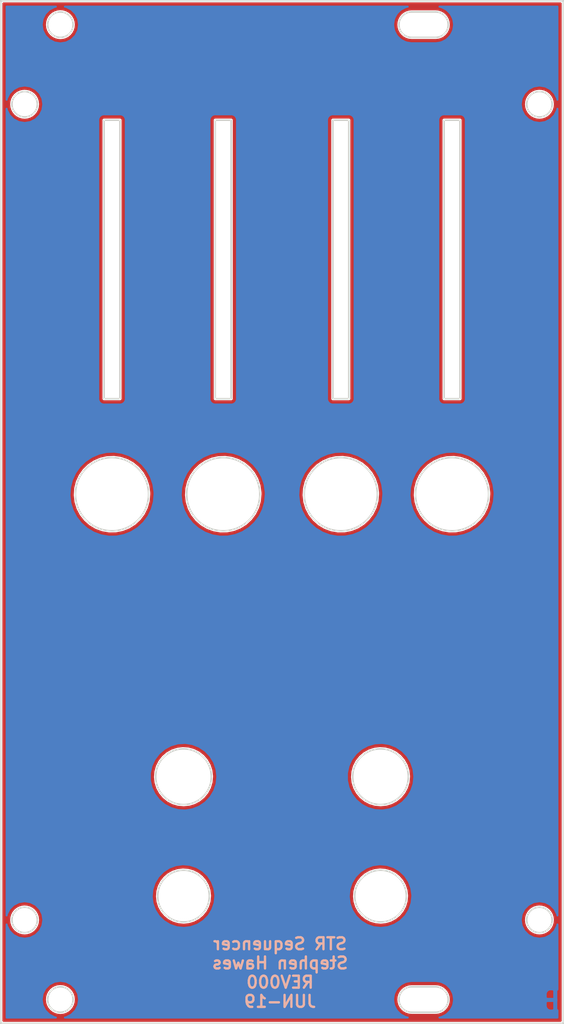
<source format=kicad_pcb>
(kicad_pcb (version 20171130) (host pcbnew "(5.0.2-5-10.14)")

  (general
    (thickness 1.6)
    (drawings 100)
    (tracks 0)
    (zones 0)
    (modules 2)
    (nets 2)
  )

  (page A4)
  (layers
    (0 F.Cu signal hide)
    (31 B.Cu signal hide)
    (32 B.Adhes user hide)
    (33 F.Adhes user hide)
    (34 B.Paste user)
    (35 F.Paste user hide)
    (36 B.SilkS user)
    (37 F.SilkS user)
    (38 B.Mask user)
    (39 F.Mask user)
    (40 Dwgs.User user)
    (41 Cmts.User user)
    (42 Eco1.User user)
    (43 Eco2.User user)
    (44 Edge.Cuts user)
    (45 Margin user)
    (46 B.CrtYd user)
    (47 F.CrtYd user)
    (48 B.Fab user)
    (49 F.Fab user)
  )

  (setup
    (last_trace_width 0.25)
    (trace_clearance 0.2)
    (zone_clearance 0.508)
    (zone_45_only yes)
    (trace_min 0.2)
    (segment_width 0.2)
    (edge_width 0.05)
    (via_size 0.8)
    (via_drill 0.4)
    (via_min_size 0.4)
    (via_min_drill 0.3)
    (uvia_size 0.3)
    (uvia_drill 0.1)
    (uvias_allowed no)
    (uvia_min_size 0.2)
    (uvia_min_drill 0.1)
    (pcb_text_width 0.3)
    (pcb_text_size 1.5 1.5)
    (mod_edge_width 0.12)
    (mod_text_size 1 1)
    (mod_text_width 0.15)
    (pad_size 1.524 1.524)
    (pad_drill 0.762)
    (pad_to_mask_clearance 0.051)
    (solder_mask_min_width 0.25)
    (aux_axis_origin 0 0)
    (visible_elements FFFFFFFF)
    (pcbplotparams
      (layerselection 0x010d0_ffffffff)
      (usegerberextensions false)
      (usegerberattributes false)
      (usegerberadvancedattributes false)
      (creategerberjobfile false)
      (excludeedgelayer true)
      (linewidth 0.100000)
      (plotframeref false)
      (viasonmask false)
      (mode 1)
      (useauxorigin false)
      (hpglpennumber 1)
      (hpglpenspeed 20)
      (hpglpendiameter 15.000000)
      (psnegative false)
      (psa4output false)
      (plotreference true)
      (plotvalue true)
      (plotinvisibletext false)
      (padsonsilk false)
      (subtractmaskfromsilk false)
      (outputformat 1)
      (mirror false)
      (drillshape 0)
      (scaleselection 1)
      (outputdirectory "output/panel/REV000/"))
  )

  (net 0 "")
  (net 1 GND)

  (net_class Default "This is the default net class."
    (clearance 0.2)
    (trace_width 0.25)
    (via_dia 0.8)
    (via_drill 0.4)
    (uvia_dia 0.3)
    (uvia_drill 0.1)
    (add_net GND)
  )

  (module stephen:stephenEmblem (layer F.Cu) (tedit 0) (tstamp 5D0FC99B)
    (at 54.75 124.25)
    (fp_text reference G*** (at 0 0) (layer F.SilkS) hide
      (effects (font (size 1.524 1.524) (thickness 0.3)))
    )
    (fp_text value LOGO (at 0.75 0) (layer F.SilkS) hide
      (effects (font (size 1.524 1.524) (thickness 0.3)))
    )
    (fp_poly (pts (xy 0.411364 -5.389563) (xy 0.41046 -5.34274) (xy 0.409451 -5.30663) (xy 0.408146 -5.279249)
      (xy 0.406359 -5.258609) (xy 0.4039 -5.242725) (xy 0.40058 -5.229611) (xy 0.396212 -5.217281)
      (xy 0.394633 -5.21335) (xy 0.364465 -5.156095) (xy 0.323851 -5.105348) (xy 0.273657 -5.061844)
      (xy 0.21475 -5.026319) (xy 0.147995 -4.999507) (xy 0.139654 -4.996956) (xy 0.125829 -4.9931)
      (xy 0.112008 -4.989963) (xy 0.096628 -4.987438) (xy 0.078124 -4.985418) (xy 0.054932 -4.983798)
      (xy 0.025489 -4.98247) (xy -0.011771 -4.98133) (xy -0.058412 -4.980269) (xy -0.115997 -4.979183)
      (xy -0.123825 -4.979044) (xy -0.339725 -4.975225) (xy -0.375947 -4.957439) (xy -0.398325 -4.944614)
      (xy -0.418276 -4.930078) (xy -0.428334 -4.920439) (xy -0.434092 -4.913243) (xy -0.438289 -4.906036)
      (xy -0.441172 -4.896789) (xy -0.442988 -4.883474) (xy -0.443984 -4.864061) (xy -0.444405 -4.83652)
      (xy -0.444499 -4.798823) (xy -0.4445 -4.787413) (xy -0.4445 -4.6736) (xy -0.69215 -4.6736)
      (xy -0.69215 -4.796091) (xy -0.691308 -4.857536) (xy -0.688342 -4.908421) (xy -0.682591 -4.950803)
      (xy -0.673397 -4.986738) (xy -0.660099 -5.018281) (xy -0.642038 -5.047489) (xy -0.618553 -5.076418)
      (xy -0.593894 -5.102264) (xy -0.542253 -5.146057) (xy -0.484293 -5.180205) (xy -0.418041 -5.205853)
      (xy -0.412647 -5.207477) (xy -0.398815 -5.211321) (xy -0.384954 -5.21445) (xy -0.3695 -5.21697)
      (xy -0.350888 -5.218988) (xy -0.327554 -5.220609) (xy -0.297935 -5.22194) (xy -0.260466 -5.223088)
      (xy -0.213584 -5.224158) (xy -0.155724 -5.225256) (xy -0.149225 -5.225373) (xy 0.066675 -5.229225)
      (xy 0.103035 -5.247081) (xy 0.123462 -5.257436) (xy 0.138829 -5.267013) (xy 0.149857 -5.27775)
      (xy 0.157266 -5.291585) (xy 0.161774 -5.310459) (xy 0.164103 -5.336308) (xy 0.164971 -5.371073)
      (xy 0.1651 -5.414232) (xy 0.1651 -5.53085) (xy 0.413806 -5.53085) (xy 0.411364 -5.389563)) (layer F.Mask) (width 0.01))
    (fp_poly (pts (xy -0.583239 -4.584573) (xy -0.562765 -4.584561) (xy -0.489157 -4.584508) (xy -0.42715 -4.584393)
      (xy -0.375645 -4.584176) (xy -0.333543 -4.583821) (xy -0.299744 -4.583291) (xy -0.273151 -4.582547)
      (xy -0.252663 -4.581552) (xy -0.237183 -4.580269) (xy -0.22561 -4.57866) (xy -0.216846 -4.576687)
      (xy -0.209792 -4.574314) (xy -0.20518 -4.572347) (xy -0.187968 -4.562339) (xy -0.171572 -4.54762)
      (xy -0.154837 -4.526624) (xy -0.136608 -4.497786) (xy -0.115732 -4.45954) (xy -0.101891 -4.4323)
      (xy -0.083968 -4.396653) (xy -0.062888 -4.355184) (xy -0.041416 -4.313307) (xy -0.024119 -4.2799)
      (xy -0.004226 -4.24171) (xy 0.018224 -4.198598) (xy 0.040292 -4.156205) (xy 0.056881 -4.124325)
      (xy 0.074814 -4.090013) (xy 0.093783 -4.053983) (xy 0.111445 -4.020669) (xy 0.124671 -3.995965)
      (xy 0.152818 -3.943804) (xy 0.633621 -3.94199) (xy 1.114425 -3.940175) (xy 1.1557 -3.925456)
      (xy 1.184291 -3.913313) (xy 1.214811 -3.897406) (xy 1.233686 -3.885769) (xy 1.252599 -3.873344)
      (xy 1.26744 -3.864402) (xy 1.275109 -3.860807) (xy 1.275227 -3.8608) (xy 1.281895 -3.856521)
      (xy 1.293871 -3.845737) (xy 1.308131 -3.831535) (xy 1.321656 -3.816997) (xy 1.331422 -3.805209)
      (xy 1.334326 -3.800475) (xy 1.338889 -3.792266) (xy 1.348532 -3.776989) (xy 1.360497 -3.758952)
      (xy 1.376155 -3.732987) (xy 1.391035 -3.703698) (xy 1.398597 -3.685927) (xy 1.401504 -3.678027)
      (xy 1.40399 -3.670239) (xy 1.406094 -3.661547) (xy 1.40785 -3.650934) (xy 1.409297 -3.637383)
      (xy 1.41047 -3.619878) (xy 1.411407 -3.597401) (xy 1.412144 -3.568936) (xy 1.412718 -3.533466)
      (xy 1.413166 -3.489974) (xy 1.413524 -3.437444) (xy 1.413829 -3.374858) (xy 1.414118 -3.3012)
      (xy 1.4143 -3.2512) (xy 1.415725 -2.854325) (xy 1.4016 -2.825891) (xy 1.389082 -2.805882)
      (xy 1.372281 -2.790852) (xy 1.353412 -2.779854) (xy 1.319349 -2.76225) (xy 0.981937 -2.762215)
      (xy 0.903151 -2.762082) (xy 0.832594 -2.761706) (xy 0.770943 -2.761102) (xy 0.718875 -2.76028)
      (xy 0.677067 -2.759254) (xy 0.646196 -2.758035) (xy 0.62694 -2.756635) (xy 0.621234 -2.755711)
      (xy 0.601564 -2.746319) (xy 0.582247 -2.731055) (xy 0.578372 -2.72695) (xy 0.565562 -2.709651)
      (xy 0.559889 -2.692395) (xy 0.5588 -2.673504) (xy 0.560014 -2.654619) (xy 0.563104 -2.641476)
      (xy 0.565253 -2.638361) (xy 0.569257 -2.631287) (xy 0.568578 -2.62931) (xy 0.570259 -2.621769)
      (xy 0.576412 -2.61469) (xy 0.582998 -2.609036) (xy 0.589451 -2.604226) (xy 0.596807 -2.600182)
      (xy 0.606104 -2.596826) (xy 0.618377 -2.594079) (xy 0.634664 -2.591865) (xy 0.656002 -2.590105)
      (xy 0.683427 -2.588721) (xy 0.717976 -2.587636) (xy 0.760686 -2.586771) (xy 0.812593 -2.58605)
      (xy 0.874734 -2.585393) (xy 0.948147 -2.584723) (xy 0.979031 -2.58445) (xy 1.055729 -2.583762)
      (xy 1.12075 -2.58313) (xy 1.175116 -2.582511) (xy 1.219849 -2.581859) (xy 1.255972 -2.581131)
      (xy 1.284507 -2.580284) (xy 1.306476 -2.579272) (xy 1.322902 -2.578051) (xy 1.334807 -2.576578)
      (xy 1.343213 -2.574809) (xy 1.349143 -2.572699) (xy 1.353619 -2.570204) (xy 1.356488 -2.568165)
      (xy 1.371546 -2.554869) (xy 1.388218 -2.537285) (xy 1.393457 -2.531072) (xy 1.412875 -2.50709)
      (xy 1.414488 -2.287008) (xy 1.414901 -2.228346) (xy 1.415142 -2.180995) (xy 1.415139 -2.143564)
      (xy 1.414819 -2.114665) (xy 1.414111 -2.092908) (xy 1.412942 -2.076904) (xy 1.411239 -2.065262)
      (xy 1.408932 -2.056595) (xy 1.405946 -2.049512) (xy 1.40221 -2.042624) (xy 1.401734 -2.04179)
      (xy 1.387486 -2.022711) (xy 1.368266 -2.003846) (xy 1.35989 -1.99734) (xy 1.332413 -1.978025)
      (xy 0.728119 -1.97485) (xy 0.626318 -1.974301) (xy 0.536444 -1.973778) (xy 0.457722 -1.973263)
      (xy 0.389379 -1.972738) (xy 0.330641 -1.972188) (xy 0.280735 -1.971594) (xy 0.238886 -1.970939)
      (xy 0.204322 -1.970207) (xy 0.176267 -1.96938) (xy 0.153949 -1.96844) (xy 0.136594 -1.967371)
      (xy 0.123429 -1.966155) (xy 0.113678 -1.964775) (xy 0.10657 -1.963214) (xy 0.10133 -1.961455)
      (xy 0.099972 -1.96087) (xy 0.081298 -1.948709) (xy 0.070018 -1.933997) (xy 0.069809 -1.933469)
      (xy 0.065769 -1.914615) (xy 0.063869 -1.888342) (xy 0.064104 -1.859748) (xy 0.066469 -1.833931)
      (xy 0.069916 -1.818636) (xy 0.076332 -1.800225) (xy 0.693803 -1.800225) (xy 0.781622 -1.800176)
      (xy 0.866071 -1.800031) (xy 0.946253 -1.799798) (xy 1.021274 -1.799484) (xy 1.090239 -1.799096)
      (xy 1.152252 -1.798641) (xy 1.206418 -1.798125) (xy 1.251843 -1.797556) (xy 1.287629 -1.796941)
      (xy 1.312884 -1.796286) (xy 1.32671 -1.795599) (xy 1.328897 -1.795302) (xy 1.347975 -1.785851)
      (xy 1.369575 -1.769165) (xy 1.389723 -1.748918) (xy 1.404442 -1.728787) (xy 1.407495 -1.722642)
      (xy 1.409771 -1.710749) (xy 1.411727 -1.687787) (xy 1.413365 -1.655385) (xy 1.414685 -1.615169)
      (xy 1.415686 -1.568766) (xy 1.416369 -1.517805) (xy 1.416733 -1.463913) (xy 1.41678 -1.408717)
      (xy 1.416508 -1.353845) (xy 1.415919 -1.300923) (xy 1.415012 -1.251581) (xy 1.413787 -1.207444)
      (xy 1.412244 -1.170141) (xy 1.410384 -1.141299) (xy 1.408207 -1.122546) (xy 1.407455 -1.118984)
      (xy 1.39886 -1.08585) (xy 1.618846 -1.08585) (xy 1.683418 -1.085761) (xy 1.736783 -1.085373)
      (xy 1.78043 -1.084507) (xy 1.815851 -1.082983) (xy 1.844537 -1.080622) (xy 1.867979 -1.077244)
      (xy 1.887667 -1.07267) (xy 1.905094 -1.06672) (xy 1.92175 -1.059214) (xy 1.939127 -1.049973)
      (xy 1.945213 -1.046546) (xy 1.966344 -1.034555) (xy 1.984598 -1.024199) (xy 1.994943 -1.018332)
      (xy 2.01314 -1.005035) (xy 2.033433 -0.985921) (xy 2.051381 -0.965516) (xy 2.061454 -0.950575)
      (xy 2.072295 -0.93345) (xy 2.082675 -0.920875) (xy 2.090643 -0.909147) (xy 2.100475 -0.889415)
      (xy 2.110154 -0.865765) (xy 2.110912 -0.863684) (xy 2.118333 -0.841325) (xy 2.123125 -0.821038)
      (xy 2.125823 -0.798877) (xy 2.126962 -0.770896) (xy 2.127116 -0.74416) (xy 2.124375 -0.687496)
      (xy 2.115768 -0.639248) (xy 2.100383 -0.596137) (xy 2.077309 -0.554886) (xy 2.072466 -0.547692)
      (xy 2.056965 -0.527499) (xy 2.038125 -0.50631) (xy 2.018331 -0.486421) (xy 1.999969 -0.470132)
      (xy 1.985425 -0.459741) (xy 1.978535 -0.4572) (xy 1.968705 -0.453196) (xy 1.957112 -0.44436)
      (xy 1.943885 -0.435495) (xy 1.923333 -0.425342) (xy 1.903527 -0.417444) (xy 1.863725 -0.403368)
      (xy -0.123825 -0.402219) (xy -0.319522 -0.402115) (xy -0.502879 -0.402037) (xy -0.674257 -0.401988)
      (xy -0.834016 -0.401967) (xy -0.982517 -0.401976) (xy -1.120119 -0.402017) (xy -1.247184 -0.402091)
      (xy -1.364072 -0.402198) (xy -1.471143 -0.40234) (xy -1.568758 -0.402519) (xy -1.657276 -0.402735)
      (xy -1.737059 -0.402989) (xy -1.808467 -0.403284) (xy -1.87186 -0.40362) (xy -1.927598 -0.403998)
      (xy -1.976043 -0.40442) (xy -2.017553 -0.404887) (xy -2.052491 -0.405399) (xy -2.081216 -0.405959)
      (xy -2.104088 -0.406568) (xy -2.121468 -0.407226) (xy -2.133716 -0.407935) (xy -2.141193 -0.408696)
      (xy -2.143125 -0.409063) (xy -2.204339 -0.430691) (xy -2.26152 -0.463054) (xy -2.309813 -0.502755)
      (xy -2.326071 -0.519869) (xy -2.337939 -0.53441) (xy -2.343093 -0.543498) (xy -2.34315 -0.544048)
      (xy -2.346971 -0.551751) (xy -2.3495 -0.55245) (xy -2.355247 -0.557543) (xy -2.35585 -0.561296)
      (xy -2.360959 -0.571168) (xy -2.365072 -0.57368) (xy -2.370984 -0.581001) (xy -2.378937 -0.597557)
      (xy -2.387574 -0.620347) (xy -2.391148 -0.631277) (xy -2.398595 -0.656588) (xy -2.403303 -0.677738)
      (xy -2.405734 -0.698869) (xy -2.406351 -0.724122) (xy -2.405615 -0.757637) (xy -2.405532 -0.76018)
      (xy -2.404081 -0.794186) (xy -2.401905 -0.819146) (xy -2.398341 -0.838712) (xy -2.392721 -0.856538)
      (xy -2.38438 -0.876277) (xy -2.38437 -0.8763) (xy -2.372753 -0.899672) (xy -2.360658 -0.920418)
      (xy -2.351239 -0.933386) (xy -2.341346 -0.946044) (xy -2.336829 -0.955427) (xy -2.3368 -0.955876)
      (xy -2.33227 -0.963862) (xy -2.320599 -0.976917) (xy -2.304672 -0.992308) (xy -2.287369 -1.007303)
      (xy -2.271575 -1.019172) (xy -2.26695 -1.022074) (xy -2.217046 -1.049175) (xy -2.174738 -1.06818)
      (xy -2.141225 -1.078648) (xy -2.123867 -1.080853) (xy -2.094573 -1.082684) (xy -2.054105 -1.084119)
      (xy -2.003221 -1.085138) (xy -1.942683 -1.085717) (xy -1.891309 -1.08585) (xy -1.833183 -1.085883)
      (xy -1.786537 -1.086024) (xy -1.750149 -1.086337) (xy -1.722799 -1.086886) (xy -1.703265 -1.087735)
      (xy -1.690328 -1.088948) (xy -1.682766 -1.09059) (xy -1.679359 -1.092723) (xy -1.678885 -1.095413)
      (xy -1.679358 -1.096963) (xy -1.681289 -1.102724) (xy -1.683059 -1.109999) (xy -1.684676 -1.119318)
      (xy -1.686145 -1.131209) (xy -1.687472 -1.146202) (xy -1.688662 -1.164825) (xy -1.689722 -1.187609)
      (xy -1.690658 -1.215081) (xy -1.691475 -1.247771) (xy -1.69218 -1.286209) (xy -1.692777 -1.330923)
      (xy -1.693274 -1.382442) (xy -1.693676 -1.441296) (xy -1.693989 -1.508013) (xy -1.694218 -1.583123)
      (xy -1.69437 -1.667156) (xy -1.694451 -1.760639) (xy -1.694466 -1.864102) (xy -1.694421 -1.978075)
      (xy -1.694322 -2.103086) (xy -1.694175 -2.239665) (xy -1.693987 -2.38834) (xy -1.693957 -2.410182)
      (xy -1.692275 -3.648075) (xy -1.675185 -3.690705) (xy -1.661972 -3.719047) (xy -1.645284 -3.748712)
      (xy -1.632323 -3.768222) (xy -1.619353 -3.786514) (xy -1.610096 -3.800972) (xy -1.606551 -3.808475)
      (xy -1.60655 -3.808484) (xy -1.602274 -3.815809) (xy -1.591862 -3.827663) (xy -1.578937 -3.840451)
      (xy -1.567125 -3.850575) (xy -1.560225 -3.85445) (xy -1.553034 -3.857861) (xy -1.539011 -3.866687)
      (xy -1.525603 -3.875915) (xy -1.467547 -3.910284) (xy -1.406945 -3.932365) (xy -1.342836 -3.942474)
      (xy -1.319641 -3.94324) (xy -1.298549 -3.943962) (xy -1.286768 -3.946702) (xy -1.280943 -3.952575)
      (xy -1.279354 -3.956591) (xy -1.274876 -3.966891) (xy -1.26555 -3.985841) (xy -1.252637 -4.010956)
      (xy -1.237395 -4.039752) (xy -1.233453 -4.047078) (xy -1.213504 -4.084391) (xy -1.191374 -4.126352)
      (xy -1.169973 -4.167416) (xy -1.154591 -4.19735) (xy -1.136702 -4.23221) (xy -1.115458 -4.273154)
      (xy -1.093518 -4.315083) (xy -1.073541 -4.352894) (xy -1.073524 -4.352925) (xy -1.055157 -4.387682)
      (xy -1.036365 -4.423623) (xy -1.019193 -4.456815) (xy -1.005684 -4.483324) (xy -1.004142 -4.486398)
      (xy -0.994194 -4.506488) (xy -0.985309 -4.523641) (xy -0.976446 -4.538089) (xy -0.966567 -4.550063)
      (xy -0.954633 -4.559794) (xy -0.939604 -4.567513) (xy -0.92044 -4.573451) (xy -0.896103 -4.57784)
      (xy -0.865553 -4.58091) (xy -0.827752 -4.582893) (xy -0.781659 -4.584019) (xy -0.726235 -4.584521)
      (xy -0.660442 -4.584628) (xy -0.583239 -4.584573)) (layer F.Mask) (width 0.01))
    (fp_poly (pts (xy 0.9271 -0.209078) (xy 0.95096 -0.191172) (xy 0.968271 -0.166832) (xy 0.971022 -0.161453)
      (xy 0.982521 -0.131856) (xy 0.986483 -0.103087) (xy 0.98268 -0.072304) (xy 0.970882 -0.036663)
      (xy 0.958809 -0.009525) (xy 0.946844 0.014987) (xy 0.93658 0.034923) (xy 0.9294 0.047653)
      (xy 0.927068 0.0508) (xy 0.922773 0.057373) (xy 0.914097 0.073217) (xy 0.902182 0.096166)
      (xy 0.888169 0.124055) (xy 0.883585 0.13335) (xy 0.868828 0.162953) (xy 0.85549 0.18889)
      (xy 0.844821 0.208787) (xy 0.838072 0.220268) (xy 0.837073 0.221631) (xy 0.831568 0.230341)
      (xy 0.821673 0.248081) (xy 0.808653 0.272509) (xy 0.793772 0.301284) (xy 0.789074 0.310531)
      (xy 0.769666 0.348658) (xy 0.747177 0.392461) (xy 0.724468 0.436387) (xy 0.705347 0.473075)
      (xy 0.642566 0.593304) (xy 0.579665 0.714589) (xy 0.538855 0.79375) (xy 0.520036 0.82991)
      (xy 0.499361 0.868919) (xy 0.479396 0.905974) (xy 0.463385 0.93506) (xy 0.455288 0.950269)
      (xy 0.448547 0.963618) (xy 0.442329 0.975226) (xy 0.435801 0.985214) (xy 0.428131 0.993701)
      (xy 0.418484 1.000806) (xy 0.406028 1.006649) (xy 0.38993 1.011349) (xy 0.369356 1.015026)
      (xy 0.343473 1.017801) (xy 0.311448 1.019791) (xy 0.272449 1.021117) (xy 0.225641 1.021898)
      (xy 0.170192 1.022255) (xy 0.105268 1.022306) (xy 0.030037 1.022171) (xy -0.056335 1.02197)
      (xy -0.141219 1.021834) (xy -0.242268 1.021679) (xy -0.331165 1.021424) (xy -0.408456 1.02106)
      (xy -0.474687 1.020579) (xy -0.530407 1.019973) (xy -0.576161 1.019235) (xy -0.612497 1.018355)
      (xy -0.639962 1.017325) (xy -0.659102 1.016138) (xy -0.670464 1.014786) (xy -0.673764 1.013896)
      (xy -0.690202 1.00506) (xy -0.700899 0.997637) (xy -0.709762 0.986757) (xy -0.723951 0.964501)
      (xy -0.743398 0.930989) (xy -0.768034 0.886344) (xy -0.797791 0.830686) (xy -0.832062 0.765175)
      (xy -0.852686 0.725428) (xy -0.874722 0.682986) (xy -0.896109 0.641816) (xy -0.914787 0.605885)
      (xy -0.922765 0.59055) (xy -0.941873 0.55382) (xy -0.963384 0.512449) (xy -0.98425 0.472301)
      (xy -0.997043 0.447675) (xy -1.013855 0.415312) (xy -1.034181 0.376205) (xy -1.055671 0.334873)
      (xy -1.075974 0.295836) (xy -1.07957 0.288925) (xy -1.099517 0.250451) (xy -1.121202 0.2084)
      (xy -1.142225 0.16744) (xy -1.160184 0.132242) (xy -1.162844 0.127) (xy -1.177327 0.098815)
      (xy -1.190224 0.074424) (xy -1.200224 0.056255) (xy -1.206017 0.046739) (xy -1.206358 0.046305)
      (xy -1.212216 0.035914) (xy -1.21285 0.032547) (xy -1.216896 0.024729) (xy -1.217613 0.024341)
      (xy -1.222477 0.017969) (xy -1.230955 0.003079) (xy -1.241346 -0.017312) (xy -1.243013 -0.020758)
      (xy -1.259369 -0.064681) (xy -1.264087 -0.104823) (xy -1.257212 -0.142386) (xy -1.248163 -0.163025)
      (xy -1.237824 -0.180404) (xy -1.226507 -0.193162) (xy -1.210598 -0.204524) (xy -1.18745 -0.217215)
      (xy -1.183211 -0.218316) (xy -1.174599 -0.219319) (xy -1.161103 -0.220229) (xy -1.142209 -0.22105)
      (xy -1.117406 -0.221786) (xy -1.086181 -0.22244) (xy -1.048021 -0.223018) (xy -1.002414 -0.223522)
      (xy -0.948848 -0.223956) (xy -0.886809 -0.224326) (xy -0.815785 -0.224635) (xy -0.735265 -0.224886)
      (xy -0.644734 -0.225084) (xy -0.543682 -0.225233) (xy -0.431594 -0.225337) (xy -0.30796 -0.225399)
      (xy -0.172266 -0.225424) (xy -0.136525 -0.225425) (xy 0.898525 -0.225425) (xy 0.9271 -0.209078)) (layer F.Mask) (width 0.01))
    (fp_poly (pts (xy 4.829188 0.116206) (xy 4.831575 0.119703) (xy 4.831228 0.123273) (xy 4.826369 0.130137)
      (xy 4.813803 0.144667) (xy 4.794772 0.165519) (xy 4.770519 0.191347) (xy 4.742284 0.220808)
      (xy 4.719782 0.243928) (xy 4.610389 0.355611) (xy 4.319732 0.53102) (xy 4.264095 0.564601)
      (xy 4.211423 0.596402) (xy 4.162778 0.62578) (xy 4.119221 0.652095) (xy 4.081815 0.674704)
      (xy 4.051621 0.692967) (xy 4.029701 0.70624) (xy 4.017117 0.713882) (xy 4.014787 0.715311)
      (xy 4.004052 0.724703) (xy 4.0005 0.732148) (xy 4.003668 0.740969) (xy 4.012086 0.757354)
      (xy 4.024121 0.778192) (xy 4.02791 0.784389) (xy 4.044379 0.811518) (xy 4.054706 0.830188)
      (xy 4.059801 0.842502) (xy 4.060575 0.850562) (xy 4.058649 0.855431) (xy 4.052144 0.860598)
      (xy 4.036456 0.871162) (xy 4.013313 0.886014) (xy 3.984443 0.90405) (xy 3.951572 0.924164)
      (xy 3.946525 0.927218) (xy 3.904855 0.95241) (xy 3.856551 0.981632) (xy 3.805837 1.012327)
      (xy 3.756935 1.041938) (xy 3.7211 1.06365) (xy 3.689665 1.082689) (xy 3.647942 1.107938)
      (xy 3.596515 1.139046) (xy 3.535966 1.175658) (xy 3.46688 1.217423) (xy 3.389841 1.263988)
      (xy 3.305433 1.315) (xy 3.214239 1.370106) (xy 3.116844 1.428954) (xy 3.01383 1.49119)
      (xy 2.905783 1.556462) (xy 2.793285 1.624418) (xy 2.676921 1.694703) (xy 2.557275 1.766967)
      (xy 2.43493 1.840855) (xy 2.31047 1.916016) (xy 2.18448 1.992096) (xy 2.136775 2.020901)
      (xy 2.057931 2.068517) (xy 1.981822 2.114498) (xy 1.909193 2.158394) (xy 1.840787 2.199754)
      (xy 1.777351 2.238127) (xy 1.719629 2.273061) (xy 1.668367 2.304106) (xy 1.62431 2.33081)
      (xy 1.588202 2.352723) (xy 1.56079 2.369393) (xy 1.542817 2.380369) (xy 1.535248 2.385058)
      (xy 1.519654 2.394999) (xy 1.510953 2.399119) (xy 1.505183 2.398189) (xy 1.498381 2.392976)
      (xy 1.49763 2.392362) (xy 1.492133 2.385199) (xy 1.480945 2.368455) (xy 1.464894 2.343447)
      (xy 1.444811 2.311492) (xy 1.421525 2.273909) (xy 1.395864 2.232013) (xy 1.374941 2.19753)
      (xy 1.341504 2.141818) (xy 1.314666 2.096228) (xy 1.294128 2.060219) (xy 1.279594 2.033248)
      (xy 1.270766 2.014773) (xy 1.267348 2.00425) (xy 1.26762 2.001725) (xy 1.268388 2.000601)
      (xy 1.26957 1.999276) (xy 1.271572 1.997503) (xy 1.274805 1.995032) (xy 1.279675 1.991616)
      (xy 1.286593 1.987004) (xy 1.295966 1.980949) (xy 1.308204 1.973201) (xy 1.323714 1.963512)
      (xy 1.342905 1.951634) (xy 1.366187 1.937316) (xy 1.393967 1.920311) (xy 1.426654 1.90037)
      (xy 1.464657 1.877244) (xy 1.508384 1.850684) (xy 1.558244 1.820442) (xy 1.614646 1.786269)
      (xy 1.677997 1.747915) (xy 1.748708 1.705133) (xy 1.827186 1.657674) (xy 1.913839 1.605288)
      (xy 2.009077 1.547727) (xy 2.113308 1.484743) (xy 2.226941 1.416086) (xy 2.350384 1.341507)
      (xy 2.484046 1.260759) (xy 2.568575 1.209694) (xy 2.698926 1.130946) (xy 2.81893 1.058448)
      (xy 2.929107 0.991883) (xy 3.029981 0.930937) (xy 3.122075 0.875292) (xy 3.20591 0.824633)
      (xy 3.282011 0.778644) (xy 3.350898 0.737009) (xy 3.413096 0.699412) (xy 3.469126 0.665537)
      (xy 3.519511 0.635068) (xy 3.564774 0.60769) (xy 3.605438 0.583085) (xy 3.642024 0.560939)
      (xy 3.675057 0.540935) (xy 3.705057 0.522758) (xy 3.732549 0.506091) (xy 3.758054 0.490619)
      (xy 3.763658 0.487218) (xy 3.787032 0.473902) (xy 3.807002 0.464119) (xy 3.820731 0.459181)
      (xy 3.824641 0.459022) (xy 3.831616 0.465742) (xy 3.842846 0.48088) (xy 3.856416 0.501756)
      (xy 3.86331 0.513216) (xy 3.87726 0.535878) (xy 3.889713 0.554085) (xy 3.898788 0.565172)
      (xy 3.901435 0.5672) (xy 3.90535 0.566513) (xy 3.913844 0.562846) (xy 3.927468 0.555876)
      (xy 3.946775 0.545279) (xy 3.972315 0.530729) (xy 4.004639 0.511903) (xy 4.044298 0.488477)
      (xy 4.091844 0.460127) (xy 4.147828 0.426527) (xy 4.212801 0.387355) (xy 4.287315 0.342285)
      (xy 4.37192 0.290993) (xy 4.401329 0.273143) (xy 4.433004 0.253949) (xy 4.459397 0.238282)
      (xy 4.482427 0.225348) (xy 4.504011 0.214355) (xy 4.52607 0.204509) (xy 4.550521 0.195018)
      (xy 4.579284 0.185089) (xy 4.614278 0.17393) (xy 4.657421 0.160746) (xy 4.710633 0.144746)
      (xy 4.715847 0.143181) (xy 4.756882 0.131022) (xy 4.78728 0.122496) (xy 4.808495 0.117352)
      (xy 4.821979 0.115339) (xy 4.829188 0.116206)) (layer F.Mask) (width 0.01))
    (fp_poly (pts (xy -4.968176 0.009466) (xy -4.950754 0.018386) (xy -4.924694 0.032466) (xy -4.891147 0.051064)
      (xy -4.851267 0.073535) (xy -4.806205 0.099237) (xy -4.757112 0.127527) (xy -4.715958 0.151445)
      (xy -4.662286 0.182746) (xy -4.599701 0.21923) (xy -4.530268 0.259694) (xy -4.456053 0.302935)
      (xy -4.37912 0.34775) (xy -4.301534 0.392937) (xy -4.225361 0.437291) (xy -4.152665 0.479612)
      (xy -4.12115 0.497954) (xy -4.043312 0.543376) (xy -3.975986 0.582936) (xy -3.918607 0.616979)
      (xy -3.870609 0.645855) (xy -3.831427 0.66991) (xy -3.800495 0.689492) (xy -3.777249 0.704949)
      (xy -3.761122 0.716628) (xy -3.751549 0.724878) (xy -3.750868 0.725595) (xy -3.721192 0.764404)
      (xy -3.69481 0.81183) (xy -3.673888 0.86384) (xy -3.669994 0.8763) (xy -3.662711 0.899616)
      (xy -3.656155 0.918188) (xy -3.651546 0.928612) (xy -3.650964 0.92942) (xy -3.64592 0.926766)
      (xy -3.636602 0.915043) (xy -3.624635 0.896433) (xy -3.61845 0.885739) (xy -3.604189 0.861179)
      (xy -3.590415 0.839014) (xy -3.579516 0.823043) (xy -3.577074 0.819919) (xy -3.567075 0.809065)
      (xy -3.559204 0.807083) (xy -3.547621 0.812954) (xy -3.545324 0.814374) (xy -3.525743 0.826285)
      (xy -3.497788 0.842958) (xy -3.462641 0.863712) (xy -3.421483 0.887865) (xy -3.375493 0.914735)
      (xy -3.325854 0.943638) (xy -3.273746 0.973895) (xy -3.22035 1.004822) (xy -3.166846 1.035737)
      (xy -3.114416 1.065959) (xy -3.06424 1.094805) (xy -3.0175 1.121593) (xy -2.975377 1.145642)
      (xy -2.93905 1.166269) (xy -2.909701 1.182792) (xy -2.888512 1.19453) (xy -2.876662 1.2008)
      (xy -2.874862 1.201604) (xy -2.862854 1.207093) (xy -2.84171 1.218166) (xy -2.81311 1.233844)
      (xy -2.778731 1.253147) (xy -2.740253 1.275096) (xy -2.699354 1.29871) (xy -2.657712 1.32301)
      (xy -2.617005 1.347016) (xy -2.578912 1.36975) (xy -2.545112 1.39023) (xy -2.517283 1.407478)
      (xy -2.497104 1.420513) (xy -2.486252 1.428356) (xy -2.486025 1.428557) (xy -2.469143 1.441773)
      (xy -2.447283 1.456354) (xy -2.435225 1.463492) (xy -2.426654 1.468309) (xy -2.416472 1.474095)
      (xy -2.40382 1.481348) (xy -2.387843 1.490566) (xy -2.367681 1.502249) (xy -2.342477 1.516896)
      (xy -2.311374 1.535005) (xy -2.273515 1.557076) (xy -2.228041 1.583606) (xy -2.174095 1.615096)
      (xy -2.110819 1.652043) (xy -2.0447 1.690657) (xy -1.982668 1.726881) (xy -1.913252 1.767405)
      (xy -1.838212 1.811202) (xy -1.759308 1.857247) (xy -1.6783 1.904511) (xy -1.59695 1.951968)
      (xy -1.517016 1.998592) (xy -1.440259 2.043355) (xy -1.36844 2.085231) (xy -1.303319 2.123193)
      (xy -1.246655 2.156213) (xy -1.22555 2.168508) (xy -1.192071 2.18802) (xy -1.149282 2.212974)
      (xy -1.09884 2.242404) (xy -1.042399 2.275344) (xy -0.981614 2.310827) (xy -0.918143 2.347887)
      (xy -0.853638 2.385558) (xy -0.789757 2.422873) (xy -0.768592 2.435239) (xy -0.695938 2.477513)
      (xy -0.631509 2.51464) (xy -0.57569 2.546406) (xy -0.528866 2.572598) (xy -0.491422 2.593001)
      (xy -0.463743 2.607404) (xy -0.446215 2.615592) (xy -0.439704 2.617521) (xy -0.429357 2.613502)
      (xy -0.411109 2.603306) (xy -0.387253 2.58833) (xy -0.360082 2.56997) (xy -0.350563 2.563252)
      (xy -0.321762 2.542775) (xy -0.291637 2.521519) (xy -0.258859 2.49856) (xy -0.222096 2.472976)
      (xy -0.18002 2.443842) (xy -0.131299 2.410235) (xy -0.074604 2.371232) (xy -0.015875 2.330899)
      (xy 0.022118 2.304763) (xy 0.0625 2.276885) (xy 0.101795 2.249668) (xy 0.136527 2.225521)
      (xy 0.156353 2.21167) (xy 0.188043 2.189524) (xy 0.226003 2.16309) (xy 0.266045 2.135281)
      (xy 0.303977 2.109009) (xy 0.314026 2.102066) (xy 0.343512 2.081311) (xy 0.369437 2.06232)
      (xy 0.389911 2.046537) (xy 0.403041 2.035407) (xy 0.406826 2.031203) (xy 0.408434 2.015305)
      (xy 0.40314 1.997853) (xy 0.394571 1.961675) (xy 0.397064 1.923528) (xy 0.405883 1.896608)
      (xy 0.410634 1.887438) (xy 0.416892 1.878886) (xy 0.426121 1.869863) (xy 0.439783 1.859277)
      (xy 0.459343 1.846037) (xy 0.486263 1.829053) (xy 0.522006 1.807233) (xy 0.541672 1.795356)
      (xy 0.582733 1.770774) (xy 0.614646 1.752159) (xy 0.639018 1.738718) (xy 0.657452 1.729659)
      (xy 0.671554 1.72419) (xy 0.682928 1.721518) (xy 0.692584 1.72085) (xy 0.722799 1.725407)
      (xy 0.753136 1.737527) (xy 0.778626 1.75488) (xy 0.78895 1.766038) (xy 0.799325 1.778186)
      (xy 0.807201 1.784207) (xy 0.807991 1.78435) (xy 0.815715 1.78127) (xy 0.831173 1.773119)
      (xy 0.851309 1.761526) (xy 0.855609 1.75895) (xy 0.881048 1.744743) (xy 0.901006 1.736876)
      (xy 0.919951 1.733792) (xy 0.928601 1.73355) (xy 0.965105 1.73856) (xy 0.994075 1.753435)
      (xy 1.004295 1.763062) (xy 1.006873 1.766336) (xy 1.010919 1.772152) (xy 1.016812 1.781134)
      (xy 1.024934 1.793903) (xy 1.035665 1.811083) (xy 1.049386 1.833296) (xy 1.066477 1.861165)
      (xy 1.087319 1.895314) (xy 1.112293 1.936364) (xy 1.141778 1.984939) (xy 1.176157 2.041662)
      (xy 1.215809 2.107155) (xy 1.261115 2.182041) (xy 1.312455 2.266944) (xy 1.333573 2.301875)
      (xy 1.360884 2.347003) (xy 1.392594 2.399321) (xy 1.426489 2.45518) (xy 1.460352 2.510927)
      (xy 1.491968 2.562914) (xy 1.505079 2.58445) (xy 1.532309 2.62932) (xy 1.553579 2.664905)
      (xy 1.569649 2.692694) (xy 1.581276 2.714181) (xy 1.589217 2.730857) (xy 1.594232 2.744215)
      (xy 1.597078 2.755744) (xy 1.598513 2.766939) (xy 1.598648 2.7686) (xy 1.597177 2.799329)
      (xy 1.586731 2.825335) (xy 1.566027 2.84878) (xy 1.539657 2.86815) (xy 1.514499 2.884291)
      (xy 1.498368 2.895392) (xy 1.489702 2.903425) (xy 1.486936 2.910361) (xy 1.488509 2.91817)
      (xy 1.492411 2.92774) (xy 1.500386 2.958887) (xy 1.500785 2.991889) (xy 1.493879 3.021929)
      (xy 1.486304 3.036583) (xy 1.476029 3.046782) (xy 1.456662 3.061806) (xy 1.43025 3.080385)
      (xy 1.398844 3.10125) (xy 1.364492 3.12313) (xy 1.329244 3.144756) (xy 1.295148 3.164859)
      (xy 1.264254 3.182168) (xy 1.238611 3.195413) (xy 1.220267 3.203326) (xy 1.214792 3.204834)
      (xy 1.181421 3.20569) (xy 1.15074 3.19563) (xy 1.120494 3.173877) (xy 1.117803 3.171401)
      (xy 1.100944 3.156868) (xy 1.086711 3.146781) (xy 1.078841 3.143473) (xy 1.070052 3.146381)
      (xy 1.052572 3.154144) (xy 1.028892 3.165598) (xy 1.001504 3.179577) (xy 1.000125 3.180299)
      (xy 0.940268 3.211721) (xy 0.890777 3.237852) (xy 0.850731 3.259215) (xy 0.819205 3.276335)
      (xy 0.795276 3.289736) (xy 0.778021 3.299943) (xy 0.766517 3.307479) (xy 0.75984 3.312869)
      (xy 0.757068 3.316638) (xy 0.75691 3.318413) (xy 0.762527 3.322516) (xy 0.778592 3.332684)
      (xy 0.804573 3.348601) (xy 0.839936 3.369955) (xy 0.884147 3.396432) (xy 0.936672 3.427718)
      (xy 0.996978 3.463499) (xy 1.064532 3.503461) (xy 1.138799 3.547292) (xy 1.219246 3.594676)
      (xy 1.30534 3.6453) (xy 1.396546 3.69885) (xy 1.492332 3.755013) (xy 1.592164 3.813476)
      (xy 1.695508 3.873923) (xy 1.80183 3.936041) (xy 1.910597 3.999517) (xy 2.021276 4.064037)
      (xy 2.133333 4.129287) (xy 2.246233 4.194954) (xy 2.359025 4.260479) (xy 2.396131 4.282045)
      (xy 2.440333 4.30777) (xy 2.487763 4.335401) (xy 2.534556 4.362687) (xy 2.57175 4.384398)
      (xy 2.648683 4.429336) (xy 2.716006 4.468664) (xy 2.775076 4.503174) (xy 2.827251 4.533661)
      (xy 2.873888 4.560917) (xy 2.916345 4.585735) (xy 2.955978 4.608909) (xy 2.994145 4.631233)
      (xy 3.02895 4.651594) (xy 3.074138 4.678007) (xy 3.125318 4.70788) (xy 3.177986 4.738586)
      (xy 3.227639 4.7675) (xy 3.260725 4.78674) (xy 3.298416 4.808648) (xy 3.335448 4.830188)
      (xy 3.369286 4.849885) (xy 3.397396 4.866262) (xy 3.417243 4.877845) (xy 3.4183 4.878463)
      (xy 3.472209 4.915536) (xy 3.515915 4.95833) (xy 3.55075 5.008524) (xy 3.578045 5.067799)
      (xy 3.585587 5.089525) (xy 3.593761 5.117582) (xy 3.598856 5.143545) (xy 3.601554 5.172272)
      (xy 3.602539 5.208621) (xy 3.602552 5.210175) (xy 3.600298 5.265476) (xy 3.591912 5.311807)
      (xy 3.576332 5.35184) (xy 3.552496 5.38825) (xy 3.519342 5.423709) (xy 3.516729 5.426147)
      (xy 3.467681 5.463559) (xy 3.410401 5.493384) (xy 3.347799 5.514127) (xy 3.343223 5.515217)
      (xy 3.30158 5.522138) (xy 3.256706 5.524974) (xy 3.211997 5.523888) (xy 3.170848 5.519048)
      (xy 3.136657 5.51062) (xy 3.121807 5.504391) (xy 3.117103 5.501821) (xy 3.108326 5.496851)
      (xy 3.094877 5.489134) (xy 3.07616 5.478324) (xy 3.051577 5.464071) (xy 3.020533 5.44603)
      (xy 2.982429 5.423852) (xy 2.936669 5.397191) (xy 2.882656 5.365698) (xy 2.819792 5.329027)
      (xy 2.747481 5.28683) (xy 2.665125 5.238759) (xy 2.6162 5.210198) (xy 2.578922 5.188436)
      (xy 2.533738 5.162061) (xy 2.483711 5.13286) (xy 2.431904 5.102621) (xy 2.381379 5.073132)
      (xy 2.3495 5.054526) (xy 2.299365 5.025257) (xy 2.241962 4.991732) (xy 2.180987 4.956108)
      (xy 2.120131 4.920544) (xy 2.063089 4.887197) (xy 2.028825 4.867159) (xy 1.952948 4.822795)
      (xy 1.868928 4.773702) (xy 1.779075 4.721227) (xy 1.685703 4.666721) (xy 1.591125 4.611534)
      (xy 1.497652 4.557013) (xy 1.407599 4.504509) (xy 1.323277 4.455372) (xy 1.246999 4.41095)
      (xy 1.228725 4.400313) (xy 1.197266 4.381998) (xy 1.155975 4.357947) (xy 1.105987 4.328823)
      (xy 1.04844 4.29529) (xy 0.984472 4.25801) (xy 0.915219 4.217645) (xy 0.841819 4.174859)
      (xy 0.76541 4.130314) (xy 0.687127 4.084674) (xy 0.608108 4.0386) (xy 0.544123 4.001289)
      (xy 0.447609 3.945116) (xy 0.360219 3.894477) (xy 0.282153 3.849486) (xy 0.213611 3.810254)
      (xy 0.154792 3.776895) (xy 0.105895 3.749521) (xy 0.06712 3.728244) (xy 0.038668 3.713178)
      (xy 0.020736 3.704435) (xy 0.013898 3.702058) (xy 0.002769 3.705) (xy -0.017193 3.713137)
      (xy -0.043748 3.725444) (xy -0.074656 3.740896) (xy -0.098425 3.753436) (xy -0.137688 3.774423)
      (xy -0.180426 3.796956) (xy -0.222284 3.818758) (xy -0.258907 3.837552) (xy -0.269875 3.843095)
      (xy -0.307746 3.862432) (xy -0.350763 3.884883) (xy -0.393004 3.907332) (xy -0.421375 3.922715)
      (xy -0.464401 3.945424) (xy -0.498802 3.961082) (xy -0.526354 3.969921) (xy -0.548839 3.972169)
      (xy -0.568034 3.968059) (xy -0.58572 3.957818) (xy -0.599563 3.94577) (xy -0.61432 3.933116)
      (xy -0.626644 3.925403) (xy -0.6306 3.9243) (xy -0.639601 3.927325) (xy -0.656735 3.935482)
      (xy -0.67923 3.947392) (xy -0.696002 3.956832) (xy -0.719999 3.970367) (xy -0.75228 3.98816)
      (xy -0.789868 4.008594) (xy -0.82979 4.03005) (xy -0.866775 4.0497) (xy -0.906866 4.071014)
      (xy -0.948068 4.093183) (xy -0.98721 4.114483) (xy -1.021121 4.133189) (xy -1.044575 4.146397)
      (xy -1.071362 4.161483) (xy -1.106131 4.180692) (xy -1.145621 4.202242) (xy -1.186571 4.224351)
      (xy -1.2192 4.241782) (xy -1.259217 4.263172) (xy -1.300776 4.285623) (xy -1.340524 4.307306)
      (xy -1.375102 4.326391) (xy -1.397 4.338681) (xy -1.424597 4.354122) (xy -1.460186 4.373685)
      (xy -1.500511 4.395598) (xy -1.542312 4.418091) (xy -1.577975 4.437085) (xy -1.61805 4.458451)
      (xy -1.659235 4.480662) (xy -1.698365 4.501993) (xy -1.732272 4.520717) (xy -1.755775 4.533955)
      (xy -1.782567 4.549032) (xy -1.817342 4.568228) (xy -1.856839 4.58976) (xy -1.897795 4.611848)
      (xy -1.9304 4.629245) (xy -1.973933 4.652521) (xy -2.022322 4.678692) (xy -2.071125 4.70534)
      (xy -2.115901 4.730042) (xy -2.13995 4.743463) (xy -2.180085 4.765798) (xy -2.224199 4.790015)
      (xy -2.267911 4.813729) (xy -2.306841 4.834555) (xy -2.320925 4.841979) (xy -2.357674 4.861491)
      (xy -2.400665 4.884726) (xy -2.445125 4.909083) (xy -2.486283 4.931959) (xy -2.49555 4.937172)
      (xy -2.534299 4.95883) (xy -2.576749 4.982221) (xy -2.618426 5.004902) (xy -2.654857 5.024425)
      (xy -2.663825 5.02916) (xy -2.695 5.045732) (xy -2.733673 5.066582) (xy -2.776271 5.089766)
      (xy -2.81922 5.113343) (xy -2.85115 5.131023) (xy -2.895035 5.155267) (xy -2.944437 5.182282)
      (xy -2.994789 5.209586) (xy -3.041524 5.234699) (xy -3.06705 5.248277) (xy -3.106039 5.269067)
      (xy -3.146537 5.29094) (xy -3.185058 5.311996) (xy -3.218118 5.330335) (xy -3.235325 5.340068)
      (xy -3.269801 5.359529) (xy -3.308953 5.381199) (xy -3.346494 5.401614) (xy -3.362325 5.410071)
      (xy -3.393295 5.426563) (xy -3.430704 5.44661) (xy -3.469841 5.467681) (xy -3.505997 5.487248)
      (xy -3.506061 5.487283) (xy -3.534752 5.502746) (xy -3.559235 5.515722) (xy -3.57747 5.525147)
      (xy -3.587415 5.529955) (xy -3.588611 5.530348) (xy -3.595622 5.528013) (xy -3.6068 5.523957)
      (xy -3.612969 5.51933) (xy -3.622305 5.508478) (xy -3.635298 5.490664) (xy -3.652437 5.465149)
      (xy -3.674213 5.431196) (xy -3.701113 5.388065) (xy -3.733628 5.335018) (xy -3.751263 5.305999)
      (xy -3.785409 5.249466) (xy -3.813316 5.202661) (xy -3.835497 5.164551) (xy -3.852464 5.134107)
      (xy -3.864728 5.110297) (xy -3.872802 5.09209) (xy -3.877198 5.078456) (xy -3.878427 5.068364)
      (xy -3.877001 5.060783) (xy -3.874991 5.056864) (xy -3.869419 5.05279) (xy -3.853963 5.042123)
      (xy -3.829302 5.025317) (xy -3.796116 5.002829) (xy -3.755084 4.975114) (xy -3.706887 4.942626)
      (xy -3.652205 4.90582) (xy -3.591717 4.865153) (xy -3.526104 4.821078) (xy -3.456044 4.774051)
      (xy -3.382219 4.724528) (xy -3.305307 4.672963) (xy -3.22599 4.619812) (xy -3.144946 4.565529)
      (xy -3.062855 4.51057) (xy -2.980398 4.45539) (xy -2.898254 4.400445) (xy -2.817104 4.346188)
      (xy -2.737626 4.293076) (xy -2.660501 4.241563) (xy -2.586409 4.192105) (xy -2.51603 4.145157)
      (xy -2.450043 4.101174) (xy -2.389129 4.060611) (xy -2.333967 4.023923) (xy -2.285237 3.991566)
      (xy -2.243619 3.963994) (xy -2.209794 3.941663) (xy -2.184439 3.925027) (xy -2.179105 3.921552)
      (xy -2.156834 3.906924) (xy -2.126374 3.886699) (xy -2.090035 3.862424) (xy -2.050129 3.835644)
      (xy -2.008969 3.807908) (xy -1.983893 3.79095) (xy -1.884054 3.723592) (xy -1.77385 3.649745)
      (xy -1.653168 3.569332) (xy -1.521894 3.482278) (xy -1.460521 3.4417) (xy -1.386892 3.392919)
      (xy -1.319758 3.348157) (xy -1.259637 3.307767) (xy -1.207044 3.272106) (xy -1.162496 3.241527)
      (xy -1.126509 3.216384) (xy -1.099598 3.197033) (xy -1.082281 3.183828) (xy -1.075074 3.177124)
      (xy -1.074942 3.176858) (xy -1.075542 3.164873) (xy -1.077897 3.160631) (xy -1.086506 3.14081)
      (xy -1.088254 3.115144) (xy -1.082883 3.088634) (xy -1.081758 3.085657) (xy -1.076061 3.069603)
      (xy -1.073757 3.05927) (xy -1.074051 3.057683) (xy -1.076046 3.05635) (xy -1.08145 3.053044)
      (xy -1.090663 3.047531) (xy -1.104081 3.039578) (xy -1.122106 3.028953) (xy -1.145134 3.015423)
      (xy -1.173564 2.998756) (xy -1.207795 2.978717) (xy -1.248226 2.955074) (xy -1.295256 2.927596)
      (xy -1.349282 2.896047) (xy -1.410703 2.860197) (xy -1.479919 2.819812) (xy -1.557327 2.774659)
      (xy -1.643327 2.724505) (xy -1.738317 2.669118) (xy -1.842695 2.608264) (xy -1.95686 2.541712)
      (xy -2.081211 2.469227) (xy -2.212975 2.392426) (xy -2.304464 2.339095) (xy -2.398004 2.284557)
      (xy -2.49241 2.229503) (xy -2.586495 2.174626) (xy -2.679074 2.120617) (xy -2.76896 2.068169)
      (xy -2.854967 2.017974) (xy -2.93591 1.970724) (xy -3.010602 1.927111) (xy -3.077857 1.887828)
      (xy -3.13649 1.853566) (xy -3.184525 1.825478) (xy -3.250821 1.786705) (xy -3.320465 1.74599)
      (xy -3.391468 1.704496) (xy -3.461839 1.663384) (xy -3.52959 1.623818) (xy -3.592729 1.586958)
      (xy -3.649267 1.553969) (xy -3.697215 1.526011) (xy -3.705225 1.521342) (xy -3.751378 1.494323)
      (xy -3.793967 1.469146) (xy -3.831764 1.446555) (xy -3.863541 1.427296) (xy -3.888071 1.412113)
      (xy -3.904125 1.40175) (xy -3.910476 1.396952) (xy -3.910519 1.396865) (xy -3.908682 1.38854)
      (xy -3.901802 1.372989) (xy -3.893056 1.356609) (xy -3.882691 1.337686) (xy -3.683736 1.337686)
      (xy -3.683439 1.338841) (xy -3.677099 1.343759) (xy -3.661041 1.354248) (xy -3.636556 1.369548)
      (xy -3.604935 1.388897) (xy -3.567469 1.411532) (xy -3.525449 1.436694) (xy -3.480165 1.463621)
      (xy -3.432908 1.49155) (xy -3.384968 1.519722) (xy -3.337637 1.547373) (xy -3.292206 1.573744)
      (xy -3.249964 1.598072) (xy -3.212204 1.619597) (xy -3.180215 1.637556) (xy -3.155289 1.651189)
      (xy -3.14325 1.657488) (xy -3.120877 1.669316) (xy -3.090851 1.685884) (xy -3.056397 1.705379)
      (xy -3.02074 1.725986) (xy -3.00355 1.736091) (xy -2.97229 1.754216) (xy -2.944229 1.769795)
      (xy -2.921425 1.781741) (xy -2.905932 1.788965) (xy -2.900453 1.790632) (xy -2.890553 1.785671)
      (xy -2.878708 1.773117) (xy -2.874384 1.766887) (xy -2.866778 1.754415) (xy -2.853975 1.732936)
      (xy -2.837144 1.704435) (xy -2.817456 1.670895) (xy -2.79608 1.634298) (xy -2.787844 1.620151)
      (xy -2.764757 1.580351) (xy -2.747445 1.550046) (xy -2.735259 1.527776) (xy -2.727548 1.512078)
      (xy -2.723663 1.501495) (xy -2.722955 1.494564) (xy -2.724773 1.489825) (xy -2.728188 1.486081)
      (xy -2.736313 1.480353) (xy -2.75409 1.469078) (xy -2.780175 1.453069) (xy -2.813225 1.433135)
      (xy -2.851898 1.410087) (xy -2.894851 1.384737) (xy -2.9337 1.361998) (xy -2.982287 1.333648)
      (xy -3.030451 1.305515) (xy -3.07632 1.278693) (xy -3.118019 1.254279) (xy -3.153677 1.233369)
      (xy -3.18142 1.21706) (xy -3.19405 1.209607) (xy -3.263805 1.16844) (xy -3.323389 1.133531)
      (xy -3.373468 1.104513) (xy -3.414708 1.081021) (xy -3.447775 1.06269) (xy -3.473335 1.049152)
      (xy -3.492053 1.040044) (xy -3.504597 1.034999) (xy -3.51163 1.033651) (xy -3.513334 1.034293)
      (xy -3.518277 1.041448) (xy -3.528662 1.058066) (xy -3.543568 1.082618) (xy -3.562076 1.113575)
      (xy -3.583264 1.149409) (xy -3.604375 1.185441) (xy -3.633623 1.236206) (xy -3.65606 1.276573)
      (xy -3.671808 1.306782) (xy -3.680992 1.327073) (xy -3.683736 1.337686) (xy -3.882691 1.337686)
      (xy -3.88022 1.333175) (xy -3.874693 1.318709) (xy -3.877018 1.311437) (xy -3.887734 1.309581)
      (xy -3.906838 1.311298) (xy -3.946813 1.312524) (xy -3.990621 1.307586) (xy -4.036034 1.297374)
      (xy -4.080823 1.282777) (xy -4.122761 1.264686) (xy -4.159618 1.243989) (xy -4.189166 1.221576)
      (xy -4.209176 1.198336) (xy -4.214159 1.188643) (xy -4.225445 1.168409) (xy -4.240195 1.150587)
      (xy -4.241544 1.14935) (xy -4.251884 1.138084) (xy -4.267187 1.118789) (xy -4.285471 1.094071)
      (xy -4.304756 1.066535) (xy -4.306733 1.063625) (xy -4.347619 1.003396) (xy -4.390753 0.940157)
      (xy -4.433529 0.877714) (xy -4.473341 0.819874) (xy -4.493606 0.790575) (xy -4.513687 0.761491)
      (xy -4.537634 0.726637) (xy -4.562194 0.690756) (xy -4.580726 0.663575) (xy -4.603303 0.630454)
      (xy -4.62795 0.594418) (xy -4.651418 0.560211) (xy -4.667695 0.536575) (xy -4.686531 0.509233)
      (xy -4.70975 0.475432) (xy -4.734586 0.439208) (xy -4.758268 0.404595) (xy -4.761374 0.40005)
      (xy -4.783283 0.368017) (xy -4.805403 0.335752) (xy -4.825469 0.306555) (xy -4.841214 0.283726)
      (xy -4.84421 0.2794) (xy -4.862111 0.253493) (xy -4.883028 0.223092) (xy -4.902832 0.194198)
      (xy -4.90536 0.1905) (xy -4.932951 0.150213) (xy -4.954436 0.119118) (xy -4.970781 0.095859)
      (xy -4.982951 0.079078) (xy -4.991911 0.067418) (xy -4.998268 0.059915) (xy -5.007155 0.046825)
      (xy -5.01015 0.037087) (xy -5.004861 0.024101) (xy -4.992371 0.012378) (xy -4.977754 0.006457)
      (xy -4.975808 0.006349) (xy -4.968176 0.009466)) (layer F.Mask) (width 0.01))
  )

  (module stephen:stephenEmblemBigger (layer B.Cu) (tedit 0) (tstamp 5D1231A3)
    (at 54.53 98.88 180)
    (fp_text reference G*** (at 0 0 180) (layer B.SilkS) hide
      (effects (font (size 1.524 1.524) (thickness 0.3)) (justify mirror))
    )
    (fp_text value LOGO (at 0.75 0 180) (layer B.SilkS) hide
      (effects (font (size 1.524 1.524) (thickness 0.3)) (justify mirror))
    )
    (fp_poly (pts (xy 0.8255 10.810369) (xy 0.824807 10.707824) (xy 0.822585 10.627026) (xy 0.818617 10.564353)
      (xy 0.812686 10.516185) (xy 0.805967 10.484046) (xy 0.76423 10.373176) (xy 0.700107 10.271056)
      (xy 0.615689 10.179647) (xy 0.513064 10.100908) (xy 0.394322 10.036797) (xy 0.28591 9.996371)
      (xy 0.257251 9.987944) (xy 0.230097 9.981118) (xy 0.201293 9.975664) (xy 0.167686 9.971354)
      (xy 0.12612 9.967961) (xy 0.073441 9.965257) (xy 0.006494 9.963016) (xy -0.077874 9.961008)
      (xy -0.182819 9.959007) (xy -0.24765 9.957874) (xy -0.67945 9.95045) (xy -0.751893 9.914877)
      (xy -0.79665 9.889227) (xy -0.836552 9.860156) (xy -0.856668 9.840877) (xy -0.868183 9.826485)
      (xy -0.876577 9.812071) (xy -0.882344 9.793578) (xy -0.885976 9.766948) (xy -0.887967 9.728121)
      (xy -0.88881 9.673039) (xy -0.888998 9.597645) (xy -0.889 9.574826) (xy -0.889 9.3472)
      (xy -1.3843 9.3472) (xy -1.3843 9.592182) (xy -1.382616 9.715071) (xy -1.376683 9.816842)
      (xy -1.365182 9.901606) (xy -1.346794 9.973475) (xy -1.320198 10.036562) (xy -1.284075 10.094978)
      (xy -1.237106 10.152836) (xy -1.187787 10.204528) (xy -1.084862 10.291859) (xy -0.969292 10.360083)
      (xy -0.837047 10.411545) (xy -0.825293 10.415107) (xy -0.797707 10.42283) (xy -0.77017 10.429112)
      (xy -0.739556 10.434165) (xy -0.702736 10.438203) (xy -0.656585 10.441437) (xy -0.597973 10.44408)
      (xy -0.523776 10.446345) (xy -0.430864 10.448443) (xy -0.316111 10.450589) (xy -0.29845 10.450899)
      (xy 0.13335 10.45845) (xy 0.20607 10.494161) (xy 0.246924 10.514871) (xy 0.277659 10.534025)
      (xy 0.299715 10.555499) (xy 0.314532 10.58317) (xy 0.323549 10.620917) (xy 0.328206 10.672616)
      (xy 0.329943 10.742146) (xy 0.3302 10.828463) (xy 0.3302 11.0617) (xy 0.8255 11.0617)
      (xy 0.8255 10.810369)) (layer B.Mask) (width 0.01))
    (fp_poly (pts (xy -1.166478 9.169145) (xy -1.125529 9.169122) (xy -0.978313 9.169016) (xy -0.854299 9.168785)
      (xy -0.751289 9.168351) (xy -0.667085 9.167642) (xy -0.599488 9.166581) (xy -0.546301 9.165093)
      (xy -0.505326 9.163104) (xy -0.474365 9.160537) (xy -0.45122 9.157319) (xy -0.433692 9.153374)
      (xy -0.419583 9.148627) (xy -0.410359 9.144693) (xy -0.375935 9.124677) (xy -0.343143 9.095239)
      (xy -0.309673 9.053247) (xy -0.273216 8.995571) (xy -0.231463 8.919079) (xy -0.203781 8.8646)
      (xy -0.167935 8.793305) (xy -0.125776 8.710367) (xy -0.082831 8.626614) (xy -0.048238 8.5598)
      (xy -0.008451 8.48342) (xy 0.036448 8.397196) (xy 0.080584 8.31241) (xy 0.113763 8.24865)
      (xy 0.149629 8.180026) (xy 0.187566 8.107966) (xy 0.22289 8.041337) (xy 0.249342 7.991929)
      (xy 0.305636 7.887607) (xy 1.267243 7.883979) (xy 2.22885 7.88035) (xy 2.3114 7.850912)
      (xy 2.368583 7.826626) (xy 2.429622 7.794812) (xy 2.467373 7.771537) (xy 2.505199 7.746688)
      (xy 2.534881 7.728804) (xy 2.550218 7.721613) (xy 2.550454 7.7216) (xy 2.563791 7.713041)
      (xy 2.587742 7.691474) (xy 2.616263 7.663069) (xy 2.643312 7.633993) (xy 2.662845 7.610417)
      (xy 2.668652 7.60095) (xy 2.677779 7.584531) (xy 2.697065 7.553978) (xy 2.720994 7.517903)
      (xy 2.752311 7.465974) (xy 2.782071 7.407395) (xy 2.797194 7.371853) (xy 2.803008 7.356053)
      (xy 2.807981 7.340477) (xy 2.812188 7.323094) (xy 2.815701 7.301868) (xy 2.818594 7.274766)
      (xy 2.820941 7.239756) (xy 2.822814 7.194802) (xy 2.824289 7.137872) (xy 2.825437 7.066932)
      (xy 2.826332 6.979948) (xy 2.827048 6.874887) (xy 2.827659 6.749715) (xy 2.828237 6.602399)
      (xy 2.8286 6.5024) (xy 2.83145 5.70865) (xy 2.8032 5.6515) (xy 2.779173 5.612409)
      (xy 2.747537 5.58345) (xy 2.705997 5.559425) (xy 2.637045 5.5245) (xy 1.963047 5.52443)
      (xy 1.805603 5.524162) (xy 1.664603 5.523411) (xy 1.541406 5.522201) (xy 1.437367 5.520556)
      (xy 1.353845 5.518501) (xy 1.292196 5.51606) (xy 1.253777 5.513258) (xy 1.242469 5.511421)
      (xy 1.203128 5.492638) (xy 1.164495 5.46211) (xy 1.156744 5.4539) (xy 1.131124 5.419302)
      (xy 1.119778 5.384789) (xy 1.1176 5.347008) (xy 1.120028 5.309237) (xy 1.126208 5.282952)
      (xy 1.130507 5.276722) (xy 1.138515 5.262573) (xy 1.137156 5.25862) (xy 1.140518 5.243538)
      (xy 1.152824 5.22938) (xy 1.165996 5.218072) (xy 1.178902 5.208452) (xy 1.193615 5.200364)
      (xy 1.212208 5.193651) (xy 1.236755 5.188158) (xy 1.269329 5.183729) (xy 1.312005 5.180209)
      (xy 1.366855 5.177442) (xy 1.435953 5.175271) (xy 1.521372 5.173542) (xy 1.625186 5.172099)
      (xy 1.749469 5.170785) (xy 1.896294 5.169445) (xy 1.958063 5.1689) (xy 2.111459 5.167524)
      (xy 2.241501 5.16626) (xy 2.350233 5.165021) (xy 2.439699 5.163717) (xy 2.511945 5.162262)
      (xy 2.569015 5.160567) (xy 2.612953 5.158543) (xy 2.645805 5.156102) (xy 2.669615 5.153156)
      (xy 2.686427 5.149618) (xy 2.698287 5.145398) (xy 2.707238 5.140408) (xy 2.712977 5.136329)
      (xy 2.743093 5.109738) (xy 2.776437 5.074569) (xy 2.786914 5.062143) (xy 2.82575 5.014179)
      (xy 2.828976 4.574015) (xy 2.829802 4.456692) (xy 2.830284 4.361989) (xy 2.830278 4.287128)
      (xy 2.829639 4.22933) (xy 2.828222 4.185815) (xy 2.825884 4.153807) (xy 2.822479 4.130524)
      (xy 2.817864 4.113189) (xy 2.811892 4.099024) (xy 2.804421 4.085248) (xy 2.803468 4.083579)
      (xy 2.774972 4.045422) (xy 2.736533 4.007692) (xy 2.71978 3.994679) (xy 2.664826 3.95605)
      (xy 1.456238 3.9497) (xy 1.24835 3.948614) (xy 1.064359 3.947612) (xy 0.902763 3.946605)
      (xy 0.762059 3.945505) (xy 0.640747 3.944225) (xy 0.537323 3.942676) (xy 0.450286 3.94077)
      (xy 0.378133 3.938418) (xy 0.319361 3.935533) (xy 0.27247 3.932026) (xy 0.235956 3.92781)
      (xy 0.208318 3.922795) (xy 0.188053 3.916893) (xy 0.173659 3.910018) (xy 0.163634 3.902079)
      (xy 0.156476 3.89299) (xy 0.150683 3.882662) (xy 0.145664 3.872754) (xy 0.134663 3.836033)
      (xy 0.128546 3.783965) (xy 0.127551 3.726176) (xy 0.131915 3.672291) (xy 0.139832 3.637271)
      (xy 0.152665 3.60045) (xy 1.387607 3.60045) (xy 1.563245 3.600351) (xy 1.732142 3.600061)
      (xy 1.892506 3.599596) (xy 2.042549 3.598968) (xy 2.180478 3.598192) (xy 2.304505 3.597281)
      (xy 2.412837 3.59625) (xy 2.503686 3.595112) (xy 2.575259 3.593882) (xy 2.625768 3.592572)
      (xy 2.653421 3.591198) (xy 2.657795 3.590603) (xy 2.69595 3.571702) (xy 2.739151 3.53833)
      (xy 2.779447 3.497836) (xy 2.808885 3.457573) (xy 2.814991 3.445283) (xy 2.819542 3.421497)
      (xy 2.823455 3.375574) (xy 2.826731 3.310769) (xy 2.829371 3.230337) (xy 2.831373 3.137532)
      (xy 2.832738 3.03561) (xy 2.833467 2.927826) (xy 2.83356 2.817433) (xy 2.833017 2.707689)
      (xy 2.831838 2.601846) (xy 2.830024 2.503161) (xy 2.827574 2.414888) (xy 2.824489 2.340282)
      (xy 2.820769 2.282598) (xy 2.816415 2.245091) (xy 2.81491 2.237968) (xy 2.79772 2.1717)
      (xy 3.237692 2.1717) (xy 3.366449 2.17155) (xy 3.472872 2.170826) (xy 3.560026 2.169122)
      (xy 3.630975 2.166033) (xy 3.688786 2.161152) (xy 3.736522 2.154072) (xy 3.77725 2.144387)
      (xy 3.814034 2.13169) (xy 3.84994 2.115575) (xy 3.888032 2.095636) (xy 3.912143 2.082266)
      (xy 3.962252 2.051241) (xy 4.012698 2.014991) (xy 4.058946 1.9774) (xy 4.09646 1.942352)
      (xy 4.120703 1.913733) (xy 4.1275 1.897807) (xy 4.135505 1.879765) (xy 4.155304 1.853507)
      (xy 4.160796 1.847382) (xy 4.196593 1.79348) (xy 4.224568 1.720698) (xy 4.244154 1.634498)
      (xy 4.254781 1.540341) (xy 4.255882 1.44369) (xy 4.246888 1.350007) (xy 4.227231 1.264753)
      (xy 4.222798 1.25152) (xy 4.182444 1.161423) (xy 4.12793 1.074844) (xy 4.063881 0.997551)
      (xy 3.994925 0.935314) (xy 3.942254 0.901721) (xy 3.914658 0.885965) (xy 3.898732 0.873988)
      (xy 3.898458 0.873644) (xy 3.88383 0.865144) (xy 3.851987 0.851534) (xy 3.809805 0.835753)
      (xy 3.809558 0.835666) (xy 3.72745 0.806735) (xy -0.24765 0.804633) (xy -0.618631 0.804475)
      (xy -0.975432 0.804398) (xy -1.317436 0.804402) (xy -1.644024 0.804484) (xy -1.954578 0.804644)
      (xy -2.24848 0.80488) (xy -2.525111 0.80519) (xy -2.783854 0.805573) (xy -3.024089 0.806027)
      (xy -3.2452 0.806551) (xy -3.446567 0.807144) (xy -3.627572 0.807803) (xy -3.787597 0.808528)
      (xy -3.926024 0.809317) (xy -4.042235 0.810168) (xy -4.135611 0.81108) (xy -4.205534 0.812052)
      (xy -4.251385 0.813082) (xy -4.272548 0.814168) (xy -4.27355 0.814335) (xy -4.316512 0.825934)
      (xy -4.362533 0.840829) (xy -4.404278 0.856342) (xy -4.434411 0.869792) (xy -4.445 0.876946)
      (xy -4.459672 0.887235) (xy -4.488206 0.902456) (xy -4.497001 0.906683) (xy -4.526553 0.925062)
      (xy -4.56357 0.954289) (xy -4.602968 0.989486) (xy -4.639665 1.025775) (xy -4.668577 1.058279)
      (xy -4.684621 1.08212) (xy -4.6863 1.088335) (xy -4.694037 1.103575) (xy -4.699 1.1049)
      (xy -4.710493 1.115086) (xy -4.7117 1.122592) (xy -4.721918 1.142335) (xy -4.730143 1.14736)
      (xy -4.741967 1.162002) (xy -4.757874 1.195114) (xy -4.775148 1.240693) (xy -4.782295 1.262553)
      (xy -4.797156 1.313005) (xy -4.806548 1.355036) (xy -4.811381 1.396895) (xy -4.812566 1.446831)
      (xy -4.811014 1.513094) (xy -4.810764 1.520359) (xy -4.807541 1.590004) (xy -4.802692 1.641638)
      (xy -4.79493 1.682646) (xy -4.782965 1.720415) (xy -4.77059 1.750759) (xy -4.747823 1.797726)
      (xy -4.723275 1.839766) (xy -4.704628 1.864929) (xy -4.683926 1.890685) (xy -4.673802 1.910013)
      (xy -4.6736 1.911751) (xy -4.662617 1.93597) (xy -4.632534 1.967367) (xy -4.587651 2.003243)
      (xy -4.532267 2.040898) (xy -4.470682 2.07763) (xy -4.407196 2.110738) (xy -4.34611 2.137523)
      (xy -4.291721 2.155284) (xy -4.28245 2.157426) (xy -4.248258 2.161715) (xy -4.190421 2.165305)
      (xy -4.110685 2.168147) (xy -4.010798 2.170191) (xy -3.892506 2.171387) (xy -3.782617 2.1717)
      (xy -3.666366 2.171766) (xy -3.573073 2.172048) (xy -3.500297 2.172673) (xy -3.445597 2.173771)
      (xy -3.40653 2.17547) (xy -3.380655 2.177896) (xy -3.365531 2.181179) (xy -3.358717 2.185446)
      (xy -3.35777 2.190825) (xy -3.358716 2.193925) (xy -3.362577 2.205448) (xy -3.366118 2.219998)
      (xy -3.369351 2.238636) (xy -3.372289 2.262418) (xy -3.374943 2.292403) (xy -3.377324 2.32965)
      (xy -3.379444 2.375217) (xy -3.381316 2.430161) (xy -3.38295 2.495542) (xy -3.384359 2.572417)
      (xy -3.385554 2.661845) (xy -3.386548 2.764883) (xy -3.387352 2.882591) (xy -3.387977 3.016026)
      (xy -3.388436 3.166246) (xy -3.38874 3.334311) (xy -3.388901 3.521277) (xy -3.388931 3.728204)
      (xy -3.388841 3.95615) (xy -3.388644 4.206172) (xy -3.38835 4.479329) (xy -3.387973 4.77668)
      (xy -3.387914 4.820363) (xy -3.38455 7.29615) (xy -3.35037 7.38141) (xy -3.323944 7.438093)
      (xy -3.290568 7.497424) (xy -3.264645 7.536443) (xy -3.238705 7.573027) (xy -3.220191 7.601944)
      (xy -3.213101 7.616949) (xy -3.2131 7.616967) (xy -3.204548 7.631617) (xy -3.183723 7.655326)
      (xy -3.157874 7.680901) (xy -3.13425 7.701149) (xy -3.12045 7.7089) (xy -3.106067 7.715722)
      (xy -3.078022 7.733373) (xy -3.051205 7.75183) (xy -2.935094 7.820567) (xy -2.813889 7.86473)
      (xy -2.685671 7.884947) (xy -2.639281 7.88648) (xy -2.597097 7.887923) (xy -2.573536 7.893404)
      (xy -2.561886 7.90515) (xy -2.558707 7.913181) (xy -2.54977 7.933796) (xy -2.53117 7.971725)
      (xy -2.505423 8.021993) (xy -2.475043 8.079622) (xy -2.467255 8.094156) (xy -2.427426 8.168844)
      (xy -2.383142 8.252834) (xy -2.34024 8.33501) (xy -2.309439 8.3947) (xy -2.273484 8.464442)
      (xy -2.230862 8.546358) (xy -2.186905 8.630238) (xy -2.146956 8.70585) (xy -2.110252 8.775374)
      (xy -2.072691 8.847265) (xy -2.038363 8.913654) (xy -2.011356 8.966672) (xy -2.008283 8.972796)
      (xy -1.988388 9.012975) (xy -1.970617 9.047282) (xy -1.952892 9.076178) (xy -1.933134 9.100126)
      (xy -1.909265 9.119587) (xy -1.879207 9.135025) (xy -1.84088 9.146902) (xy -1.792206 9.155679)
      (xy -1.731106 9.161819) (xy -1.655503 9.165785) (xy -1.563317 9.168038) (xy -1.45247 9.169041)
      (xy -1.320883 9.169256) (xy -1.166478 9.169145)) (layer B.Mask) (width 0.01))
    (fp_poly (pts (xy 1.8542 0.418156) (xy 1.90192 0.382344) (xy 1.936542 0.333664) (xy 1.942045 0.322906)
      (xy 1.965043 0.263712) (xy 1.972967 0.206174) (xy 1.96536 0.144608) (xy 1.941764 0.073325)
      (xy 1.917619 0.01905) (xy 1.893761 -0.029962) (xy 1.873413 -0.06983) (xy 1.859311 -0.095294)
      (xy 1.854833 -0.1016) (xy 1.846448 -0.114714) (xy 1.829171 -0.146326) (xy 1.805281 -0.192122)
      (xy 1.777057 -0.247786) (xy 1.767621 -0.2667) (xy 1.737952 -0.325659) (xy 1.711352 -0.377156)
      (xy 1.690286 -0.416516) (xy 1.677219 -0.439065) (xy 1.675305 -0.441759) (xy 1.664971 -0.458471)
      (xy 1.645648 -0.493373) (xy 1.619757 -0.541963) (xy 1.589717 -0.599739) (xy 1.577068 -0.624442)
      (xy 1.536921 -0.702817) (xy 1.491242 -0.791398) (xy 1.445799 -0.879031) (xy 1.40821 -0.951033)
      (xy 1.311255 -1.136572) (xy 1.207147 -1.337086) (xy 1.099944 -1.544757) (xy 1.077955 -1.5875)
      (xy 1.040307 -1.659823) (xy 0.998929 -1.737847) (xy 0.958958 -1.811959) (xy 0.926895 -1.87012)
      (xy 0.910669 -1.900539) (xy 0.89716 -1.927237) (xy 0.884702 -1.950454) (xy 0.871627 -1.97043)
      (xy 0.85627 -1.987404) (xy 0.836963 -2.001613) (xy 0.81204 -2.013299) (xy 0.779835 -2.0227)
      (xy 0.738681 -2.030054) (xy 0.686912 -2.035602) (xy 0.62286 -2.039583) (xy 0.54486 -2.042235)
      (xy 0.451245 -2.043798) (xy 0.340348 -2.044511) (xy 0.210503 -2.044612) (xy 0.060044 -2.044342)
      (xy -0.112698 -2.04394) (xy -0.282437 -2.043668) (xy -0.484536 -2.043358) (xy -0.662329 -2.042848)
      (xy -0.816911 -2.04212) (xy -0.949374 -2.041159) (xy -1.060813 -2.039947) (xy -1.152322 -2.03847)
      (xy -1.224994 -2.03671) (xy -1.279923 -2.034651) (xy -1.318203 -2.032277) (xy -1.340927 -2.029572)
      (xy -1.347527 -2.027793) (xy -1.380403 -2.01012) (xy -1.401797 -1.995274) (xy -1.419487 -1.973601)
      (xy -1.447667 -1.92955) (xy -1.486001 -1.863718) (xy -1.53415 -1.776703) (xy -1.591776 -1.669103)
      (xy -1.658543 -1.541517) (xy -1.664328 -1.53035) (xy -1.705518 -1.450836) (xy -1.749542 -1.365932)
      (xy -1.79228 -1.283576) (xy -1.829612 -1.21171) (xy -1.845532 -1.1811) (xy -1.883746 -1.10764)
      (xy -1.926765 -1.024898) (xy -1.968492 -0.944603) (xy -1.994074 -0.89535) (xy -2.0277 -0.830651)
      (xy -2.06838 -0.752469) (xy -2.111416 -0.669833) (xy -2.152104 -0.591775) (xy -2.159367 -0.57785)
      (xy -2.199318 -0.500938) (xy -2.242699 -0.416872) (xy -2.284715 -0.33498) (xy -2.320568 -0.264589)
      (xy -2.325926 -0.254) (xy -2.354811 -0.197613) (xy -2.380536 -0.148819) (xy -2.400485 -0.112483)
      (xy -2.412042 -0.093467) (xy -2.412715 -0.092611) (xy -2.424431 -0.071829) (xy -2.4257 -0.065094)
      (xy -2.433792 -0.049459) (xy -2.435225 -0.048683) (xy -2.444954 -0.035939) (xy -2.461909 -0.006159)
      (xy -2.482692 0.034623) (xy -2.486025 0.041516) (xy -2.518738 0.129362) (xy -2.528174 0.209646)
      (xy -2.514423 0.284771) (xy -2.496326 0.32605) (xy -2.475648 0.360807) (xy -2.453013 0.386324)
      (xy -2.421195 0.409048) (xy -2.3749 0.43443) (xy -2.366421 0.436631) (xy -2.349197 0.438638)
      (xy -2.322205 0.440458) (xy -2.284418 0.4421) (xy -2.234811 0.443571) (xy -2.172361 0.44488)
      (xy -2.096042 0.446035) (xy -2.004828 0.447043) (xy -1.897695 0.447912) (xy -1.773617 0.448652)
      (xy -1.63157 0.449269) (xy -1.470529 0.449771) (xy -1.289468 0.450167) (xy -1.087363 0.450465)
      (xy -0.863188 0.450673) (xy -0.615919 0.450798) (xy -0.344531 0.450848) (xy -0.27305 0.45085)
      (xy 1.79705 0.45085) (xy 1.8542 0.418156)) (layer B.Mask) (width 0.01))
    (fp_poly (pts (xy 9.660713 -0.224945) (xy 9.663094 -0.236329) (xy 9.651217 -0.258412) (xy 9.624314 -0.292583)
      (xy 9.581616 -0.340233) (xy 9.522355 -0.402751) (xy 9.445762 -0.481527) (xy 9.43894 -0.488495)
      (xy 9.21953 -0.712498) (xy 8.93094 -0.887202) (xy 8.836918 -0.944118) (xy 8.728274 -1.00988)
      (xy 8.61212 -1.080186) (xy 8.495563 -1.150733) (xy 8.385715 -1.217216) (xy 8.321675 -1.255973)
      (xy 8.240557 -1.305488) (xy 8.166981 -1.351214) (xy 8.10364 -1.39141) (xy 8.053229 -1.424339)
      (xy 8.01844 -1.448261) (xy 8.001967 -1.461436) (xy 8.001 -1.463031) (xy 8.007215 -1.478906)
      (xy 8.023918 -1.510942) (xy 8.048199 -1.553723) (xy 8.064587 -1.581294) (xy 8.091277 -1.628256)
      (xy 8.110976 -1.668329) (xy 8.121077 -1.695893) (xy 8.121513 -1.703927) (xy 8.109389 -1.714465)
      (xy 8.078063 -1.736345) (xy 8.030147 -1.767893) (xy 7.968248 -1.807434) (xy 7.894978 -1.853295)
      (xy 7.812945 -1.9038) (xy 7.7563 -1.938242) (xy 7.692285 -1.976973) (xy 7.625166 -2.017576)
      (xy 7.553822 -2.060727) (xy 7.47713 -2.107106) (xy 7.393968 -2.15739) (xy 7.303214 -2.212258)
      (xy 7.203747 -2.272388) (xy 7.094443 -2.338458) (xy 6.974182 -2.411145) (xy 6.841841 -2.491129)
      (xy 6.696298 -2.579088) (xy 6.536431 -2.675698) (xy 6.361118 -2.78164) (xy 6.169238 -2.89759)
      (xy 5.959667 -3.024227) (xy 5.731284 -3.16223) (xy 5.482968 -3.312276) (xy 5.3213 -3.409963)
      (xy 5.164704 -3.504585) (xy 5.001935 -3.602938) (xy 4.836107 -3.70314) (xy 4.670333 -3.803309)
      (xy 4.507729 -3.901563) (xy 4.351406 -3.996022) (xy 4.20448 -4.084804) (xy 4.070063 -4.166026)
      (xy 3.95127 -4.237809) (xy 3.85445 -4.296314) (xy 3.74172 -4.36445) (xy 3.630915 -4.431453)
      (xy 3.524867 -4.495608) (xy 3.426412 -4.555199) (xy 3.338385 -4.60851) (xy 3.263619 -4.653824)
      (xy 3.20495 -4.689425) (xy 3.165448 -4.713454) (xy 3.112237 -4.745733) (xy 3.067408 -4.772606)
      (xy 3.035095 -4.791618) (xy 3.019434 -4.800314) (xy 3.01865 -4.8006) (xy 3.006885 -4.793763)
      (xy 2.994861 -4.784725) (xy 2.983582 -4.770237) (xy 2.96104 -4.736704) (xy 2.928983 -4.686892)
      (xy 2.889161 -4.623568) (xy 2.843324 -4.5495) (xy 2.793219 -4.467456) (xy 2.768104 -4.42595)
      (xy 2.703937 -4.319752) (xy 2.651655 -4.23329) (xy 2.610233 -4.164419) (xy 2.578647 -4.111001)
      (xy 2.555875 -4.070892) (xy 2.540893 -4.041951) (xy 2.532676 -4.022037) (xy 2.530202 -4.009008)
      (xy 2.532446 -4.000723) (xy 2.538385 -3.99504) (xy 2.546996 -3.989818) (xy 2.556585 -3.983435)
      (xy 2.576159 -3.970161) (xy 2.614526 -3.945682) (xy 2.668693 -3.911852) (xy 2.735666 -3.870522)
      (xy 2.812453 -3.823546) (xy 2.89606 -3.772778) (xy 2.931235 -3.751526) (xy 2.985367 -3.718854)
      (xy 3.059507 -3.674084) (xy 3.15193 -3.618259) (xy 3.260907 -3.552422) (xy 3.384713 -3.477618)
      (xy 3.52162 -3.394889) (xy 3.669901 -3.305279) (xy 3.827829 -3.209833) (xy 3.993677 -3.109593)
      (xy 4.16572 -3.005603) (xy 4.342229 -2.898907) (xy 4.521477 -2.790548) (xy 4.6736 -2.698582)
      (xy 4.994133 -2.504803) (xy 5.298251 -2.320959) (xy 5.58551 -2.147317) (xy 5.855467 -1.984145)
      (xy 6.107678 -1.831712) (xy 6.341699 -1.690285) (xy 6.557086 -1.560133) (xy 6.753397 -1.441523)
      (xy 6.930187 -1.334724) (xy 7.087013 -1.240004) (xy 7.223432 -1.157631) (xy 7.339 -1.087872)
      (xy 7.432188 -1.031651) (xy 7.497597 -0.99315) (xy 7.555794 -0.960692) (xy 7.603119 -0.93618)
      (xy 7.635914 -0.921517) (xy 7.650048 -0.918339) (xy 7.664294 -0.931803) (xy 7.687216 -0.962036)
      (xy 7.714942 -1.003725) (xy 7.729625 -1.027585) (xy 7.757757 -1.072734) (xy 7.782324 -1.108916)
      (xy 7.79971 -1.130956) (xy 7.804717 -1.13511) (xy 7.817868 -1.129712) (xy 7.85071 -1.112271)
      (xy 7.901239 -1.083953) (xy 7.967451 -1.045923) (xy 8.047342 -0.999348) (xy 8.138907 -0.945394)
      (xy 8.240143 -0.885225) (xy 8.349045 -0.820009) (xy 8.423694 -0.775041) (xy 8.557878 -0.694156)
      (xy 8.672409 -0.625468) (xy 8.769269 -0.56787) (xy 8.850442 -0.520256) (xy 8.917912 -0.48152)
      (xy 8.973662 -0.450555) (xy 9.019676 -0.426254) (xy 9.057936 -0.407513) (xy 9.090428 -0.393223)
      (xy 9.119134 -0.38228) (xy 9.140392 -0.375287) (xy 9.193935 -0.358715) (xy 9.241496 -0.343862)
      (xy 9.275477 -0.333108) (xy 9.2837 -0.330442) (xy 9.311201 -0.321804) (xy 9.354349 -0.308714)
      (xy 9.404403 -0.293818) (xy 9.4107 -0.291964) (xy 9.468849 -0.274535) (xy 9.528644 -0.256088)
      (xy 9.575704 -0.241081) (xy 9.61625 -0.22871) (xy 9.644842 -0.222868) (xy 9.660713 -0.224945)) (layer B.Mask) (width 0.01))
    (fp_poly (pts (xy -9.937081 -0.018987) (xy -9.902848 -0.037178) (xy -9.850185 -0.066271) (xy -9.780817 -0.105259)
      (xy -9.696466 -0.153138) (xy -9.598855 -0.208905) (xy -9.489708 -0.271555) (xy -9.370747 -0.340083)
      (xy -9.243696 -0.413485) (xy -9.110277 -0.490757) (xy -8.972214 -0.570894) (xy -8.83123 -0.652892)
      (xy -8.689048 -0.735747) (xy -8.54739 -0.818454) (xy -8.407981 -0.900009) (xy -8.272543 -0.979407)
      (xy -8.142799 -1.055644) (xy -8.020472 -1.127716) (xy -7.907286 -1.194619) (xy -7.804963 -1.255347)
      (xy -7.715226 -1.308898) (xy -7.639799 -1.354265) (xy -7.580405 -1.390445) (xy -7.538766 -1.416434)
      (xy -7.516606 -1.431227) (xy -7.514097 -1.433253) (xy -7.474951 -1.478811) (xy -7.433677 -1.542301)
      (xy -7.394002 -1.616938) (xy -7.359649 -1.695938) (xy -7.341639 -1.747373) (xy -7.325523 -1.79575)
      (xy -7.310961 -1.83358) (xy -7.300211 -1.855231) (xy -7.297182 -1.858204) (xy -7.28675 -1.848916)
      (xy -7.267347 -1.822028) (xy -7.24219 -1.782221) (xy -7.225628 -1.75401) (xy -7.189955 -1.692819)
      (xy -7.163373 -1.651328) (xy -7.143109 -1.626778) (xy -7.126391 -1.61641) (xy -7.110445 -1.617466)
      (xy -7.09592 -1.624972) (xy -7.063401 -1.644931) (xy -7.013398 -1.674844) (xy -6.94826 -1.713355)
      (xy -6.870338 -1.759107) (xy -6.781979 -1.810743) (xy -6.685535 -1.866907) (xy -6.583355 -1.926242)
      (xy -6.477788 -1.987392) (xy -6.371183 -2.049) (xy -6.26589 -2.109709) (xy -6.164259 -2.168164)
      (xy -6.068639 -2.223006) (xy -5.98138 -2.27288) (xy -5.904831 -2.316429) (xy -5.841342 -2.352297)
      (xy -5.793262 -2.379126) (xy -5.76294 -2.395561) (xy -5.753139 -2.400288) (xy -5.732618 -2.409461)
      (xy -5.693631 -2.429857) (xy -5.639453 -2.459566) (xy -5.573358 -2.496678) (xy -5.498622 -2.539284)
      (xy -5.418519 -2.585473) (xy -5.336324 -2.633335) (xy -5.255312 -2.680961) (xy -5.178758 -2.72644)
      (xy -5.109937 -2.767862) (xy -5.052124 -2.803317) (xy -5.008593 -2.830895) (xy -4.98262 -2.848687)
      (xy -4.9784 -2.85214) (xy -4.953457 -2.871343) (xy -4.913121 -2.898344) (xy -4.864232 -2.928663)
      (xy -4.8387 -2.943675) (xy -4.789154 -2.972328) (xy -4.721281 -3.011707) (xy -4.63868 -3.059713)
      (xy -4.544951 -3.114251) (xy -4.443691 -3.173223) (xy -4.338501 -3.234531) (xy -4.232979 -3.296079)
      (xy -4.130724 -3.35577) (xy -4.035336 -3.411505) (xy -3.950412 -3.461189) (xy -3.91795 -3.480204)
      (xy -3.869508 -3.508562) (xy -3.802184 -3.547925) (xy -3.71826 -3.596963) (xy -3.620016 -3.654345)
      (xy -3.50973 -3.718742) (xy -3.389684 -3.788823) (xy -3.262157 -3.863258) (xy -3.129429 -3.940717)
      (xy -2.993781 -4.019869) (xy -2.857492 -4.099384) (xy -2.722842 -4.177932) (xy -2.592111 -4.254184)
      (xy -2.46758 -4.326807) (xy -2.351528 -4.394473) (xy -2.246235 -4.455851) (xy -2.153982 -4.509611)
      (xy -2.077048 -4.554423) (xy -2.017713 -4.588956) (xy -1.9812 -4.610172) (xy -1.914698 -4.648815)
      (xy -1.836365 -4.69443) (xy -1.748918 -4.745426) (xy -1.655077 -4.800211) (xy -1.557561 -4.857194)
      (xy -1.459088 -4.914782) (xy -1.362378 -4.971385) (xy -1.270148 -5.025411) (xy -1.185119 -5.075268)
      (xy -1.110008 -5.119366) (xy -1.047534 -5.156111) (xy -1.000416 -5.183914) (xy -0.971373 -5.201182)
      (xy -0.9652 -5.204922) (xy -0.925217 -5.225) (xy -0.888522 -5.230936) (xy -0.849535 -5.221649)
      (xy -0.802676 -5.19606) (xy -0.75815 -5.164888) (xy -0.710221 -5.130279) (xy -0.649272 -5.087413)
      (xy -0.583496 -5.042003) (xy -0.52705 -5.003753) (xy -0.460643 -4.958714) (xy -0.383318 -4.905439)
      (xy -0.304715 -4.85061) (xy -0.23495 -4.80125) (xy -0.163633 -4.750739) (xy -0.08311 -4.694411)
      (xy -0.003413 -4.639246) (xy 0.0635 -4.593531) (xy 0.133159 -4.546096) (xy 0.213402 -4.490993)
      (xy 0.294069 -4.435221) (xy 0.36195 -4.387918) (xy 0.430568 -4.339947) (xy 0.505464 -4.287758)
      (xy 0.577687 -4.237578) (xy 0.638291 -4.195633) (xy 0.639505 -4.194796) (xy 0.691754 -4.158175)
      (xy 0.73892 -4.124077) (xy 0.775499 -4.096545) (xy 0.794816 -4.080725) (xy 0.812958 -4.061989)
      (xy 0.818498 -4.044854) (xy 0.812858 -4.019212) (xy 0.806186 -3.999753) (xy 0.788856 -3.916577)
      (xy 0.796371 -3.836724) (xy 0.811767 -3.793217) (xy 0.82119 -3.775013) (xy 0.8336 -3.758018)
      (xy 0.851896 -3.740078) (xy 0.878976 -3.719037) (xy 0.917738 -3.692739) (xy 0.971081 -3.659029)
      (xy 1.041904 -3.615751) (xy 1.087228 -3.588373) (xy 1.169449 -3.539108) (xy 1.233263 -3.501762)
      (xy 1.281802 -3.474793) (xy 1.318198 -3.45666) (xy 1.345582 -3.44582) (xy 1.367088 -3.440731)
      (xy 1.385847 -3.43985) (xy 1.388619 -3.439986) (xy 1.459968 -3.453423) (xy 1.525833 -3.486685)
      (xy 1.572695 -3.523859) (xy 1.624195 -3.570386) (xy 1.70982 -3.518743) (xy 1.760825 -3.490156)
      (xy 1.8006 -3.474169) (xy 1.837905 -3.467714) (xy 1.857203 -3.4671) (xy 1.930236 -3.477128)
      (xy 1.988206 -3.50691) (xy 2.008613 -3.526124) (xy 2.012361 -3.530447) (xy 2.016677 -3.535915)
      (xy 2.022308 -3.54375) (xy 2.030002 -3.555174) (xy 2.040506 -3.571409) (xy 2.054566 -3.593678)
      (xy 2.072931 -3.623204) (xy 2.096346 -3.661208) (xy 2.125559 -3.708912) (xy 2.161317 -3.76754)
      (xy 2.204367 -3.838313) (xy 2.255457 -3.922454) (xy 2.315333 -4.021184) (xy 2.384743 -4.135727)
      (xy 2.464433 -4.267305) (xy 2.55515 -4.417139) (xy 2.657643 -4.586453) (xy 2.75361 -4.745)
      (xy 2.841473 -4.890244) (xy 2.917046 -5.015437) (xy 2.981249 -5.122218) (xy 3.035002 -5.212232)
      (xy 3.079226 -5.287119) (xy 3.11484 -5.348521) (xy 3.142764 -5.398082) (xy 3.163919 -5.437443)
      (xy 3.179225 -5.468246) (xy 3.189601 -5.492132) (xy 3.195967 -5.510746) (xy 3.199245 -5.525727)
      (xy 3.200353 -5.538719) (xy 3.2004 -5.54243) (xy 3.192981 -5.606889) (xy 3.168752 -5.660075)
      (xy 3.124753 -5.706501) (xy 3.067195 -5.745424) (xy 3.016232 -5.777069) (xy 2.986143 -5.801514)
      (xy 2.974532 -5.821743) (xy 2.979003 -5.840739) (xy 2.98453 -5.848386) (xy 2.996542 -5.877751)
      (xy 3.001859 -5.922767) (xy 3.000745 -5.974657) (xy 2.993464 -6.024643) (xy 2.980279 -6.06395)
      (xy 2.977918 -6.068199) (xy 2.957332 -6.090362) (xy 2.918296 -6.121769) (xy 2.864888 -6.15993)
      (xy 2.801187 -6.202357) (xy 2.731269 -6.246559) (xy 2.659213 -6.290049) (xy 2.589097 -6.330335)
      (xy 2.524999 -6.36493) (xy 2.470996 -6.391343) (xy 2.431166 -6.407086) (xy 2.41768 -6.410197)
      (xy 2.347282 -6.407882) (xy 2.283379 -6.382357) (xy 2.227539 -6.337144) (xy 2.196804 -6.309211)
      (xy 2.170518 -6.290906) (xy 2.159 -6.286763) (xy 2.142272 -6.292476) (xy 2.107045 -6.308477)
      (xy 2.057122 -6.332904) (xy 1.996307 -6.363891) (xy 1.928404 -6.399575) (xy 1.92405 -6.401899)
      (xy 1.848488 -6.442106) (xy 1.772935 -6.48205) (xy 1.703218 -6.518669) (xy 1.645165 -6.548899)
      (xy 1.609725 -6.567091) (xy 1.565395 -6.591302) (xy 1.531429 -6.613165) (xy 1.513085 -6.629154)
      (xy 1.5113 -6.633117) (xy 1.521924 -6.642842) (xy 1.552232 -6.663755) (xy 1.599877 -6.694404)
      (xy 1.662513 -6.733335) (xy 1.737791 -6.779095) (xy 1.823367 -6.830231) (xy 1.916892 -6.88529)
      (xy 1.946275 -6.902429) (xy 2.047683 -6.961485) (xy 2.147099 -7.019441) (xy 2.241243 -7.074378)
      (xy 2.326832 -7.12438) (xy 2.400585 -7.167529) (xy 2.459219 -7.201908) (xy 2.499453 -7.2256)
      (xy 2.5019 -7.227048) (xy 2.534508 -7.24625) (xy 2.586682 -7.276839) (xy 2.656038 -7.317424)
      (xy 2.74019 -7.366613) (xy 2.836753 -7.423016) (xy 2.943341 -7.485242) (xy 3.057569 -7.551899)
      (xy 3.177051 -7.621597) (xy 3.299403 -7.692944) (xy 3.42224 -7.76455) (xy 3.543175 -7.835022)
      (xy 3.659824 -7.902971) (xy 3.769801 -7.967004) (xy 3.870721 -8.025731) (xy 3.960199 -8.077762)
      (xy 4.035849 -8.121703) (xy 4.05765 -8.134353) (xy 4.127156 -8.174739) (xy 4.211238 -8.223704)
      (xy 4.302563 -8.27697) (xy 4.393799 -8.330263) (xy 4.4704 -8.37508) (xy 4.560053 -8.427568)
      (xy 4.661005 -8.486641) (xy 4.764473 -8.547162) (xy 4.861672 -8.603994) (xy 4.9276 -8.642522)
      (xy 5.013819 -8.692897) (xy 5.113175 -8.750952) (xy 5.216876 -8.811549) (xy 5.316132 -8.869552)
      (xy 5.3848 -8.909682) (xy 5.473062 -8.961206) (xy 5.571307 -9.018458) (xy 5.671177 -9.076573)
      (xy 5.764313 -9.130687) (xy 5.829558 -9.168523) (xy 6.014223 -9.275564) (xy 6.178116 -9.370749)
      (xy 6.322506 -9.45484) (xy 6.448664 -9.528601) (xy 6.557862 -9.592795) (xy 6.651369 -9.648184)
      (xy 6.730456 -9.695533) (xy 6.796394 -9.735604) (xy 6.850453 -9.769161) (xy 6.893904 -9.796966)
      (xy 6.928017 -9.819782) (xy 6.954064 -9.838373) (xy 6.973314 -9.853501) (xy 6.980582 -9.859819)
      (xy 7.050828 -9.938398) (xy 7.112469 -10.038295) (xy 7.163616 -10.156332) (xy 7.172898 -10.183283)
      (xy 7.189553 -10.240255) (xy 7.199683 -10.29427) (xy 7.204755 -10.355523) (xy 7.206138 -10.414)
      (xy 7.201812 -10.525579) (xy 7.18537 -10.619122) (xy 7.154675 -10.699951) (xy 7.107588 -10.773386)
      (xy 7.041972 -10.844749) (xy 7.027799 -10.857995) (xy 6.930067 -10.931259) (xy 6.815971 -10.988614)
      (xy 6.690229 -11.028318) (xy 6.557558 -11.048628) (xy 6.505345 -11.050911) (xy 6.470339 -11.051327)
      (xy 6.438874 -11.051065) (xy 6.409183 -11.049288) (xy 6.379501 -11.045158) (xy 6.348061 -11.037838)
      (xy 6.313097 -11.026491) (xy 6.272842 -11.010279) (xy 6.22553 -10.988365) (xy 6.169396 -10.959913)
      (xy 6.102673 -10.924083) (xy 6.023594 -10.880041) (xy 5.930394 -10.826947) (xy 5.821307 -10.763964)
      (xy 5.694565 -10.690256) (xy 5.548403 -10.604985) (xy 5.477948 -10.563857) (xy 5.057699 -10.318565)
      (xy 4.65885 -10.085788) (xy 4.280874 -9.865219) (xy 3.923241 -9.656553) (xy 3.585426 -9.459485)
      (xy 3.2669 -9.273708) (xy 2.967136 -9.098916) (xy 2.685607 -8.934804) (xy 2.421785 -8.781065)
      (xy 2.175142 -8.637395) (xy 1.945151 -8.503486) (xy 1.731285 -8.379033) (xy 1.533016 -8.263731)
      (xy 1.349817 -8.157273) (xy 1.18116 -8.059354) (xy 1.026517 -7.969668) (xy 0.885362 -7.887908)
      (xy 0.757166 -7.813769) (xy 0.641402 -7.746946) (xy 0.537543 -7.687131) (xy 0.445061 -7.63402)
      (xy 0.363428 -7.587307) (xy 0.292118 -7.546685) (xy 0.230603 -7.51185) (xy 0.178354 -7.482494)
      (xy 0.134846 -7.458312) (xy 0.099549 -7.438998) (xy 0.071938 -7.424247) (xy 0.051483 -7.413753)
      (xy 0.037658 -7.407209) (xy 0.029936 -7.40431) (xy 0.028551 -7.4041) (xy 0.007346 -7.409934)
      (xy -0.03207 -7.426192) (xy -0.085678 -7.451006) (xy -0.149462 -7.482507) (xy -0.219403 -7.518827)
      (xy -0.227837 -7.523323) (xy -0.305192 -7.564462) (xy -0.383207 -7.605573) (xy -0.455985 -7.643574)
      (xy -0.517627 -7.675383) (xy -0.5588 -7.696218) (xy -0.610747 -7.722597) (xy -0.677195 -7.757147)
      (xy -0.750389 -7.795797) (xy -0.822577 -7.834473) (xy -0.8382 -7.842933) (xy -0.901661 -7.876282)
      (xy -0.96102 -7.905495) (xy -1.011038 -7.928136) (xy -1.046477 -7.941766) (xy -1.056041 -7.94427)
      (xy -1.109347 -7.942932) (xy -1.162501 -7.9239) (xy -1.205192 -7.891438) (xy -1.215262 -7.878451)
      (xy -1.235967 -7.856429) (xy -1.254031 -7.8486) (xy -1.271022 -7.854526) (xy -1.30607 -7.87095)
      (xy -1.35514 -7.895837) (xy -1.414198 -7.927151) (xy -1.465296 -7.955116) (xy -1.535666 -7.993877)
      (xy -1.605137 -8.031671) (xy -1.667809 -8.065319) (xy -1.717779 -8.091644) (xy -1.739281 -8.102638)
      (xy -1.774734 -8.121069) (xy -1.827739 -8.149518) (xy -1.89374 -8.185497) (xy -1.968182 -8.226517)
      (xy -2.046511 -8.270089) (xy -2.075831 -8.286508) (xy -2.155526 -8.330972) (xy -2.234058 -8.374331)
      (xy -2.306602 -8.413956) (xy -2.368335 -8.447218) (xy -2.414434 -8.471486) (xy -2.4257 -8.477227)
      (xy -2.464063 -8.497104) (xy -2.520133 -8.526967) (xy -2.58945 -8.564398) (xy -2.667553 -8.606983)
      (xy -2.749983 -8.652304) (xy -2.80035 -8.680188) (xy -2.88677 -8.728004) (xy -2.974827 -8.776444)
      (xy -3.059227 -8.822617) (xy -3.134678 -8.86363) (xy -3.195887 -8.896592) (xy -3.21945 -8.909127)
      (xy -3.280444 -8.941744) (xy -3.355791 -8.982618) (xy -3.437734 -9.027508) (xy -3.518513 -9.072173)
      (xy -3.556 -9.093073) (xy -3.636322 -9.137632) (xy -3.724607 -9.185998) (xy -3.812077 -9.233398)
      (xy -3.889954 -9.27506) (xy -3.91795 -9.289836) (xy -3.991432 -9.328922) (xy -4.077394 -9.375462)
      (xy -4.166298 -9.424249) (xy -4.248605 -9.470072) (xy -4.2672 -9.48055) (xy -4.346336 -9.524803)
      (xy -4.434475 -9.573333) (xy -4.522079 -9.620931) (xy -4.59961 -9.662389) (xy -4.61645 -9.671263)
      (xy -4.687604 -9.709051) (xy -4.772071 -9.754604) (xy -4.861078 -9.80315) (xy -4.945847 -9.849917)
      (xy -4.9784 -9.868064) (xy -5.058348 -9.912421) (xy -5.151917 -9.963732) (xy -5.250232 -10.017167)
      (xy -5.344415 -10.067891) (xy -5.3975 -10.09621) (xy -5.476897 -10.138664) (xy -5.558765 -10.182963)
      (xy -5.636581 -10.22554) (xy -5.70382 -10.26283) (xy -5.74675 -10.287113) (xy -5.810753 -10.323204)
      (xy -5.887088 -10.365262) (xy -5.965485 -10.407673) (xy -6.02615 -10.439846) (xy -6.081255 -10.469036)
      (xy -6.153263 -10.507671) (xy -6.236869 -10.552874) (xy -6.326763 -10.601771) (xy -6.417638 -10.651486)
      (xy -6.47065 -10.680635) (xy -6.60366 -10.753723) (xy -6.72699 -10.821083) (xy -6.839041 -10.881863)
      (xy -6.93821 -10.93521) (xy -7.022899 -10.980271) (xy -7.091504 -11.016193) (xy -7.142426 -11.042124)
      (xy -7.174064 -11.057209) (xy -7.184438 -11.060894) (xy -7.203376 -11.055781) (xy -7.21995 -11.04951)
      (xy -7.23285 -11.036107) (xy -7.256626 -11.003559) (xy -7.289529 -10.954762) (xy -7.32981 -10.892611)
      (xy -7.375721 -10.82) (xy -7.425512 -10.739827) (xy -7.477435 -10.654985) (xy -7.529741 -10.56837)
      (xy -7.58068 -10.482878) (xy -7.628505 -10.401404) (xy -7.671465 -10.326842) (xy -7.707813 -10.26209)
      (xy -7.7358 -10.210041) (xy -7.753675 -10.173591) (xy -7.7597 -10.155934) (xy -7.753066 -10.124113)
      (xy -7.742157 -10.106171) (xy -7.728622 -10.096069) (xy -7.695786 -10.073129) (xy -7.645489 -10.03859)
      (xy -7.579572 -9.993689) (xy -7.499878 -9.939665) (xy -7.408247 -9.877755) (xy -7.306521 -9.809199)
      (xy -7.196541 -9.735233) (xy -7.080148 -9.657097) (xy -6.959184 -9.576028) (xy -6.83549 -9.493264)
      (xy -6.710907 -9.410044) (xy -6.587277 -9.327605) (xy -6.46644 -9.247186) (xy -6.350238 -9.170025)
      (xy -6.33014 -9.1567) (xy -6.184429 -9.0601) (xy -6.05764 -8.97601) (xy -5.947513 -8.902925)
      (xy -5.851789 -8.839335) (xy -5.768208 -8.783736) (xy -5.69451 -8.734619) (xy -5.628436 -8.690477)
      (xy -5.567726 -8.649804) (xy -5.51012 -8.611092) (xy -5.453359 -8.572835) (xy -5.395182 -8.533525)
      (xy -5.358942 -8.509) (xy -5.221517 -8.416255) (xy -5.065646 -8.311599) (xy -4.894193 -8.196943)
      (xy -4.710022 -8.074198) (xy -4.515995 -7.945277) (xy -4.314976 -7.81209) (xy -4.312573 -7.8105)
      (xy -4.247703 -7.76752) (xy -4.167821 -7.714493) (xy -4.075165 -7.652911) (xy -3.971973 -7.584269)
      (xy -3.860484 -7.510057) (xy -3.742936 -7.43177) (xy -3.621568 -7.3509) (xy -3.498617 -7.26894)
      (xy -3.376323 -7.187383) (xy -3.256923 -7.10772) (xy -3.142657 -7.031447) (xy -3.035761 -6.960054)
      (xy -2.938476 -6.895035) (xy -2.853038 -6.837883) (xy -2.781687 -6.79009) (xy -2.726661 -6.75315)
      (xy -2.690198 -6.728554) (xy -2.68636 -6.725948) (xy -2.638061 -6.693232) (xy -2.574577 -6.650403)
      (xy -2.501844 -6.601458) (xy -2.425799 -6.550393) (xy -2.36251 -6.507983) (xy -2.291535 -6.459496)
      (xy -2.232999 -6.417522) (xy -2.189237 -6.383852) (xy -2.162589 -6.360274) (xy -2.15516 -6.349233)
      (xy -2.15967 -6.325994) (xy -2.167906 -6.290043) (xy -2.171039 -6.277241) (xy -2.177903 -6.232902)
      (xy -2.171536 -6.193419) (xy -2.163765 -6.17194) (xy -2.152236 -6.139778) (xy -2.147375 -6.119185)
      (xy -2.147886 -6.115982) (xy -2.159899 -6.108441) (xy -2.19015 -6.090318) (xy -2.234927 -6.063812)
      (xy -2.290518 -6.031124) (xy -2.3368 -6.004034) (xy -2.693544 -5.795628) (xy -3.028822 -5.599788)
      (xy -3.343091 -5.416247) (xy -3.636806 -5.244739) (xy -3.910424 -5.084999) (xy -4.164399 -4.936761)
      (xy -4.399187 -4.799759) (xy -4.615245 -4.673728) (xy -4.813028 -4.558401) (xy -4.992991 -4.453513)
      (xy -5.155591 -4.358798) (xy -5.301284 -4.27399) (xy -5.430524 -4.198824) (xy -5.543768 -4.133033)
      (xy -5.641471 -4.076353) (xy -5.72409 -4.028516) (xy -5.7277 -4.026428) (xy -5.812704 -3.97716)
      (xy -5.911852 -3.919502) (xy -6.017406 -3.857966) (xy -6.121631 -3.797063) (xy -6.216791 -3.741303)
      (xy -6.22935 -3.733928) (xy -6.34065 -3.668597) (xy -6.461911 -3.597492) (xy -6.590354 -3.522237)
      (xy -6.7232 -3.444458) (xy -6.857671 -3.365778) (xy -6.990986 -3.287821) (xy -7.120367 -3.212213)
      (xy -7.243035 -3.140578) (xy -7.35621 -3.07454) (xy -7.457113 -3.015723) (xy -7.542965 -2.965751)
      (xy -7.610987 -2.92625) (xy -7.635875 -2.911839) (xy -7.697478 -2.875415) (xy -7.750534 -2.842506)
      (xy -7.791443 -2.815471) (xy -7.816605 -2.796668) (xy -7.822984 -2.789239) (xy -7.816772 -2.771197)
      (xy -7.800949 -2.739465) (xy -7.7851 -2.71145) (xy -7.764704 -2.675167) (xy -7.369896 -2.675167)
      (xy -7.358051 -2.684475) (xy -7.326646 -2.704967) (xy -7.278152 -2.735189) (xy -7.215043 -2.773687)
      (xy -7.139791 -2.819007) (xy -7.054869 -2.869697) (xy -6.96275 -2.924303) (xy -6.865906 -2.98137)
      (xy -6.766809 -3.039446) (xy -6.667933 -3.097077) (xy -6.571749 -3.15281) (xy -6.480731 -3.20519)
      (xy -6.397352 -3.252764) (xy -6.324083 -3.29408) (xy -6.263397 -3.327682) (xy -6.223 -3.349385)
      (xy -6.16102 -3.382911) (xy -6.08777 -3.42406) (xy -6.013523 -3.466997) (xy -5.96265 -3.497294)
      (xy -5.907912 -3.529062) (xy -5.859136 -3.554827) (xy -5.821293 -3.572138) (xy -5.799356 -3.578541)
      (xy -5.798111 -3.578472) (xy -5.785058 -3.569286) (xy -5.763957 -3.543463) (xy -5.733987 -3.499766)
      (xy -5.694328 -3.436953) (xy -5.644156 -3.353785) (xy -5.60334 -3.284499) (xy -5.55148 -3.195373)
      (xy -5.511569 -3.125514) (xy -5.482392 -3.072469) (xy -5.462733 -3.033785) (xy -5.451378 -3.007006)
      (xy -5.44711 -2.989679) (xy -5.448715 -2.97935) (xy -5.450826 -2.976531) (xy -5.457098 -2.971214)
      (xy -5.468338 -2.963199) (xy -5.485872 -2.951699) (xy -5.511028 -2.935927) (xy -5.545132 -2.915096)
      (xy -5.589511 -2.888418) (xy -5.645494 -2.855105) (xy -5.714406 -2.814372) (xy -5.797574 -2.76543)
      (xy -5.896326 -2.707492) (xy -6.011989 -2.63977) (xy -6.14589 -2.561478) (xy -6.299356 -2.471829)
      (xy -6.437122 -2.391394) (xy -6.582991 -2.306595) (xy -6.707556 -2.234946) (xy -6.811137 -2.176271)
      (xy -6.894054 -2.130394) (xy -6.956626 -2.097139) (xy -6.999175 -2.076331) (xy -7.02202 -2.067794)
      (xy -7.026139 -2.068058) (xy -7.039358 -2.085891) (xy -7.062015 -2.121374) (xy -7.09212 -2.170992)
      (xy -7.127684 -2.23123) (xy -7.166715 -2.298574) (xy -7.207224 -2.369508) (xy -7.24722 -2.440517)
      (xy -7.284713 -2.508088) (xy -7.317714 -2.568704) (xy -7.344231 -2.618851) (xy -7.362275 -2.655014)
      (xy -7.369856 -2.673678) (xy -7.369896 -2.675167) (xy -7.764704 -2.675167) (xy -7.759216 -2.665406)
      (xy -7.748702 -2.636976) (xy -7.754651 -2.622766) (xy -7.778154 -2.619382) (xy -7.813675 -2.622597)
      (xy -7.893328 -2.625119) (xy -7.98034 -2.615456) (xy -8.070435 -2.595359) (xy -8.159336 -2.566578)
      (xy -8.242763 -2.53086) (xy -8.316439 -2.489957) (xy -8.376086 -2.445618) (xy -8.417426 -2.399591)
      (xy -8.432477 -2.369531) (xy -8.450154 -2.334528) (xy -8.473536 -2.308694) (xy -8.47498 -2.307705)
      (xy -8.492353 -2.290605) (xy -8.520085 -2.256781) (xy -8.554655 -2.210784) (xy -8.592544 -2.157165)
      (xy -8.601014 -2.14474) (xy -8.641646 -2.084951) (xy -8.681637 -2.026483) (xy -8.716599 -1.975731)
      (xy -8.742141 -1.939086) (xy -8.743792 -1.93675) (xy -8.767453 -1.902894) (xy -8.801347 -1.853841)
      (xy -8.841462 -1.795423) (xy -8.883785 -1.733473) (xy -8.896701 -1.7145) (xy -8.937253 -1.655004)
      (xy -8.988144 -1.580537) (xy -9.045301 -1.497045) (xy -9.104654 -1.410475) (xy -9.162132 -1.326772)
      (xy -9.174969 -1.3081) (xy -9.230261 -1.227642) (xy -9.287328 -1.14451) (xy -9.342398 -1.064208)
      (xy -9.391695 -0.99224) (xy -9.431447 -0.934108) (xy -9.440566 -0.92075) (xy -9.485814 -0.854547)
      (xy -9.535187 -0.782516) (xy -9.582186 -0.714127) (xy -9.614851 -0.66675) (xy -9.654906 -0.608668)
      (xy -9.702789 -0.539063) (xy -9.752001 -0.467385) (xy -9.789436 -0.41275) (xy -9.827748 -0.356775)
      (xy -9.863326 -0.304812) (xy -9.892431 -0.262322) (xy -9.911323 -0.234764) (xy -9.912555 -0.232969)
      (xy -9.937827 -0.197797) (xy -9.968765 -0.156849) (xy -9.980187 -0.142242) (xy -10.0034 -0.10951)
      (xy -10.017884 -0.082502) (xy -10.0203 -0.073165) (xy -10.009737 -0.047931) (xy -9.984812 -0.024912)
      (xy -9.955677 -0.012985) (xy -9.951163 -0.012699) (xy -9.937081 -0.018987)) (layer B.Mask) (width 0.01))
  )

  (gr_text "STR Sequencer\nStephen Hawes\nREV000\nJUN-19" (at 54.4 141.87) (layer B.SilkS)
    (effects (font (size 1.5 1.5) (thickness 0.3)) (justify mirror))
  )
  (gr_text 4 (at 76.03 98.35) (layer F.Mask) (tstamp 5D054B97)
    (effects (font (size 3 3) (thickness 0.3)))
  )
  (gr_text 3 (at 62.16 98.48) (layer F.Mask) (tstamp 5D054B93)
    (effects (font (size 3 3) (thickness 0.3)))
  )
  (gr_text 2 (at 47.38 98.62) (layer F.Mask) (tstamp 5D054B90)
    (effects (font (size 3 3) (thickness 0.3)))
  )
  (gr_text 1 (at 33.28 98.31) (layer F.Mask)
    (effects (font (size 3 3) (thickness 0.3)))
  )
  (gr_text CV (at 42.09 139.68) (layer F.Mask) (tstamp 5D054B47)
    (effects (font (size 1.5 1.5) (thickness 0.3)))
  )
  (gr_text "OUT\n" (at 67.05 139.81) (layer F.Mask) (tstamp 5D054B39)
    (effects (font (size 1.5 1.5) (thickness 0.3)))
  )
  (gr_text "VOL\n" (at 79.2 117.23) (layer F.Mask) (tstamp 5D054B2A)
    (effects (font (size 1.5 1.5) (thickness 0.3)))
  )
  (gr_text "TMP\n" (at 29.95 117.37) (layer F.Mask)
    (effects (font (size 1.5 1.5) (thickness 0.3)))
  )
  (gr_text "STR Sequencer" (at 54.51 27.93) (layer F.Mask)
    (effects (font (size 2 2) (thickness 0.25)))
  )
  (gr_line (start 49.4 70.9) (end 49.4 33.6) (layer F.Mask) (width 2) (tstamp 5D0FCAF2))
  (gr_line (start 49.4 33.6) (end 45.1 33.6) (layer F.Mask) (width 2) (tstamp 5D0FCAF1))
  (gr_line (start 49.4 70.9) (end 45.1 70.9) (layer F.Mask) (width 2) (tstamp 5D0FCAF0))
  (gr_line (start 45.1 70.9) (end 45.1 33.6) (layer F.Mask) (width 2) (tstamp 5D0FCAEF))
  (gr_line (start 35.4 70.9) (end 31.1 70.9) (layer F.Mask) (width 2) (tstamp 5D0FCAE1))
  (gr_line (start 35.4 70.9) (end 35.4 33.6) (layer F.Mask) (width 2) (tstamp 5D0FCAE0))
  (gr_line (start 35.4 33.6) (end 31.1 33.6) (layer F.Mask) (width 2) (tstamp 5D0FCADF))
  (gr_line (start 31.1 70.9) (end 31.1 33.6) (layer F.Mask) (width 2) (tstamp 5D0FCADE))
  (gr_line (start 78.2 70.9) (end 78.2 33.6) (layer F.Mask) (width 2) (tstamp 5D0FCAD9))
  (gr_line (start 73.9 70.9) (end 73.9 33.6) (layer F.Mask) (width 2) (tstamp 5D0FCAD8))
  (gr_line (start 78.2 33.6) (end 73.9 33.6) (layer F.Mask) (width 2) (tstamp 5D0FCAD7))
  (gr_line (start 78.2 70.9) (end 73.9 70.9) (layer F.Mask) (width 2) (tstamp 5D0FCAD6))
  (gr_line (start 64.2 70.9) (end 64.2 33.6) (layer F.Mask) (width 2) (tstamp 5D0FCA99))
  (gr_line (start 59.9 70.9) (end 59.9 33.6) (layer F.Mask) (width 2) (tstamp 5D0FCA98))
  (gr_line (start 64.2 70.9) (end 59.9 70.9) (layer F.Mask) (width 2) (tstamp 5D0FCA97))
  (gr_line (start 64.2 33.6) (end 59.9 33.6) (layer F.Mask) (width 2) (tstamp 5D0FCA96))
  (gr_circle (center 42.25 132.25) (end 46.25 132.25) (layer F.Mask) (width 1) (tstamp 5D0FCA46))
  (gr_circle (center 67.05 132.25) (end 71.05 132.25) (layer F.Mask) (width 1) (tstamp 5D0FCA3C))
  (gr_circle (center 67.05 117.25) (end 71.55 117.25) (layer F.Mask) (width 2) (tstamp 5D0FCA38))
  (gr_circle (center 42.25 117.25) (end 46.75 117.25) (layer F.Mask) (width 2) (tstamp 5D0FCA07))
  (gr_circle (center 76.05 81.75) (end 81.3 81.75) (layer F.Mask) (width 1) (tstamp 5D0FCA07))
  (gr_circle (center 62.05 81.75) (end 67.3 81.75) (layer F.Mask) (width 1) (tstamp 5D0FCA07))
  (gr_circle (center 47.25 81.75) (end 52.5 81.75) (layer F.Mask) (width 1) (tstamp 5D0FCA07))
  (gr_circle (center 33.25 81.75) (end 38.5 81.75) (layer F.Mask) (width 1))
  (gr_circle (center 76.05 91.75) (end 77.05 91.75) (layer F.Mask) (width 3) (tstamp 5D041A4D))
  (gr_circle (center 62.05 91.75) (end 63.05 91.75) (layer F.Mask) (width 3) (tstamp 5D041A4D))
  (gr_circle (center 47.25 91.75) (end 48.25 91.75) (layer F.Mask) (width 3) (tstamp 5D041A4D))
  (gr_circle (center 33.25 91.75) (end 34.25 91.75) (layer F.Mask) (width 3))
  (gr_line (start 19.25 19.75) (end 90.05 19.75) (layer Edge.Cuts) (width 0.2))
  (gr_circle (center 33.25 91.75) (end 35.75 91.75) (layer F.Mask) (width 0.2))
  (gr_line (start 48.25 69.75) (end 48.25 34.75) (layer Edge.Cuts) (width 0.2))
  (gr_line (start 73.97 24.35) (end 70.97 24.35) (layer Edge.Cuts) (width 0.2))
  (gr_circle (center 62.05 91.75) (end 64.55 91.75) (layer F.Mask) (width 0.2))
  (gr_line (start 46.25 34.75) (end 46.25 69.75) (layer Edge.Cuts) (width 0.2))
  (gr_circle (center 67.05 117.25) (end 70.55 117.25) (layer Edge.Cuts) (width 0.2))
  (gr_circle (center 87.05 32.75) (end 88.65 32.75) (layer Edge.Cuts) (width 0.2))
  (gr_arc (start 70.97 22.75) (end 70.97 21.15) (angle -180) (layer Edge.Cuts) (width 0.2))
  (gr_line (start 34.25 34.75) (end 32.25 34.75) (layer Edge.Cuts) (width 0.2))
  (gr_line (start 66.8 29.75) (end 66.8 74.75) (layer Eco1.User) (width 0.2))
  (gr_line (start 77.05 34.75) (end 77.05 69.75) (layer Edge.Cuts) (width 0.2))
  (gr_line (start 52 74.75) (end 52 29.75) (layer Eco1.User) (width 0.2))
  (gr_line (start 70.97 21.15) (end 73.97 21.15) (layer Edge.Cuts) (width 0.2))
  (gr_line (start 73.97 146.85) (end 70.97 146.85) (layer Edge.Cuts) (width 0.2))
  (gr_circle (center 62.05 81.75) (end 66.650001 81.75) (layer Edge.Cuts) (width 0.2))
  (gr_circle (center 76.05 91.75) (end 78.55 91.75) (layer F.Mask) (width 0.2))
  (gr_line (start 32.25 34.75) (end 32.25 69.75) (layer Edge.Cuts) (width 0.2))
  (gr_circle (center 22.25 32.75) (end 23.85 32.75) (layer Edge.Cuts) (width 0.2))
  (gr_line (start 32.25 69.75) (end 34.25 69.75) (layer Edge.Cuts) (width 0.2))
  (gr_circle (center 76.05 81.75) (end 80.650001 81.75) (layer Edge.Cuts) (width 0.2))
  (gr_line (start 38 74.75) (end 38 29.75) (layer Eco1.User) (width 0.2))
  (gr_line (start 66.8 74.75) (end 57.3 74.75) (layer Eco1.User) (width 0.2))
  (gr_line (start 57.3 74.75) (end 57.3 29.75) (layer Eco1.User) (width 0.2))
  (gr_line (start 63.05 34.75) (end 63.05 69.75) (layer Edge.Cuts) (width 0.2))
  (gr_line (start 75.05 34.75) (end 77.05 34.75) (layer Edge.Cuts) (width 0.2))
  (gr_line (start 61.05 69.75) (end 61.05 34.75) (layer Edge.Cuts) (width 0.2))
  (gr_line (start 46.25 69.75) (end 48.25 69.75) (layer Edge.Cuts) (width 0.2))
  (gr_circle (center 33.25 81.75) (end 37.85 81.75) (layer Edge.Cuts) (width 0.2))
  (gr_line (start 28.5 74.75) (end 38 74.75) (layer Eco1.User) (width 0.2))
  (gr_line (start 90.05 19.75) (end 90.05 148.25) (layer Edge.Cuts) (width 0.2))
  (gr_circle (center 87.05 135.25) (end 88.65 135.25) (layer Edge.Cuts) (width 0.2))
  (gr_line (start 19.25 148.25) (end 19.25 19.75) (layer Edge.Cuts) (width 0.2))
  (gr_line (start 61.05 34.75) (end 63.05 34.75) (layer Edge.Cuts) (width 0.2))
  (gr_line (start 34.25 69.75) (end 34.25 34.75) (layer Edge.Cuts) (width 0.2))
  (gr_circle (center 26.75 22.75) (end 28.350001 22.75) (layer Edge.Cuts) (width 0.2))
  (gr_line (start 80.8 74.75) (end 71.3 74.75) (layer Eco1.User) (width 0.2))
  (gr_circle (center 47.25 81.75) (end 51.85 81.75) (layer Edge.Cuts) (width 0.2))
  (gr_line (start 90.05 148.25) (end 19.25 148.25) (layer Edge.Cuts) (width 0.2))
  (gr_line (start 63.05 69.75) (end 61.05 69.75) (layer Edge.Cuts) (width 0.2))
  (gr_line (start 71.3 29.75) (end 80.8 29.75) (layer Eco1.User) (width 0.2))
  (gr_circle (center 22.25 135.25) (end 23.85 135.25) (layer Edge.Cuts) (width 0.2))
  (gr_line (start 52 29.75) (end 42.5 29.75) (layer Eco1.User) (width 0.2))
  (gr_circle (center 67.05 132.25) (end 70.3 132.25) (layer Edge.Cuts) (width 0.2))
  (gr_arc (start 73.97 22.75) (end 73.97 24.35) (angle -180) (layer Edge.Cuts) (width 0.2))
  (gr_circle (center 42.25 132.25) (end 45.5 132.25) (layer Edge.Cuts) (width 0.2))
  (gr_arc (start 73.97 145.25) (end 73.97 146.85) (angle -180) (layer Edge.Cuts) (width 0.2))
  (gr_arc (start 70.97 145.25) (end 70.97 143.65) (angle -180) (layer Edge.Cuts) (width 0.2))
  (gr_line (start 77.05 69.75) (end 75.05 69.75) (layer Edge.Cuts) (width 0.2))
  (gr_line (start 28.5 29.75) (end 28.5 74.75) (layer Eco1.User) (width 0.2))
  (gr_line (start 57.3 29.75) (end 66.8 29.75) (layer Eco1.User) (width 0.2))
  (gr_line (start 42.5 29.75) (end 42.5 74.75) (layer Eco1.User) (width 0.2))
  (gr_line (start 48.25 34.75) (end 46.25 34.75) (layer Edge.Cuts) (width 0.2))
  (gr_line (start 80.8 29.75) (end 80.8 74.75) (layer Eco1.User) (width 0.2))
  (gr_line (start 70.97 143.65) (end 73.97 143.65) (layer Edge.Cuts) (width 0.2))
  (gr_circle (center 42.25 117.25) (end 45.75 117.25) (layer Edge.Cuts) (width 0.2))
  (gr_line (start 38 29.75) (end 28.5 29.75) (layer Eco1.User) (width 0.2))
  (gr_circle (center 26.75 145.25) (end 28.350001 145.25) (layer Edge.Cuts) (width 0.2))
  (gr_line (start 75.05 69.75) (end 75.05 34.75) (layer Edge.Cuts) (width 0.2))
  (gr_line (start 42.5 74.75) (end 52 74.75) (layer Eco1.User) (width 0.2))
  (gr_line (start 71.3 74.75) (end 71.3 29.75) (layer Eco1.User) (width 0.2))
  (gr_circle (center 47.25 91.75) (end 49.75 91.75) (layer F.Mask) (width 0.2))

  (zone (net 1) (net_name GND) (layer F.Cu) (tstamp 5D1231C4) (hatch edge 0.508)
    (connect_pads yes (clearance 0.1))
    (min_thickness 0.254)
    (fill yes (arc_segments 32) (thermal_gap 0.508) (thermal_bridge_width 0.508))
    (polygon
      (pts
        (xy 19.25 19.75) (xy 19.25 148.25) (xy 90 148.25) (xy 90 19.75)
      )
    )
    (filled_polygon
      (pts
        (xy 89.723001 147.923) (xy 19.577 147.923) (xy 19.577 145.277184) (xy 24.803189 145.277184) (xy 24.845546 145.654804)
        (xy 24.960443 146.017005) (xy 25.143503 146.349991) (xy 25.387755 146.641079) (xy 25.683894 146.879181) (xy 26.020641 147.055228)
        (xy 26.385168 147.162514) (xy 26.763593 147.196954) (xy 27.141499 147.157234) (xy 27.504493 147.044868) (xy 27.838749 146.864137)
        (xy 28.131535 146.621924) (xy 28.371698 146.327454) (xy 28.550092 145.991944) (xy 28.659921 145.628174) (xy 28.697001 145.25)
        (xy 28.696744 145.231534) (xy 69.044385 145.231534) (xy 69.044592 145.261171) (xy 69.044385 145.290807) (xy 69.04483 145.295351)
        (xy 69.077471 145.605907) (xy 69.083436 145.634966) (xy 69.088984 145.66405) (xy 69.090303 145.668417) (xy 69.090304 145.668423)
        (xy 69.090306 145.668429) (xy 69.182643 145.966721) (xy 69.194128 145.994043) (xy 69.20523 146.021522) (xy 69.207374 146.025554)
        (xy 69.355895 146.300238) (xy 69.37246 146.324796) (xy 69.388696 146.349608) (xy 69.391582 146.353147) (xy 69.590627 146.593751)
        (xy 69.61168 146.614658) (xy 69.632394 146.635809) (xy 69.635912 146.63872) (xy 69.877901 146.836081) (xy 69.902568 146.852469)
        (xy 69.92704 146.869226) (xy 69.931056 146.871398) (xy 70.206769 147.017998) (xy 70.234192 147.029301) (xy 70.261412 147.040967)
        (xy 70.265774 147.042318) (xy 70.564712 147.132572) (xy 70.593795 147.13833) (xy 70.622774 147.14449) (xy 70.627315 147.144967)
        (xy 70.93809 147.175439) (xy 70.938091 147.175439) (xy 70.953939 147.177) (xy 73.986061 147.177) (xy 73.9872 147.176888)
        (xy 73.994623 147.176836) (xy 74.009399 147.175283) (xy 74.024248 147.175283) (xy 74.028789 147.174806) (xy 74.339109 147.139998)
        (xy 74.368081 147.13384) (xy 74.397172 147.12808) (xy 74.401533 147.12673) (xy 74.699182 147.03231) (xy 74.726415 147.020638)
        (xy 74.753824 147.009341) (xy 74.757841 147.007169) (xy 75.03148 146.856734) (xy 75.05591 146.840006) (xy 75.080621 146.823589)
        (xy 75.084139 146.820678) (xy 75.323348 146.619957) (xy 75.344083 146.598783) (xy 75.365113 146.577899) (xy 75.367999 146.574361)
        (xy 75.563666 146.331001) (xy 75.579892 146.306205) (xy 75.596468 146.28163) (xy 75.598612 146.277599) (xy 75.743283 146.000869)
        (xy 75.754392 145.973373) (xy 75.76587 145.946068) (xy 75.76719 145.941697) (xy 75.855356 145.642136) (xy 75.860909 145.613024)
        (xy 75.866869 145.583991) (xy 75.867314 145.579446) (xy 75.895615 145.268467) (xy 75.895408 145.23883) (xy 75.895615 145.209193)
        (xy 75.89517 145.204649) (xy 75.862529 144.894094) (xy 75.856567 144.865048) (xy 75.851016 144.83595) (xy 75.849696 144.831579)
        (xy 75.757357 144.533279) (xy 75.745879 144.505974) (xy 75.73477 144.478478) (xy 75.732626 144.474446) (xy 75.584105 144.199762)
        (xy 75.567546 144.175212) (xy 75.551304 144.150392) (xy 75.548418 144.146854) (xy 75.349373 143.906249) (xy 75.328339 143.885362)
        (xy 75.307607 143.864191) (xy 75.304088 143.86128) (xy 75.062099 143.663919) (xy 75.037424 143.647525) (xy 75.012961 143.630775)
        (xy 75.008944 143.628603) (xy 74.733231 143.482002) (xy 74.705798 143.470695) (xy 74.678587 143.459033) (xy 74.674225 143.457682)
        (xy 74.375288 143.367428) (xy 74.346211 143.361671) (xy 74.317226 143.35551) (xy 74.312685 143.355033) (xy 74.00191 143.324561)
        (xy 74.001909 143.324561) (xy 73.986061 143.323) (xy 70.953939 143.323) (xy 70.9528 143.323112) (xy 70.945378 143.323164)
        (xy 70.930602 143.324717) (xy 70.915752 143.324717) (xy 70.911211 143.325194) (xy 70.600891 143.360002) (xy 70.571912 143.366162)
        (xy 70.542829 143.37192) (xy 70.538467 143.37327) (xy 70.240819 143.467689) (xy 70.213578 143.479365) (xy 70.186176 143.490659)
        (xy 70.182159 143.492831) (xy 69.908519 143.643266) (xy 69.884039 143.660028) (xy 69.85938 143.676411) (xy 69.855861 143.679322)
        (xy 69.616652 143.880043) (xy 69.595917 143.901217) (xy 69.574887 143.922101) (xy 69.572001 143.92564) (xy 69.376334 144.168999)
        (xy 69.360115 144.193785) (xy 69.343532 144.218369) (xy 69.341389 144.222401) (xy 69.196717 144.499131) (xy 69.185608 144.526627)
        (xy 69.17413 144.553932) (xy 69.17281 144.558303) (xy 69.084644 144.857864) (xy 69.079091 144.886976) (xy 69.073131 144.916009)
        (xy 69.072686 144.920554) (xy 69.044385 145.231534) (xy 28.696744 145.231534) (xy 28.696242 145.195637) (xy 28.648617 144.818645)
        (xy 28.528674 144.458083) (xy 28.340982 144.127686) (xy 28.09269 143.840037) (xy 27.793255 143.606093) (xy 27.454083 143.434765)
        (xy 27.088093 143.332578) (xy 26.709225 143.303426) (xy 26.33191 143.348418) (xy 25.97052 143.465841) (xy 25.63882 143.651222)
        (xy 25.349445 143.897499) (xy 25.113416 144.195294) (xy 24.939724 144.533261) (xy 24.834985 144.898529) (xy 24.803189 145.277184)
        (xy 19.577 145.277184) (xy 19.577 135.277184) (xy 20.30319 135.277184) (xy 20.345547 135.654804) (xy 20.460443 136.017005)
        (xy 20.643504 136.349991) (xy 20.887755 136.641078) (xy 21.183894 136.87918) (xy 21.520641 137.055227) (xy 21.885169 137.162513)
        (xy 22.263593 137.196953) (xy 22.641499 137.157233) (xy 23.004493 137.044868) (xy 23.338749 136.864136) (xy 23.631534 136.621923)
        (xy 23.871698 136.327453) (xy 24.050091 135.991944) (xy 24.15992 135.628174) (xy 24.197 135.25) (xy 24.196241 135.195637)
        (xy 24.148616 134.818645) (xy 24.028673 134.458084) (xy 23.840981 134.127686) (xy 23.592689 133.840037) (xy 23.293255 133.606094)
        (xy 22.954083 133.434766) (xy 22.588093 133.332579) (xy 22.209225 133.303427) (xy 21.83191 133.348419) (xy 21.47052 133.465842)
        (xy 21.138821 133.651222) (xy 20.849445 133.8975) (xy 20.613417 134.195294) (xy 20.439725 134.533261) (xy 20.334986 134.898529)
        (xy 20.30319 135.277184) (xy 19.577 135.277184) (xy 19.577 132.300222) (xy 38.653351 132.300222) (xy 38.731603 132.997858)
        (xy 38.94387 133.667009) (xy 39.282067 134.282186) (xy 39.733311 134.819958) (xy 40.280415 135.259841) (xy 40.90254 135.58508)
        (xy 41.575989 135.783287) (xy 42.275112 135.846912) (xy 42.973277 135.773532) (xy 43.643894 135.565942) (xy 44.261417 135.232048)
        (xy 44.802326 134.784569) (xy 45.246018 134.240549) (xy 45.575592 133.62071) (xy 45.778496 132.948661) (xy 45.842075 132.300222)
        (xy 63.453351 132.300222) (xy 63.531603 132.997858) (xy 63.74387 133.667009) (xy 64.082067 134.282186) (xy 64.533311 134.819958)
        (xy 65.080415 135.259841) (xy 65.70254 135.58508) (xy 66.375989 135.783287) (xy 67.075112 135.846912) (xy 67.773277 135.773532)
        (xy 68.443894 135.565942) (xy 68.977939 135.277184) (xy 85.10319 135.277184) (xy 85.145547 135.654804) (xy 85.260443 136.017005)
        (xy 85.443504 136.349991) (xy 85.687755 136.641078) (xy 85.983894 136.87918) (xy 86.320641 137.055227) (xy 86.685169 137.162513)
        (xy 87.063593 137.196953) (xy 87.441499 137.157233) (xy 87.804493 137.044868) (xy 88.138749 136.864136) (xy 88.431534 136.621923)
        (xy 88.671698 136.327453) (xy 88.850091 135.991944) (xy 88.95992 135.628174) (xy 88.997 135.25) (xy 88.996241 135.195637)
        (xy 88.948616 134.818645) (xy 88.828673 134.458084) (xy 88.640981 134.127686) (xy 88.392689 133.840037) (xy 88.093255 133.606094)
        (xy 87.754083 133.434766) (xy 87.388093 133.332579) (xy 87.009225 133.303427) (xy 86.63191 133.348419) (xy 86.27052 133.465842)
        (xy 85.938821 133.651222) (xy 85.649445 133.8975) (xy 85.413417 134.195294) (xy 85.239725 134.533261) (xy 85.134986 134.898529)
        (xy 85.10319 135.277184) (xy 68.977939 135.277184) (xy 69.061417 135.232048) (xy 69.602326 134.784569) (xy 70.046018 134.240549)
        (xy 70.375592 133.62071) (xy 70.578496 132.948661) (xy 70.647 132.25) (xy 70.645598 132.149566) (xy 70.557612 131.45309)
        (xy 70.336023 130.786968) (xy 69.98927 130.176573) (xy 69.530561 129.645154) (xy 68.977369 129.212952) (xy 68.350764 128.896431)
        (xy 67.674612 128.707647) (xy 66.97467 128.653789) (xy 66.277597 128.73691) (xy 65.609945 128.953843) (xy 64.997143 129.296326)
        (xy 64.462535 129.751314) (xy 64.026482 130.301476) (xy 63.705594 130.925856) (xy 63.512093 131.600673) (xy 63.453351 132.300222)
        (xy 45.842075 132.300222) (xy 45.847 132.25) (xy 45.845598 132.149566) (xy 45.757612 131.45309) (xy 45.536023 130.786968)
        (xy 45.18927 130.176573) (xy 44.730561 129.645154) (xy 44.177369 129.212952) (xy 43.550764 128.896431) (xy 42.874612 128.707647)
        (xy 42.17467 128.653789) (xy 41.477597 128.73691) (xy 40.809945 128.953843) (xy 40.197143 129.296326) (xy 39.662535 129.751314)
        (xy 39.226482 130.301476) (xy 38.905594 130.925856) (xy 38.712093 131.600673) (xy 38.653351 132.300222) (xy 19.577 132.300222)
        (xy 19.577 117.303713) (xy 38.403375 117.303713) (xy 38.487066 118.049836) (xy 38.714086 118.765495) (xy 39.075788 119.423428)
        (xy 39.558395 119.998576) (xy 40.143524 120.469032) (xy 40.808888 120.816876) (xy 41.529144 121.028859) (xy 42.276857 121.096906)
        (xy 43.023547 121.018426) (xy 43.740772 120.796408) (xy 44.401215 120.439308) (xy 44.979719 119.960728) (xy 45.454248 119.378897)
        (xy 45.806729 118.715978) (xy 46.023734 117.99722) (xy 46.091733 117.303713) (xy 63.203375 117.303713) (xy 63.287066 118.049836)
        (xy 63.514086 118.765495) (xy 63.875788 119.423428) (xy 64.358395 119.998576) (xy 64.943524 120.469032) (xy 65.608888 120.816876)
        (xy 66.329144 121.028859) (xy 67.076857 121.096906) (xy 67.823547 121.018426) (xy 68.540772 120.796408) (xy 69.201215 120.439308)
        (xy 69.779719 119.960728) (xy 70.254248 119.378897) (xy 70.606729 118.715978) (xy 70.823734 117.99722) (xy 70.897 117.25)
        (xy 70.8955 117.142585) (xy 70.8014 116.397703) (xy 70.564409 115.685284) (xy 70.193556 115.032465) (xy 69.702966 114.464111)
        (xy 69.111326 114.00187) (xy 68.44117 113.66335) (xy 67.718025 113.461445) (xy 66.969435 113.403844) (xy 66.223913 113.492742)
        (xy 65.509857 113.724753) (xy 64.854465 114.091039) (xy 64.2827 114.577649) (xy 63.81634 115.166049) (xy 63.47315 115.833825)
        (xy 63.266201 116.555543) (xy 63.203375 117.303713) (xy 46.091733 117.303713) (xy 46.097 117.25) (xy 46.0955 117.142585)
        (xy 46.0014 116.397703) (xy 45.764409 115.685284) (xy 45.393556 115.032465) (xy 44.902966 114.464111) (xy 44.311326 114.00187)
        (xy 43.64117 113.66335) (xy 42.918025 113.461445) (xy 42.169435 113.403844) (xy 41.423913 113.492742) (xy 40.709857 113.724753)
        (xy 40.054465 114.091039) (xy 39.4827 114.577649) (xy 39.01634 115.166049) (xy 38.67315 115.833825) (xy 38.466201 116.555543)
        (xy 38.403375 117.303713) (xy 19.577 117.303713) (xy 19.577 91.803325) (xy 30.483176 91.803325) (xy 30.483196 91.817045)
        (xy 30.493196 91.997045) (xy 30.493698 92.003295) (xy 30.513698 92.193295) (xy 30.515819 92.20661) (xy 30.575819 92.48661)
        (xy 30.577886 92.49489) (xy 30.637886 92.70489) (xy 30.644111 92.72195) (xy 30.774111 93.01195) (xy 30.781098 93.025341)
        (xy 30.931098 93.275341) (xy 30.937291 93.284698) (xy 31.097291 93.504698) (xy 31.108034 93.517586) (xy 31.308034 93.727586)
        (xy 31.315853 93.735123) (xy 31.575853 93.965123) (xy 31.590401 93.976231) (xy 31.880401 94.166231) (xy 31.898138 94.175928)
        (xy 32.278138 94.345928) (xy 32.294165 94.351839) (xy 32.634165 94.451839) (xy 32.650193 94.455446) (xy 32.840193 94.485446)
        (xy 32.848502 94.486478) (xy 33.178502 94.516478) (xy 33.1947 94.516913) (xy 33.4647 94.506913) (xy 33.479025 94.505567)
        (xy 33.809025 94.455567) (xy 33.823416 94.452525) (xy 34.153416 94.362525) (xy 34.168559 94.35735) (xy 34.458559 94.23735)
        (xy 34.472053 94.230808) (xy 34.722053 94.090808) (xy 34.733088 94.083861) (xy 35.003088 93.893861) (xy 35.017872 93.881693)
        (xy 35.257872 93.651693) (xy 35.26695 93.642035) (xy 35.48695 93.382035) (xy 35.497984 93.366847) (xy 35.627984 93.156847)
        (xy 35.631493 93.150814) (xy 35.811493 92.820814) (xy 35.821715 92.796256) (xy 35.961715 92.326256) (xy 35.965523 92.309311)
        (xy 36.005523 92.049311) (xy 36.006899 92.035076) (xy 36.016169 91.803325) (xy 44.483176 91.803325) (xy 44.483196 91.817045)
        (xy 44.493196 91.997045) (xy 44.493698 92.003295) (xy 44.513698 92.193295) (xy 44.515819 92.20661) (xy 44.575819 92.48661)
        (xy 44.577886 92.49489) (xy 44.637886 92.70489) (xy 44.644111 92.72195) (xy 44.774111 93.01195) (xy 44.781098 93.025341)
        (xy 44.931098 93.275341) (xy 44.937291 93.284698) (xy 45.097291 93.504698) (xy 45.108034 93.517586) (xy 45.308034 93.727586)
        (xy 45.315853 93.735123) (xy 45.575853 93.965123) (xy 45.590401 93.976231) (xy 45.880401 94.166231) (xy 45.898138 94.175928)
        (xy 46.278138 94.345928) (xy 46.294165 94.351839) (xy 46.634165 94.451839) (xy 46.650193 94.455446) (xy 46.840193 94.485446)
        (xy 46.848502 94.486478) (xy 47.178502 94.516478) (xy 47.1947 94.516913) (xy 47.4647 94.506913) (xy 47.479025 94.505567)
        (xy 47.809025 94.455567) (xy 47.823416 94.452525) (xy 48.153416 94.362525) (xy 48.168559 94.35735) (xy 48.458559 94.23735)
        (xy 48.472053 94.230808) (xy 48.722053 94.090808) (xy 48.733088 94.083861) (xy 49.003088 93.893861) (xy 49.017872 93.881693)
        (xy 49.257872 93.651693) (xy 49.26695 93.642035) (xy 49.48695 93.382035) (xy 49.497984 93.366847) (xy 49.627984 93.156847)
        (xy 49.631493 93.150814) (xy 49.811493 92.820814) (xy 49.821715 92.796256) (xy 49.961715 92.326256) (xy 49.965523 92.309311)
        (xy 50.005523 92.049311) (xy 50.006899 92.035076) (xy 50.016663 91.790954) (xy 59.286721 91.790954) (xy 59.286741 91.804674)
        (xy 59.296741 91.984674) (xy 59.297243 91.990924) (xy 59.317243 92.180924) (xy 59.319364 92.194239) (xy 59.379364 92.474239)
        (xy 59.381431 92.482519) (xy 59.441431 92.692519) (xy 59.447656 92.709579) (xy 59.577656 92.999579) (xy 59.584643 93.01297)
        (xy 59.734643 93.26297) (xy 59.740836 93.272327) (xy 59.900836 93.492327) (xy 59.911579 93.505215) (xy 60.111579 93.715215)
        (xy 60.119398 93.722752) (xy 60.379398 93.952752) (xy 60.393946 93.96386) (xy 60.683946 94.15386) (xy 60.701683 94.163557)
        (xy 61.081683 94.333557) (xy 61.09771 94.339468) (xy 61.43771 94.439468) (xy 61.453738 94.443075) (xy 61.643738 94.473075)
        (xy 61.652047 94.474107) (xy 61.982047 94.504107) (xy 61.998245 94.504542) (xy 62.268245 94.494542) (xy 62.28257 94.493196)
        (xy 62.61257 94.443196) (xy 62.626961 94.440154) (xy 62.956961 94.350154) (xy 62.972104 94.344979) (xy 63.262104 94.224979)
        (xy 63.275598 94.218437) (xy 63.525598 94.078437) (xy 63.536633 94.07149) (xy 63.806633 93.88149) (xy 63.821417 93.869322)
        (xy 64.061417 93.639322) (xy 64.070495 93.629664) (xy 64.290495 93.369664) (xy 64.301529 93.354476) (xy 64.431529 93.144476)
        (xy 64.435038 93.138443) (xy 64.615038 92.808443) (xy 64.62526 92.783885) (xy 64.76526 92.313885) (xy 64.769068 92.29694)
        (xy 64.809068 92.03694) (xy 64.810444 92.022705) (xy 64.819219 91.803325) (xy 73.283176 91.803325) (xy 73.283196 91.817045)
        (xy 73.293196 91.997045) (xy 73.293698 92.003295) (xy 73.313698 92.193295) (xy 73.315819 92.20661) (xy 73.375819 92.48661)
        (xy 73.377886 92.49489) (xy 73.437886 92.70489) (xy 73.444111 92.72195) (xy 73.574111 93.01195) (xy 73.581098 93.025341)
        (xy 73.731098 93.275341) (xy 73.737291 93.284698) (xy 73.897291 93.504698) (xy 73.908034 93.517586) (xy 74.108034 93.727586)
        (xy 74.115853 93.735123) (xy 74.375853 93.965123) (xy 74.390401 93.976231) (xy 74.680401 94.166231) (xy 74.698138 94.175928)
        (xy 75.078138 94.345928) (xy 75.094165 94.351839) (xy 75.434165 94.451839) (xy 75.450193 94.455446) (xy 75.640193 94.485446)
        (xy 75.648502 94.486478) (xy 75.978502 94.516478) (xy 75.9947 94.516913) (xy 76.2647 94.506913) (xy 76.279025 94.505567)
        (xy 76.609025 94.455567) (xy 76.623416 94.452525) (xy 76.953416 94.362525) (xy 76.968559 94.35735) (xy 77.258559 94.23735)
        (xy 77.272053 94.230808) (xy 77.522053 94.090808) (xy 77.533088 94.083861) (xy 77.803088 93.893861) (xy 77.817872 93.881693)
        (xy 78.057872 93.651693) (xy 78.06695 93.642035) (xy 78.28695 93.382035) (xy 78.297984 93.366847) (xy 78.427984 93.156847)
        (xy 78.431493 93.150814) (xy 78.611493 92.820814) (xy 78.621715 92.796256) (xy 78.761715 92.326256) (xy 78.765523 92.309311)
        (xy 78.805523 92.049311) (xy 78.806899 92.035076) (xy 78.816899 91.785076) (xy 78.816899 91.774924) (xy 78.806899 91.524924)
        (xy 78.806077 91.514718) (xy 78.766077 91.184718) (xy 78.762296 91.165757) (xy 78.692296 90.915757) (xy 78.68868 90.904789)
        (xy 78.60868 90.694789) (xy 78.604571 90.685205) (xy 78.494571 90.455205) (xy 78.4897 90.446008) (xy 78.3497 90.206008)
        (xy 78.340248 90.19203) (xy 78.200248 90.01203) (xy 78.195577 90.00637) (xy 78.055577 89.84637) (xy 78.049803 89.840197)
        (xy 77.859803 89.650197) (xy 77.849336 89.64083) (xy 77.699336 89.52083) (xy 77.691949 89.515347) (xy 77.531949 89.405347)
        (xy 77.518592 89.397323) (xy 77.268592 89.267323) (xy 77.258086 89.262456) (xy 77.038086 89.172456) (xy 77.031722 89.170049)
        (xy 76.801722 89.090049) (xy 76.789416 89.086454) (xy 76.579416 89.036454) (xy 76.565752 89.033981) (xy 76.325752 89.003981)
        (xy 76.318448 89.003281) (xy 76.168448 88.993281) (xy 76.16 88.993) (xy 76.05 88.993) (xy 76.043658 88.993158)
        (xy 75.843658 89.003158) (xy 75.831388 89.004371) (xy 75.561388 89.044371) (xy 75.553837 89.045724) (xy 75.363837 89.085724)
        (xy 75.353921 89.088233) (xy 75.083921 89.168233) (xy 75.069504 89.17347) (xy 74.769504 89.30347) (xy 74.75269 89.312304)
        (xy 74.59269 89.412304) (xy 74.589553 89.41433) (xy 74.439553 89.51433) (xy 74.4338 89.5184) (xy 74.3138 89.6084)
        (xy 74.304183 89.616381) (xy 74.184183 89.726381) (xy 74.183139 89.727349) (xy 74.023139 89.877349) (xy 74.016381 89.884183)
        (xy 73.906381 90.004183) (xy 73.899337 90.012567) (xy 73.799337 90.142567) (xy 73.791633 90.153776) (xy 73.681633 90.333776)
        (xy 73.678721 90.338796) (xy 73.568721 90.538796) (xy 73.563648 90.549096) (xy 73.423648 90.869096) (xy 73.417475 90.886584)
        (xy 73.357475 91.106584) (xy 73.354978 91.117675) (xy 73.304978 91.397675) (xy 73.303158 91.413658) (xy 73.293158 91.613658)
        (xy 73.283176 91.803325) (xy 64.819219 91.803325) (xy 64.820444 91.772705) (xy 64.820444 91.762553) (xy 64.810444 91.512553)
        (xy 64.809622 91.502347) (xy 64.769622 91.172347) (xy 64.765841 91.153386) (xy 64.695841 90.903386) (xy 64.692225 90.892418)
        (xy 64.612225 90.682418) (xy 64.608116 90.672834) (xy 64.498116 90.442834) (xy 64.493245 90.433637) (xy 64.353245 90.193637)
        (xy 64.343793 90.179659) (xy 64.203793 89.999659) (xy 64.199122 89.993999) (xy 64.059122 89.833999) (xy 64.053348 89.827826)
        (xy 63.863348 89.637826) (xy 63.852881 89.628459) (xy 63.702881 89.508459) (xy 63.695494 89.502976) (xy 63.535494 89.392976)
        (xy 63.522137 89.384952) (xy 63.272137 89.254952) (xy 63.261631 89.250085) (xy 63.041631 89.160085) (xy 63.035267 89.157678)
        (xy 62.805267 89.077678) (xy 62.792961 89.074083) (xy 62.582961 89.024083) (xy 62.569297 89.02161) (xy 62.329297 88.99161)
        (xy 62.321993 88.99091) (xy 62.171993 88.98091) (xy 62.163545 88.980629) (xy 62.053545 88.980629) (xy 62.047203 88.980787)
        (xy 61.847203 88.990787) (xy 61.834933 88.992) (xy 61.564933 89.032) (xy 61.557382 89.033353) (xy 61.367382 89.073353)
        (xy 61.357466 89.075862) (xy 61.087466 89.155862) (xy 61.073049 89.161099) (xy 60.773049 89.291099) (xy 60.756235 89.299933)
        (xy 60.596235 89.399933) (xy 60.593098 89.401959) (xy 60.443098 89.501959) (xy 60.437345 89.506029) (xy 60.317345 89.596029)
        (xy 60.307728 89.60401) (xy 60.187728 89.71401) (xy 60.186684 89.714978) (xy 60.026684 89.864978) (xy 60.019926 89.871812)
        (xy 59.909926 89.991812) (xy 59.902882 90.000196) (xy 59.802882 90.130196) (xy 59.795178 90.141405) (xy 59.685178 90.321405)
        (xy 59.682266 90.326425) (xy 59.572266 90.526425) (xy 59.567193 90.536725) (xy 59.427193 90.856725) (xy 59.42102 90.874213)
        (xy 59.36102 91.094213) (xy 59.358523 91.105304) (xy 59.308523 91.385304) (xy 59.306703 91.401287) (xy 59.296703 91.601287)
        (xy 59.286721 91.790954) (xy 50.016663 91.790954) (xy 50.016899 91.785076) (xy 50.016899 91.774924) (xy 50.006899 91.524924)
        (xy 50.006077 91.514718) (xy 49.966077 91.184718) (xy 49.962296 91.165757) (xy 49.892296 90.915757) (xy 49.88868 90.904789)
        (xy 49.80868 90.694789) (xy 49.804571 90.685205) (xy 49.694571 90.455205) (xy 49.6897 90.446008) (xy 49.5497 90.206008)
        (xy 49.540248 90.19203) (xy 49.400248 90.01203) (xy 49.395577 90.00637) (xy 49.255577 89.84637) (xy 49.249803 89.840197)
        (xy 49.059803 89.650197) (xy 49.049336 89.64083) (xy 48.899336 89.52083) (xy 48.891949 89.515347) (xy 48.731949 89.405347)
        (xy 48.718592 89.397323) (xy 48.468592 89.267323) (xy 48.458086 89.262456) (xy 48.238086 89.172456) (xy 48.231722 89.170049)
        (xy 48.001722 89.090049) (xy 47.989416 89.086454) (xy 47.779416 89.036454) (xy 47.765752 89.033981) (xy 47.525752 89.003981)
        (xy 47.518448 89.003281) (xy 47.368448 88.993281) (xy 47.36 88.993) (xy 47.25 88.993) (xy 47.243658 88.993158)
        (xy 47.043658 89.003158) (xy 47.031388 89.004371) (xy 46.761388 89.044371) (xy 46.753837 89.045724) (xy 46.563837 89.085724)
        (xy 46.553921 89.088233) (xy 46.283921 89.168233) (xy 46.269504 89.17347) (xy 45.969504 89.30347) (xy 45.95269 89.312304)
        (xy 45.79269 89.412304) (xy 45.789553 89.41433) (xy 45.639553 89.51433) (xy 45.6338 89.5184) (xy 45.5138 89.6084)
        (xy 45.504183 89.616381) (xy 45.384183 89.726381) (xy 45.383139 89.727349) (xy 45.223139 89.877349) (xy 45.216381 89.884183)
        (xy 45.106381 90.004183) (xy 45.099337 90.012567) (xy 44.999337 90.142567) (xy 44.991633 90.153776) (xy 44.881633 90.333776)
        (xy 44.878721 90.338796) (xy 44.768721 90.538796) (xy 44.763648 90.549096) (xy 44.623648 90.869096) (xy 44.617475 90.886584)
        (xy 44.557475 91.106584) (xy 44.554978 91.117675) (xy 44.504978 91.397675) (xy 44.503158 91.413658) (xy 44.493158 91.613658)
        (xy 44.483176 91.803325) (xy 36.016169 91.803325) (xy 36.016899 91.785076) (xy 36.016899 91.774924) (xy 36.006899 91.524924)
        (xy 36.006077 91.514718) (xy 35.966077 91.184718) (xy 35.962296 91.165757) (xy 35.892296 90.915757) (xy 35.88868 90.904789)
        (xy 35.80868 90.694789) (xy 35.804571 90.685205) (xy 35.694571 90.455205) (xy 35.6897 90.446008) (xy 35.5497 90.206008)
        (xy 35.540248 90.19203) (xy 35.400248 90.01203) (xy 35.395577 90.00637) (xy 35.255577 89.84637) (xy 35.249803 89.840197)
        (xy 35.059803 89.650197) (xy 35.049336 89.64083) (xy 34.899336 89.52083) (xy 34.891949 89.515347) (xy 34.731949 89.405347)
        (xy 34.718592 89.397323) (xy 34.468592 89.267323) (xy 34.458086 89.262456) (xy 34.238086 89.172456) (xy 34.231722 89.170049)
        (xy 34.001722 89.090049) (xy 33.989416 89.086454) (xy 33.779416 89.036454) (xy 33.765752 89.033981) (xy 33.525752 89.003981)
        (xy 33.518448 89.003281) (xy 33.368448 88.993281) (xy 33.36 88.993) (xy 33.25 88.993) (xy 33.243658 88.993158)
        (xy 33.043658 89.003158) (xy 33.031388 89.004371) (xy 32.761388 89.044371) (xy 32.753837 89.045724) (xy 32.563837 89.085724)
        (xy 32.553921 89.088233) (xy 32.283921 89.168233) (xy 32.269504 89.17347) (xy 31.969504 89.30347) (xy 31.95269 89.312304)
        (xy 31.79269 89.412304) (xy 31.789553 89.41433) (xy 31.639553 89.51433) (xy 31.6338 89.5184) (xy 31.5138 89.6084)
        (xy 31.504183 89.616381) (xy 31.384183 89.726381) (xy 31.383139 89.727349) (xy 31.223139 89.877349) (xy 31.216381 89.884183)
        (xy 31.106381 90.004183) (xy 31.099337 90.012567) (xy 30.999337 90.142567) (xy 30.991633 90.153776) (xy 30.881633 90.333776)
        (xy 30.878721 90.338796) (xy 30.768721 90.538796) (xy 30.763648 90.549096) (xy 30.623648 90.869096) (xy 30.617475 90.886584)
        (xy 30.557475 91.106584) (xy 30.554978 91.117675) (xy 30.504978 91.397675) (xy 30.503158 91.413658) (xy 30.493158 91.613658)
        (xy 30.483176 91.803325) (xy 19.577 91.803325) (xy 19.577 81.879497) (xy 28.304695 81.879497) (xy 28.411104 82.778539)
        (xy 28.679568 83.643135) (xy 29.101097 84.444329) (xy 29.661573 85.15529) (xy 30.342226 85.752207) (xy 31.120262 86.215089)
        (xy 31.969622 86.528435) (xy 32.861863 86.68175) (xy 33.767102 86.6699) (xy 34.655024 86.493281) (xy 35.495891 86.157809)
        (xy 36.261543 85.674719) (xy 36.926337 85.060189) (xy 37.468011 84.3348) (xy 37.868422 83.522846) (xy 38.114162 82.651519)
        (xy 38.1851 81.879497) (xy 42.304695 81.879497) (xy 42.411104 82.778539) (xy 42.679568 83.643135) (xy 43.101097 84.444329)
        (xy 43.661573 85.15529) (xy 44.342226 85.752207) (xy 45.120262 86.215089) (xy 45.969622 86.528435) (xy 46.861863 86.68175)
        (xy 47.767102 86.6699) (xy 48.655024 86.493281) (xy 49.495891 86.157809) (xy 50.261543 85.674719) (xy 50.926337 85.060189)
        (xy 51.468011 84.3348) (xy 51.868422 83.522846) (xy 52.114162 82.651519) (xy 52.1851 81.879497) (xy 57.104694 81.879497)
        (xy 57.211103 82.778539) (xy 57.479567 83.643135) (xy 57.901096 84.44433) (xy 58.461572 85.155291) (xy 59.142226 85.752208)
        (xy 59.920261 86.21509) (xy 60.769622 86.528436) (xy 61.661863 86.681751) (xy 62.567102 86.669901) (xy 63.455024 86.493282)
        (xy 64.295891 86.15781) (xy 65.061543 85.67472) (xy 65.726338 85.06019) (xy 66.268012 84.334801) (xy 66.668423 83.522847)
        (xy 66.914163 82.651519) (xy 66.985101 81.879497) (xy 71.104694 81.879497) (xy 71.211103 82.778539) (xy 71.479567 83.643135)
        (xy 71.901096 84.44433) (xy 72.461572 85.155291) (xy 73.142226 85.752208) (xy 73.920261 86.21509) (xy 74.769622 86.528436)
        (xy 75.661863 86.681751) (xy 76.567102 86.669901) (xy 77.455024 86.493282) (xy 78.295891 86.15781) (xy 79.061543 85.67472)
        (xy 79.726338 85.06019) (xy 80.268012 84.334801) (xy 80.668423 83.522847) (xy 80.914163 82.651519) (xy 80.997001 81.75)
        (xy 80.990221 81.491094) (xy 80.860315 80.595146) (xy 80.56931 79.737873) (xy 80.126953 78.947988) (xy 79.548058 78.251942)
        (xy 78.852012 77.673047) (xy 78.062127 77.23069) (xy 77.204854 76.939685) (xy 76.308906 76.809779) (xy 75.404287 76.845321)
        (xy 74.521293 77.045122) (xy 73.689495 77.402491) (xy 72.936751 77.905458) (xy 72.288271 78.53718) (xy 71.765771 79.2765)
        (xy 71.386752 80.098657) (xy 71.163905 80.976119) (xy 71.104694 81.879497) (xy 66.985101 81.879497) (xy 66.997001 81.75)
        (xy 66.990221 81.491094) (xy 66.860315 80.595146) (xy 66.56931 79.737873) (xy 66.126953 78.947988) (xy 65.548058 78.251942)
        (xy 64.852012 77.673047) (xy 64.062127 77.23069) (xy 63.204854 76.939685) (xy 62.308906 76.809779) (xy 61.404287 76.845321)
        (xy 60.521293 77.045122) (xy 59.689495 77.402491) (xy 58.936751 77.905458) (xy 58.288271 78.53718) (xy 57.765771 79.2765)
        (xy 57.386752 80.098657) (xy 57.163905 80.976119) (xy 57.104694 81.879497) (xy 52.1851 81.879497) (xy 52.197 81.75)
        (xy 52.19022 81.491094) (xy 52.060314 80.595146) (xy 51.769309 79.737874) (xy 51.326952 78.947988) (xy 50.748057 78.251943)
        (xy 50.052012 77.673048) (xy 49.262126 77.230691) (xy 48.404854 76.939686) (xy 47.508906 76.80978) (xy 46.604287 76.845322)
        (xy 45.721293 77.045123) (xy 44.889496 77.402492) (xy 44.136752 77.905459) (xy 43.488272 78.537181) (xy 42.965772 79.2765)
        (xy 42.586753 80.098657) (xy 42.363906 80.976119) (xy 42.304695 81.879497) (xy 38.1851 81.879497) (xy 38.197 81.75)
        (xy 38.19022 81.491094) (xy 38.060314 80.595146) (xy 37.769309 79.737874) (xy 37.326952 78.947988) (xy 36.748057 78.251943)
        (xy 36.052012 77.673048) (xy 35.262126 77.230691) (xy 34.404854 76.939686) (xy 33.508906 76.80978) (xy 32.604287 76.845322)
        (xy 31.721293 77.045123) (xy 30.889496 77.402492) (xy 30.136752 77.905459) (xy 29.488272 78.537181) (xy 28.965772 79.2765)
        (xy 28.586753 80.098657) (xy 28.363906 80.976119) (xy 28.304695 81.879497) (xy 19.577 81.879497) (xy 19.577 34.75)
        (xy 31.921418 34.75) (xy 31.923 34.766061) (xy 31.923001 69.733929) (xy 31.921418 69.75) (xy 31.927732 69.814103)
        (xy 31.94643 69.875743) (xy 31.976794 69.93255) (xy 32.017657 69.982343) (xy 32.06745 70.023206) (xy 32.124257 70.05357)
        (xy 32.185897 70.072268) (xy 32.233939 70.077) (xy 32.25 70.078582) (xy 32.266061 70.077) (xy 34.233939 70.077)
        (xy 34.25 70.078582) (xy 34.266061 70.077) (xy 34.314103 70.072268) (xy 34.375743 70.05357) (xy 34.43255 70.023206)
        (xy 34.482343 69.982343) (xy 34.523206 69.93255) (xy 34.55357 69.875743) (xy 34.572268 69.814103) (xy 34.578582 69.75)
        (xy 34.577 69.733939) (xy 34.577 34.766061) (xy 34.578582 34.75) (xy 45.921418 34.75) (xy 45.923 34.766061)
        (xy 45.923001 69.733929) (xy 45.921418 69.75) (xy 45.927732 69.814103) (xy 45.94643 69.875743) (xy 45.976794 69.93255)
        (xy 46.017657 69.982343) (xy 46.06745 70.023206) (xy 46.124257 70.05357) (xy 46.185897 70.072268) (xy 46.233939 70.077)
        (xy 46.25 70.078582) (xy 46.266061 70.077) (xy 48.233939 70.077) (xy 48.25 70.078582) (xy 48.266061 70.077)
        (xy 48.314103 70.072268) (xy 48.375743 70.05357) (xy 48.43255 70.023206) (xy 48.482343 69.982343) (xy 48.523206 69.93255)
        (xy 48.55357 69.875743) (xy 48.572268 69.814103) (xy 48.578582 69.75) (xy 48.577 69.733939) (xy 48.577 34.766061)
        (xy 48.578582 34.75) (xy 60.721418 34.75) (xy 60.723001 34.766071) (xy 60.723 69.733939) (xy 60.721418 69.75)
        (xy 60.727732 69.814103) (xy 60.74643 69.875743) (xy 60.776794 69.93255) (xy 60.817657 69.982343) (xy 60.86745 70.023206)
        (xy 60.924257 70.05357) (xy 60.985897 70.072268) (xy 61.05 70.078582) (xy 61.066061 70.077) (xy 63.033939 70.077)
        (xy 63.05 70.078582) (xy 63.066061 70.077) (xy 63.114103 70.072268) (xy 63.175743 70.05357) (xy 63.23255 70.023206)
        (xy 63.282343 69.982343) (xy 63.323206 69.93255) (xy 63.35357 69.875743) (xy 63.372268 69.814103) (xy 63.378582 69.75)
        (xy 63.377 69.733939) (xy 63.377 34.766061) (xy 63.378582 34.75) (xy 74.721418 34.75) (xy 74.723001 34.766071)
        (xy 74.723 69.733939) (xy 74.721418 69.75) (xy 74.727732 69.814103) (xy 74.74643 69.875743) (xy 74.776794 69.93255)
        (xy 74.817657 69.982343) (xy 74.86745 70.023206) (xy 74.924257 70.05357) (xy 74.985897 70.072268) (xy 75.05 70.078582)
        (xy 75.066061 70.077) (xy 77.033939 70.077) (xy 77.05 70.078582) (xy 77.066061 70.077) (xy 77.114103 70.072268)
        (xy 77.175743 70.05357) (xy 77.23255 70.023206) (xy 77.282343 69.982343) (xy 77.323206 69.93255) (xy 77.35357 69.875743)
        (xy 77.372268 69.814103) (xy 77.378582 69.75) (xy 77.377 69.733939) (xy 77.377 34.766061) (xy 77.378582 34.75)
        (xy 77.372268 34.685897) (xy 77.35357 34.624257) (xy 77.323206 34.56745) (xy 77.282343 34.517657) (xy 77.23255 34.476794)
        (xy 77.175743 34.44643) (xy 77.114103 34.427732) (xy 77.066061 34.423) (xy 77.05 34.421418) (xy 77.033939 34.423)
        (xy 75.066061 34.423) (xy 75.05 34.421418) (xy 75.033939 34.423) (xy 74.985897 34.427732) (xy 74.924257 34.44643)
        (xy 74.86745 34.476794) (xy 74.817657 34.517657) (xy 74.776794 34.56745) (xy 74.74643 34.624257) (xy 74.727732 34.685897)
        (xy 74.721418 34.75) (xy 63.378582 34.75) (xy 63.372268 34.685897) (xy 63.35357 34.624257) (xy 63.323206 34.56745)
        (xy 63.282343 34.517657) (xy 63.23255 34.476794) (xy 63.175743 34.44643) (xy 63.114103 34.427732) (xy 63.066061 34.423)
        (xy 63.05 34.421418) (xy 63.033939 34.423) (xy 61.066061 34.423) (xy 61.05 34.421418) (xy 61.033939 34.423)
        (xy 60.985897 34.427732) (xy 60.924257 34.44643) (xy 60.86745 34.476794) (xy 60.817657 34.517657) (xy 60.776794 34.56745)
        (xy 60.74643 34.624257) (xy 60.727732 34.685897) (xy 60.721418 34.75) (xy 48.578582 34.75) (xy 48.572268 34.685897)
        (xy 48.55357 34.624257) (xy 48.523206 34.56745) (xy 48.482343 34.517657) (xy 48.43255 34.476794) (xy 48.375743 34.44643)
        (xy 48.314103 34.427732) (xy 48.266061 34.423) (xy 48.25 34.421418) (xy 48.233939 34.423) (xy 46.266061 34.423)
        (xy 46.25 34.421418) (xy 46.233939 34.423) (xy 46.185897 34.427732) (xy 46.124257 34.44643) (xy 46.06745 34.476794)
        (xy 46.017657 34.517657) (xy 45.976794 34.56745) (xy 45.94643 34.624257) (xy 45.927732 34.685897) (xy 45.921418 34.75)
        (xy 34.578582 34.75) (xy 34.572268 34.685897) (xy 34.55357 34.624257) (xy 34.523206 34.56745) (xy 34.482343 34.517657)
        (xy 34.43255 34.476794) (xy 34.375743 34.44643) (xy 34.314103 34.427732) (xy 34.266061 34.423) (xy 34.25 34.421418)
        (xy 34.233939 34.423) (xy 32.266061 34.423) (xy 32.25 34.421418) (xy 32.233939 34.423) (xy 32.185897 34.427732)
        (xy 32.124257 34.44643) (xy 32.06745 34.476794) (xy 32.017657 34.517657) (xy 31.976794 34.56745) (xy 31.94643 34.624257)
        (xy 31.927732 34.685897) (xy 31.921418 34.75) (xy 19.577 34.75) (xy 19.577 32.777184) (xy 20.30319 32.777184)
        (xy 20.345547 33.154804) (xy 20.460443 33.517005) (xy 20.643504 33.849991) (xy 20.887755 34.141078) (xy 21.183894 34.37918)
        (xy 21.520641 34.555227) (xy 21.885169 34.662513) (xy 22.263593 34.696953) (xy 22.641499 34.657233) (xy 23.004493 34.544868)
        (xy 23.338749 34.364136) (xy 23.631534 34.121923) (xy 23.871698 33.827453) (xy 24.050091 33.491944) (xy 24.15992 33.128174)
        (xy 24.194334 32.777184) (xy 85.10319 32.777184) (xy 85.145547 33.154804) (xy 85.260443 33.517005) (xy 85.443504 33.849991)
        (xy 85.687755 34.141078) (xy 85.983894 34.37918) (xy 86.320641 34.555227) (xy 86.685169 34.662513) (xy 87.063593 34.696953)
        (xy 87.441499 34.657233) (xy 87.804493 34.544868) (xy 88.138749 34.364136) (xy 88.431534 34.121923) (xy 88.671698 33.827453)
        (xy 88.850091 33.491944) (xy 88.95992 33.128174) (xy 88.997 32.75) (xy 88.996241 32.695637) (xy 88.948616 32.318645)
        (xy 88.828673 31.958084) (xy 88.640981 31.627686) (xy 88.392689 31.340037) (xy 88.093255 31.106094) (xy 87.754083 30.934766)
        (xy 87.388093 30.832579) (xy 87.009225 30.803427) (xy 86.63191 30.848419) (xy 86.27052 30.965842) (xy 85.938821 31.151222)
        (xy 85.649445 31.3975) (xy 85.413417 31.695294) (xy 85.239725 32.033261) (xy 85.134986 32.398529) (xy 85.10319 32.777184)
        (xy 24.194334 32.777184) (xy 24.197 32.75) (xy 24.196241 32.695637) (xy 24.148616 32.318645) (xy 24.028673 31.958084)
        (xy 23.840981 31.627686) (xy 23.592689 31.340037) (xy 23.293255 31.106094) (xy 22.954083 30.934766) (xy 22.588093 30.832579)
        (xy 22.209225 30.803427) (xy 21.83191 30.848419) (xy 21.47052 30.965842) (xy 21.138821 31.151222) (xy 20.849445 31.3975)
        (xy 20.613417 31.695294) (xy 20.439725 32.033261) (xy 20.334986 32.398529) (xy 20.30319 32.777184) (xy 19.577 32.777184)
        (xy 19.577 22.777184) (xy 24.803189 22.777184) (xy 24.845546 23.154804) (xy 24.960443 23.517005) (xy 25.143503 23.849991)
        (xy 25.387755 24.141079) (xy 25.683894 24.379181) (xy 26.020641 24.555228) (xy 26.385168 24.662514) (xy 26.763593 24.696954)
        (xy 27.141499 24.657234) (xy 27.504493 24.544868) (xy 27.838749 24.364137) (xy 28.131535 24.121924) (xy 28.371698 23.827454)
        (xy 28.550092 23.491944) (xy 28.659921 23.128174) (xy 28.697001 22.75) (xy 28.696744 22.731534) (xy 69.044385 22.731534)
        (xy 69.044592 22.761171) (xy 69.044385 22.790807) (xy 69.04483 22.795351) (xy 69.077471 23.105907) (xy 69.083436 23.134966)
        (xy 69.088984 23.16405) (xy 69.090303 23.168417) (xy 69.090304 23.168423) (xy 69.090306 23.168429) (xy 69.182643 23.466721)
        (xy 69.194128 23.494043) (xy 69.20523 23.521522) (xy 69.207374 23.525554) (xy 69.355895 23.800238) (xy 69.37246 23.824796)
        (xy 69.388696 23.849608) (xy 69.391582 23.853147) (xy 69.590627 24.093751) (xy 69.61168 24.114658) (xy 69.632394 24.135809)
        (xy 69.635912 24.13872) (xy 69.877901 24.336081) (xy 69.902568 24.352469) (xy 69.92704 24.369226) (xy 69.931056 24.371398)
        (xy 70.206769 24.517998) (xy 70.234192 24.529301) (xy 70.261412 24.540967) (xy 70.265774 24.542318) (xy 70.564712 24.632572)
        (xy 70.593795 24.63833) (xy 70.622774 24.64449) (xy 70.627315 24.644967) (xy 70.93809 24.675439) (xy 70.938091 24.675439)
        (xy 70.953939 24.677) (xy 73.986061 24.677) (xy 73.9872 24.676888) (xy 73.994623 24.676836) (xy 74.009399 24.675283)
        (xy 74.024248 24.675283) (xy 74.028789 24.674806) (xy 74.339109 24.639998) (xy 74.368081 24.63384) (xy 74.397172 24.62808)
        (xy 74.401533 24.62673) (xy 74.699182 24.53231) (xy 74.726415 24.520638) (xy 74.753824 24.509341) (xy 74.757841 24.507169)
        (xy 75.03148 24.356734) (xy 75.05591 24.340006) (xy 75.080621 24.323589) (xy 75.084139 24.320678) (xy 75.323348 24.119957)
        (xy 75.344083 24.098783) (xy 75.365113 24.077899) (xy 75.367999 24.074361) (xy 75.563666 23.831001) (xy 75.579892 23.806205)
        (xy 75.596468 23.78163) (xy 75.598612 23.777599) (xy 75.743283 23.500869) (xy 75.754392 23.473373) (xy 75.76587 23.446068)
        (xy 75.76719 23.441697) (xy 75.855356 23.142136) (xy 75.860909 23.113024) (xy 75.866869 23.083991) (xy 75.867314 23.079446)
        (xy 75.895615 22.768467) (xy 75.895408 22.73883) (xy 75.895615 22.709193) (xy 75.89517 22.704649) (xy 75.862529 22.394094)
        (xy 75.856567 22.365048) (xy 75.851016 22.33595) (xy 75.849696 22.331579) (xy 75.757357 22.033279) (xy 75.745879 22.005974)
        (xy 75.73477 21.978478) (xy 75.732626 21.974446) (xy 75.584105 21.699762) (xy 75.567546 21.675212) (xy 75.551304 21.650392)
        (xy 75.548418 21.646854) (xy 75.349373 21.406249) (xy 75.328339 21.385362) (xy 75.307607 21.364191) (xy 75.304088 21.36128)
        (xy 75.062099 21.163919) (xy 75.037424 21.147525) (xy 75.012961 21.130775) (xy 75.008944 21.128603) (xy 74.733231 20.982002)
        (xy 74.705798 20.970695) (xy 74.678587 20.959033) (xy 74.674225 20.957682) (xy 74.375288 20.867428) (xy 74.346211 20.861671)
        (xy 74.317226 20.85551) (xy 74.312685 20.855033) (xy 74.00191 20.824561) (xy 74.001909 20.824561) (xy 73.986061 20.823)
        (xy 70.953939 20.823) (xy 70.9528 20.823112) (xy 70.945378 20.823164) (xy 70.930602 20.824717) (xy 70.915752 20.824717)
        (xy 70.911211 20.825194) (xy 70.600891 20.860002) (xy 70.571912 20.866162) (xy 70.542829 20.87192) (xy 70.538467 20.87327)
        (xy 70.240819 20.967689) (xy 70.213578 20.979365) (xy 70.186176 20.990659) (xy 70.182159 20.992831) (xy 69.908519 21.143266)
        (xy 69.884039 21.160028) (xy 69.85938 21.176411) (xy 69.855861 21.179322) (xy 69.616652 21.380043) (xy 69.595917 21.401217)
        (xy 69.574887 21.422101) (xy 69.572001 21.42564) (xy 69.376334 21.668999) (xy 69.360115 21.693785) (xy 69.343532 21.718369)
        (xy 69.341389 21.722401) (xy 69.196717 21.999131) (xy 69.185608 22.026627) (xy 69.17413 22.053932) (xy 69.17281 22.058303)
        (xy 69.084644 22.357864) (xy 69.079091 22.386976) (xy 69.073131 22.416009) (xy 69.072686 22.420554) (xy 69.044385 22.731534)
        (xy 28.696744 22.731534) (xy 28.696242 22.695637) (xy 28.648617 22.318645) (xy 28.528674 21.958083) (xy 28.340982 21.627686)
        (xy 28.09269 21.340037) (xy 27.793255 21.106093) (xy 27.454083 20.934765) (xy 27.088093 20.832578) (xy 26.709225 20.803426)
        (xy 26.33191 20.848418) (xy 25.97052 20.965841) (xy 25.63882 21.151222) (xy 25.349445 21.397499) (xy 25.113416 21.695294)
        (xy 24.939724 22.033261) (xy 24.834985 22.398529) (xy 24.803189 22.777184) (xy 19.577 22.777184) (xy 19.577 20.077)
        (xy 89.723 20.077)
      )
    )
  )
  (zone (net 0) (net_name "") (layer F.Cu) (tstamp 0) (hatch edge 0.508)
    (connect_pads (clearance 0.508))
    (min_thickness 0.254)
    (keepout (tracks not_allowed) (vias not_allowed) (copperpour not_allowed))
    (fill (arc_segments 32) (thermal_gap 0.508) (thermal_bridge_width 0.508))
    (polygon
      (pts
        (xy 47.25 89.12) (xy 47.05 89.13) (xy 46.78 89.17) (xy 46.59 89.21) (xy 46.32 89.29)
        (xy 46.02 89.42) (xy 45.86 89.52) (xy 45.71 89.62) (xy 45.59 89.71) (xy 45.47 89.82)
        (xy 45.31 89.97) (xy 45.2 90.09) (xy 45.1 90.22) (xy 44.99 90.4) (xy 44.88 90.6)
        (xy 44.74 90.92) (xy 44.68 91.14) (xy 44.63 91.42) (xy 44.62 91.62) (xy 44.61 91.81)
        (xy 44.62 91.99) (xy 44.64 92.18) (xy 44.7 92.46) (xy 44.76 92.67) (xy 44.89 92.96)
        (xy 45.04 93.21) (xy 45.2 93.43) (xy 45.4 93.64) (xy 45.66 93.87) (xy 45.95 94.06)
        (xy 46.33 94.23) (xy 46.67 94.33) (xy 46.86 94.36) (xy 47.19 94.39) (xy 47.46 94.38)
        (xy 47.79 94.33) (xy 48.12 94.24) (xy 48.41 94.12) (xy 48.66 93.98) (xy 48.93 93.79)
        (xy 49.17 93.56) (xy 49.39 93.3) (xy 49.52 93.09) (xy 49.7 92.76) (xy 49.84 92.29)
        (xy 49.88 92.03) (xy 49.89 91.78) (xy 49.88 91.53) (xy 49.84 91.2) (xy 49.77 90.95)
        (xy 49.69 90.74) (xy 49.58 90.51) (xy 49.44 90.27) (xy 49.3 90.09) (xy 49.16 89.93)
        (xy 48.97 89.74) (xy 48.82 89.62) (xy 48.66 89.51) (xy 48.41 89.38) (xy 48.19 89.29)
        (xy 47.96 89.21) (xy 47.75 89.16) (xy 47.51 89.13) (xy 47.36 89.12)
      )
    )
  )
  (zone (net 0) (net_name "") (layer F.Cu) (tstamp 5D053AE3) (hatch edge 0.508)
    (connect_pads (clearance 0.508))
    (min_thickness 0.254)
    (keepout (tracks not_allowed) (vias not_allowed) (copperpour not_allowed))
    (fill (arc_segments 32) (thermal_gap 0.508) (thermal_bridge_width 0.508))
    (polygon
      (pts
        (xy 33.25 89.12) (xy 33.05 89.13) (xy 32.78 89.17) (xy 32.59 89.21) (xy 32.32 89.29)
        (xy 32.02 89.42) (xy 31.86 89.52) (xy 31.71 89.62) (xy 31.59 89.71) (xy 31.47 89.82)
        (xy 31.31 89.97) (xy 31.2 90.09) (xy 31.1 90.22) (xy 30.99 90.4) (xy 30.88 90.6)
        (xy 30.74 90.92) (xy 30.68 91.14) (xy 30.63 91.42) (xy 30.62 91.62) (xy 30.61 91.81)
        (xy 30.62 91.99) (xy 30.64 92.18) (xy 30.7 92.46) (xy 30.76 92.67) (xy 30.89 92.96)
        (xy 31.04 93.21) (xy 31.2 93.43) (xy 31.4 93.64) (xy 31.66 93.87) (xy 31.95 94.06)
        (xy 32.33 94.23) (xy 32.67 94.33) (xy 32.86 94.36) (xy 33.19 94.39) (xy 33.46 94.38)
        (xy 33.79 94.33) (xy 34.12 94.24) (xy 34.41 94.12) (xy 34.66 93.98) (xy 34.93 93.79)
        (xy 35.17 93.56) (xy 35.39 93.3) (xy 35.52 93.09) (xy 35.7 92.76) (xy 35.84 92.29)
        (xy 35.88 92.03) (xy 35.89 91.78) (xy 35.88 91.53) (xy 35.84 91.2) (xy 35.77 90.95)
        (xy 35.69 90.74) (xy 35.58 90.51) (xy 35.44 90.27) (xy 35.3 90.09) (xy 35.16 89.93)
        (xy 34.97 89.74) (xy 34.82 89.62) (xy 34.66 89.51) (xy 34.41 89.38) (xy 34.19 89.29)
        (xy 33.96 89.21) (xy 33.75 89.16) (xy 33.51 89.13) (xy 33.36 89.12)
      )
    )
  )
  (zone (net 0) (net_name "") (layer F.Cu) (tstamp 5D053B01) (hatch edge 0.508)
    (connect_pads (clearance 0.508))
    (min_thickness 0.254)
    (keepout (tracks not_allowed) (vias not_allowed) (copperpour not_allowed))
    (fill (arc_segments 32) (thermal_gap 0.508) (thermal_bridge_width 0.508))
    (polygon
      (pts
        (xy 62.053545 89.107629) (xy 61.853545 89.117629) (xy 61.583545 89.157629) (xy 61.393545 89.197629) (xy 61.123545 89.277629)
        (xy 60.823545 89.407629) (xy 60.663545 89.507629) (xy 60.513545 89.607629) (xy 60.393545 89.697629) (xy 60.273545 89.807629)
        (xy 60.113545 89.957629) (xy 60.003545 90.077629) (xy 59.903545 90.207629) (xy 59.793545 90.387629) (xy 59.683545 90.587629)
        (xy 59.543545 90.907629) (xy 59.483545 91.127629) (xy 59.433545 91.407629) (xy 59.423545 91.607629) (xy 59.413545 91.797629)
        (xy 59.423545 91.977629) (xy 59.443545 92.167629) (xy 59.503545 92.447629) (xy 59.563545 92.657629) (xy 59.693545 92.947629)
        (xy 59.843545 93.197629) (xy 60.003545 93.417629) (xy 60.203545 93.627629) (xy 60.463545 93.857629) (xy 60.753545 94.047629)
        (xy 61.133545 94.217629) (xy 61.473545 94.317629) (xy 61.663545 94.347629) (xy 61.993545 94.377629) (xy 62.263545 94.367629)
        (xy 62.593545 94.317629) (xy 62.923545 94.227629) (xy 63.213545 94.107629) (xy 63.463545 93.967629) (xy 63.733545 93.777629)
        (xy 63.973545 93.547629) (xy 64.193545 93.287629) (xy 64.323545 93.077629) (xy 64.503545 92.747629) (xy 64.643545 92.277629)
        (xy 64.683545 92.017629) (xy 64.693545 91.767629) (xy 64.683545 91.517629) (xy 64.643545 91.187629) (xy 64.573545 90.937629)
        (xy 64.493545 90.727629) (xy 64.383545 90.497629) (xy 64.243545 90.257629) (xy 64.103545 90.077629) (xy 63.963545 89.917629)
        (xy 63.773545 89.727629) (xy 63.623545 89.607629) (xy 63.463545 89.497629) (xy 63.213545 89.367629) (xy 62.993545 89.277629)
        (xy 62.763545 89.197629) (xy 62.553545 89.147629) (xy 62.313545 89.117629) (xy 62.163545 89.107629)
      )
    )
  )
  (zone (net 0) (net_name "") (layer F.Cu) (tstamp 5D053B31) (hatch edge 0.508)
    (connect_pads (clearance 0.508))
    (min_thickness 0.254)
    (keepout (tracks not_allowed) (vias not_allowed) (copperpour not_allowed))
    (fill (arc_segments 32) (thermal_gap 0.508) (thermal_bridge_width 0.508))
    (polygon
      (pts
        (xy 76.05 89.12) (xy 75.85 89.13) (xy 75.58 89.17) (xy 75.39 89.21) (xy 75.12 89.29)
        (xy 74.82 89.42) (xy 74.66 89.52) (xy 74.51 89.62) (xy 74.39 89.71) (xy 74.27 89.82)
        (xy 74.11 89.97) (xy 74 90.09) (xy 73.9 90.22) (xy 73.79 90.4) (xy 73.68 90.6)
        (xy 73.54 90.92) (xy 73.48 91.14) (xy 73.43 91.42) (xy 73.42 91.62) (xy 73.41 91.81)
        (xy 73.42 91.99) (xy 73.44 92.18) (xy 73.5 92.46) (xy 73.56 92.67) (xy 73.69 92.96)
        (xy 73.84 93.21) (xy 74 93.43) (xy 74.2 93.64) (xy 74.46 93.87) (xy 74.75 94.06)
        (xy 75.13 94.23) (xy 75.47 94.33) (xy 75.66 94.36) (xy 75.99 94.39) (xy 76.26 94.38)
        (xy 76.59 94.33) (xy 76.92 94.24) (xy 77.21 94.12) (xy 77.46 93.98) (xy 77.73 93.79)
        (xy 77.97 93.56) (xy 78.19 93.3) (xy 78.32 93.09) (xy 78.5 92.76) (xy 78.64 92.29)
        (xy 78.68 92.03) (xy 78.69 91.78) (xy 78.68 91.53) (xy 78.64 91.2) (xy 78.57 90.95)
        (xy 78.49 90.74) (xy 78.38 90.51) (xy 78.24 90.27) (xy 78.1 90.09) (xy 77.96 89.93)
        (xy 77.77 89.74) (xy 77.62 89.62) (xy 77.46 89.51) (xy 77.21 89.38) (xy 76.99 89.29)
        (xy 76.76 89.21) (xy 76.55 89.16) (xy 76.31 89.13) (xy 76.16 89.12)
      )
    )
  )
  (zone (net 1) (net_name GND) (layer B.Cu) (tstamp 5D1231C1) (hatch edge 0.508)
    (connect_pads (clearance 0.508))
    (min_thickness 0.254)
    (fill yes (arc_segments 16) (thermal_gap 0.508) (thermal_bridge_width 0.508))
    (polygon
      (pts
        (xy 16.38 17.63) (xy 16.38 151.64) (xy 96.38 151.64) (xy 96.3 15.31)
      )
    )
    (filled_polygon
      (pts
        (xy 26.022265 20.510261) (xy 25.365765 20.844764) (xy 24.844764 21.365765) (xy 24.510261 22.022265) (xy 24.394999 22.75)
        (xy 24.510261 23.477735) (xy 24.844764 24.134235) (xy 25.365765 24.655236) (xy 26.022265 24.989739) (xy 26.75 25.105001)
        (xy 27.477735 24.989739) (xy 28.134235 24.655236) (xy 28.655236 24.134235) (xy 28.989739 23.477735) (xy 29.105001 22.75)
        (xy 28.989739 22.022265) (xy 28.655236 21.365765) (xy 28.134235 20.844764) (xy 27.477735 20.510261) (xy 27.318243 20.485)
        (xy 70.470193 20.485) (xy 70.360593 20.502359) (xy 70.14189 20.57342) (xy 69.695861 20.800683) (xy 69.509821 20.935849)
        (xy 69.155853 21.289818) (xy 69.155849 21.289821) (xy 69.077562 21.397573) (xy 69.020683 21.47586) (xy 69.020683 21.475861)
        (xy 68.79342 21.92189) (xy 68.722359 22.140593) (xy 68.644049 22.63502) (xy 68.644049 22.86498) (xy 68.722359 23.359405)
        (xy 68.722359 23.359407) (xy 68.79342 23.57811) (xy 69.020682 24.024137) (xy 69.020683 24.02414) (xy 69.077562 24.102427)
        (xy 69.155849 24.210179) (xy 69.155853 24.210182) (xy 69.50982 24.56415) (xy 69.509821 24.564151) (xy 69.695861 24.699317)
        (xy 70.14189 24.92658) (xy 70.360593 24.997641) (xy 70.840786 25.073696) (xy 70.897612 25.085) (xy 74.042388 25.085)
        (xy 74.099214 25.073696) (xy 74.579407 24.997641) (xy 74.79811 24.92658) (xy 75.244137 24.699318) (xy 75.24414 24.699317)
        (xy 75.33021 24.636783) (xy 75.430179 24.564151) (xy 75.430182 24.564147) (xy 75.784151 24.210179) (xy 75.919317 24.024139)
        (xy 76.14658 23.57811) (xy 76.217641 23.359407) (xy 76.217641 23.359405) (xy 76.295951 22.86498) (xy 76.295951 22.63502)
        (xy 76.217641 22.140593) (xy 76.14658 21.92189) (xy 75.919317 21.475861) (xy 75.784151 21.289821) (xy 75.78415 21.28982)
        (xy 75.430182 20.935853) (xy 75.430179 20.935849) (xy 75.322427 20.857562) (xy 75.24414 20.800683) (xy 75.244137 20.800682)
        (xy 74.79811 20.57342) (xy 74.579407 20.502359) (xy 74.469807 20.485) (xy 89.315 20.485) (xy 89.315 32.181763)
        (xy 89.289738 32.022265) (xy 88.955235 31.365766) (xy 88.434234 30.844765) (xy 87.777735 30.510262) (xy 87.05 30.395)
        (xy 86.322265 30.510262) (xy 85.665766 30.844765) (xy 85.144765 31.365766) (xy 84.810262 32.022265) (xy 84.695 32.75)
        (xy 84.810262 33.477735) (xy 85.144765 34.134234) (xy 85.665766 34.655235) (xy 86.322265 34.989738) (xy 87.05 35.105)
        (xy 87.777735 34.989738) (xy 88.434234 34.655235) (xy 88.955235 34.134234) (xy 89.289738 33.477735) (xy 89.315 33.318237)
        (xy 89.315001 134.681768) (xy 89.289738 134.522265) (xy 88.955235 133.865766) (xy 88.434234 133.344765) (xy 87.777735 133.010262)
        (xy 87.05 132.895) (xy 86.322265 133.010262) (xy 85.665766 133.344765) (xy 85.144765 133.865766) (xy 84.810262 134.522265)
        (xy 84.695 135.25) (xy 84.810262 135.977735) (xy 85.144765 136.634234) (xy 85.665766 137.155235) (xy 86.322265 137.489738)
        (xy 87.05 137.605) (xy 87.777735 137.489738) (xy 88.434234 137.155235) (xy 88.955235 136.634234) (xy 89.289738 135.977735)
        (xy 89.315001 135.818231) (xy 89.315001 143.980749) (xy 89.172 144.12375) (xy 89.172 145.173) (xy 89.192 145.173)
        (xy 89.192 145.427) (xy 89.172 145.427) (xy 89.172 146.47625) (xy 89.315001 146.619251) (xy 89.315001 147.515)
        (xy 74.469807 147.515) (xy 74.579407 147.497641) (xy 74.79811 147.42658) (xy 75.244137 147.199318) (xy 75.24414 147.199317)
        (xy 75.33021 147.136783) (xy 75.430179 147.064151) (xy 75.430182 147.064147) (xy 75.784151 146.710179) (xy 75.919317 146.524139)
        (xy 76.14658 146.07811) (xy 76.217641 145.859407) (xy 76.217641 145.859405) (xy 76.260984 145.58575) (xy 87.835 145.58575)
        (xy 87.835 146.12631) (xy 87.931673 146.359699) (xy 88.110302 146.538327) (xy 88.343691 146.635) (xy 88.75925 146.635)
        (xy 88.918 146.47625) (xy 88.918 145.427) (xy 87.99375 145.427) (xy 87.835 145.58575) (xy 76.260984 145.58575)
        (xy 76.295951 145.36498) (xy 76.295951 145.13502) (xy 76.217641 144.640593) (xy 76.163411 144.47369) (xy 87.835 144.47369)
        (xy 87.835 145.01425) (xy 87.99375 145.173) (xy 88.918 145.173) (xy 88.918 144.12375) (xy 88.75925 143.965)
        (xy 88.343691 143.965) (xy 88.110302 144.061673) (xy 87.931673 144.240301) (xy 87.835 144.47369) (xy 76.163411 144.47369)
        (xy 76.14658 144.42189) (xy 75.919317 143.975861) (xy 75.784151 143.789821) (xy 75.78415 143.78982) (xy 75.430182 143.435853)
        (xy 75.430179 143.435849) (xy 75.322427 143.357562) (xy 75.24414 143.300683) (xy 75.244137 143.300682) (xy 74.79811 143.07342)
        (xy 74.579407 143.002359) (xy 74.099214 142.926304) (xy 74.042388 142.915) (xy 70.897612 142.915) (xy 70.840786 142.926304)
        (xy 70.360593 143.002359) (xy 70.14189 143.07342) (xy 69.695861 143.300683) (xy 69.509821 143.435849) (xy 69.155853 143.789818)
        (xy 69.155849 143.789821) (xy 69.077562 143.897573) (xy 69.020683 143.97586) (xy 69.020683 143.975861) (xy 68.79342 144.42189)
        (xy 68.722359 144.640593) (xy 68.644049 145.13502) (xy 68.644049 145.36498) (xy 68.722359 145.859405) (xy 68.722359 145.859407)
        (xy 68.79342 146.07811) (xy 69.020682 146.524137) (xy 69.020683 146.52414) (xy 69.060634 146.579127) (xy 69.155849 146.710179)
        (xy 69.155853 146.710182) (xy 69.50982 147.06415) (xy 69.509821 147.064151) (xy 69.695861 147.199317) (xy 70.14189 147.42658)
        (xy 70.360593 147.497641) (xy 70.470193 147.515) (xy 27.318243 147.515) (xy 27.477735 147.489739) (xy 28.134235 147.155236)
        (xy 28.655236 146.634235) (xy 28.989739 145.977735) (xy 29.105001 145.25) (xy 28.989739 144.522265) (xy 28.655236 143.865765)
        (xy 28.134235 143.344764) (xy 27.477735 143.010261) (xy 26.75 142.894999) (xy 26.022265 143.010261) (xy 25.365765 143.344764)
        (xy 24.844764 143.865765) (xy 24.510261 144.522265) (xy 24.394999 145.25) (xy 24.510261 145.977735) (xy 24.844764 146.634235)
        (xy 25.365765 147.155236) (xy 26.022265 147.489739) (xy 26.181757 147.515) (xy 19.985 147.515) (xy 19.985 135.818237)
        (xy 20.010262 135.977735) (xy 20.344765 136.634234) (xy 20.865766 137.155235) (xy 21.522265 137.489738) (xy 22.25 137.605)
        (xy 22.977735 137.489738) (xy 23.634234 137.155235) (xy 24.155235 136.634234) (xy 24.489738 135.977735) (xy 24.605 135.25)
        (xy 24.489738 134.522265) (xy 24.155235 133.865766) (xy 23.634234 133.344765) (xy 22.977735 133.010262) (xy 22.25 132.895)
        (xy 21.522265 133.010262) (xy 20.865766 133.344765) (xy 20.344765 133.865766) (xy 20.010262 134.522265) (xy 19.985 134.681763)
        (xy 19.985 132.305919) (xy 38.24539 132.305919) (xy 38.357296 133.191744) (xy 38.662674 134.030764) (xy 39.146347 134.781277)
        (xy 39.784276 135.405983) (xy 40.544754 135.873832) (xy 41.389985 136.161572) (xy 42.27796 136.254902) (xy 43.164545 136.149184)
        (xy 44.005676 135.84967) (xy 44.759548 135.371249) (xy 45.388692 134.737697) (xy 45.861839 133.980503) (xy 46.155473 133.137302)
        (xy 46.248727 132.305919) (xy 63.04539 132.305919) (xy 63.157296 133.191744) (xy 63.462674 134.030764) (xy 63.946347 134.781277)
        (xy 64.584276 135.405983) (xy 65.344754 135.873832) (xy 66.189985 136.161572) (xy 67.07796 136.254902) (xy 67.964545 136.149184)
        (xy 68.805676 135.84967) (xy 69.559548 135.371249) (xy 70.188692 134.737697) (xy 70.661839 133.980503) (xy 70.955473 133.137302)
        (xy 71.055 132.25) (xy 71.053439 132.138174) (xy 70.929176 131.253997) (xy 70.612113 130.419323) (xy 70.118008 129.675636)
        (xy 69.471419 129.059898) (xy 68.704483 128.602712) (xy 67.855317 128.326801) (xy 66.966126 128.245878) (xy 66.081103 128.363966)
        (xy 65.244235 128.675194) (xy 64.497117 129.164094) (xy 63.87688 129.806369) (xy 63.414351 130.570094) (xy 63.132519 131.417314)
        (xy 63.04539 132.305919) (xy 46.248727 132.305919) (xy 46.255 132.25) (xy 46.253439 132.138174) (xy 46.129176 131.253997)
        (xy 45.812113 130.419323) (xy 45.318008 129.675636) (xy 44.671419 129.059898) (xy 43.904483 128.602712) (xy 43.055317 128.326801)
        (xy 42.166126 128.245878) (xy 41.281103 128.363966) (xy 40.444235 128.675194) (xy 39.697117 129.164094) (xy 39.07688 129.806369)
        (xy 38.614351 130.570094) (xy 38.332519 131.417314) (xy 38.24539 132.305919) (xy 19.985 132.305919) (xy 19.985 116.805231)
        (xy 38.018309 116.805231) (xy 38.021518 117.7243) (xy 38.222007 118.621241) (xy 38.610425 119.454205) (xy 39.168649 120.184331)
        (xy 39.870634 120.777555) (xy 40.68363 121.206199) (xy 41.569706 121.450265) (xy 42.487521 121.498365) (xy 43.394254 121.348257)
        (xy 44.247601 121.006942) (xy 45.00775 120.490345) (xy 45.639235 119.822569) (xy 46.112593 119.034769) (xy 46.405741 118.163699)
        (xy 46.505 117.25) (xy 46.504896 117.220295) (xy 46.456872 116.805231) (xy 62.818309 116.805231) (xy 62.821518 117.7243)
        (xy 63.022007 118.621241) (xy 63.410425 119.454205) (xy 63.968649 120.184331) (xy 64.670634 120.777555) (xy 65.48363 121.206199)
        (xy 66.369706 121.450265) (xy 67.287521 121.498365) (xy 68.194254 121.348257) (xy 69.047601 121.006942) (xy 69.80775 120.490345)
        (xy 70.439235 119.822569) (xy 70.912593 119.034769) (xy 71.205741 118.163699) (xy 71.305 117.25) (xy 71.304896 117.220295)
        (xy 71.199261 116.307311) (xy 70.900039 115.438309) (xy 70.421192 114.653832) (xy 69.785061 113.990481) (xy 69.021325 113.479204)
        (xy 68.165615 113.143855) (xy 67.257856 113.00008) (xy 66.340399 113.054587) (xy 65.456049 113.304833) (xy 64.646065 113.739142)
        (xy 63.948238 114.337252) (xy 63.395126 115.071258) (xy 63.012533 115.906913) (xy 62.818309 116.805231) (xy 46.456872 116.805231)
        (xy 46.399261 116.307311) (xy 46.100039 115.438309) (xy 45.621192 114.653832) (xy 44.985061 113.990481) (xy 44.221325 113.479204)
        (xy 43.365615 113.143855) (xy 42.457856 113.00008) (xy 41.540399 113.054587) (xy 40.656049 113.304833) (xy 39.846065 113.739142)
        (xy 39.148238 114.337252) (xy 38.595126 115.071258) (xy 38.212533 115.906913) (xy 38.018309 116.805231) (xy 19.985 116.805231)
        (xy 19.985 81.890178) (xy 27.896835 81.890178) (xy 28.01202 82.863367) (xy 28.302625 83.79927) (xy 28.758919 84.666542)
        (xy 29.36562 85.436139) (xy 30.10241 86.082286) (xy 30.944613 86.583344) (xy 31.864024 86.922533) (xy 32.829852 87.088492)
        (xy 33.80975 87.075665) (xy 34.770902 86.88448) (xy 35.681119 86.52134) (xy 36.509917 85.998407) (xy 37.229541 85.333194)
        (xy 37.815888 84.54798) (xy 38.249323 83.66906) (xy 38.51533 82.725871) (xy 38.592119 81.890178) (xy 41.896835 81.890178)
        (xy 42.01202 82.863367) (xy 42.302625 83.79927) (xy 42.758919 84.666542) (xy 43.36562 85.436139) (xy 44.10241 86.082286)
        (xy 44.944613 86.583344) (xy 45.864024 86.922533) (xy 46.829852 87.088492) (xy 47.80975 87.075665) (xy 48.770902 86.88448)
        (xy 49.681119 86.52134) (xy 50.509917 85.998407) (xy 51.229541 85.333194) (xy 51.815888 84.54798) (xy 52.249323 83.66906)
        (xy 52.51533 82.725871) (xy 52.592119 81.890178) (xy 56.696834 81.890178) (xy 56.812019 82.863367) (xy 57.102624 83.79927)
        (xy 57.558918 84.666543) (xy 58.16562 85.436139) (xy 58.902409 86.082287) (xy 59.744613 86.583345) (xy 60.664024 86.922534)
        (xy 61.629851 87.088493) (xy 62.60975 87.075666) (xy 63.570902 86.884481) (xy 64.48112 86.521341) (xy 65.309918 85.998408)
        (xy 66.029541 85.333195) (xy 66.615889 84.54798) (xy 67.049324 83.669061) (xy 67.315331 82.725871) (xy 67.39212 81.890178)
        (xy 70.696834 81.890178) (xy 70.812019 82.863367) (xy 71.102624 83.79927) (xy 71.558918 84.666543) (xy 72.16562 85.436139)
        (xy 72.902409 86.082287) (xy 73.744613 86.583345) (xy 74.664024 86.922534) (xy 75.629851 87.088493) (xy 76.60975 87.075666)
        (xy 77.570902 86.884481) (xy 78.48112 86.521341) (xy 79.309918 85.998408) (xy 80.029541 85.333195) (xy 80.615889 84.54798)
        (xy 81.049324 83.669061) (xy 81.315331 82.725871) (xy 81.405001 81.75) (xy 81.397662 81.469741) (xy 81.257042 80.4999)
        (xy 80.942037 79.571925) (xy 80.463197 78.716894) (xy 79.836558 77.963442) (xy 79.083106 77.336803) (xy 78.228075 76.857963)
        (xy 77.3001 76.542958) (xy 76.330259 76.402338) (xy 75.351032 76.440812) (xy 74.395214 76.657091) (xy 73.494814 77.043933)
        (xy 72.679989 77.588383) (xy 71.978025 78.272205) (xy 71.412433 79.0725) (xy 71.002154 79.962464) (xy 70.760928 80.912293)
        (xy 70.696834 81.890178) (xy 67.39212 81.890178) (xy 67.405001 81.75) (xy 67.397662 81.469741) (xy 67.257042 80.4999)
        (xy 66.942037 79.571925) (xy 66.463197 78.716894) (xy 65.836558 77.963442) (xy 65.083106 77.336803) (xy 64.228075 76.857963)
        (xy 63.3001 76.542958) (xy 62.330259 76.402338) (xy 61.351032 76.440812) (xy 60.395214 76.657091) (xy 59.494814 77.043933)
        (xy 58.679989 77.588383) (xy 57.978025 78.272205) (xy 57.412433 79.0725) (xy 57.002154 79.962464) (xy 56.760928 80.912293)
        (xy 56.696834 81.890178) (xy 52.592119 81.890178) (xy 52.605 81.75) (xy 52.597661 81.469741) (xy 52.457041 80.4999)
        (xy 52.142036 79.571925) (xy 51.663196 78.716895) (xy 51.036557 77.963443) (xy 50.283105 77.336804) (xy 49.428075 76.857964)
        (xy 48.5001 76.542959) (xy 47.530259 76.402339) (xy 46.551032 76.440813) (xy 45.595214 76.657092) (xy 44.694815 77.043934)
        (xy 43.879989 77.588383) (xy 43.178026 78.272206) (xy 42.612434 79.0725) (xy 42.202155 79.962464) (xy 41.960929 80.912293)
        (xy 41.896835 81.890178) (xy 38.592119 81.890178) (xy 38.605 81.75) (xy 38.597661 81.469741) (xy 38.457041 80.4999)
        (xy 38.142036 79.571925) (xy 37.663196 78.716895) (xy 37.036557 77.963443) (xy 36.283105 77.336804) (xy 35.428075 76.857964)
        (xy 34.5001 76.542959) (xy 33.530259 76.402339) (xy 32.551032 76.440813) (xy 31.595214 76.657092) (xy 30.694815 77.043934)
        (xy 29.879989 77.588383) (xy 29.178026 78.272206) (xy 28.612434 79.0725) (xy 28.202155 79.962464) (xy 27.960929 80.912293)
        (xy 27.896835 81.890178) (xy 19.985 81.890178) (xy 19.985 33.318237) (xy 20.010262 33.477735) (xy 20.344765 34.134234)
        (xy 20.865766 34.655235) (xy 21.522265 34.989738) (xy 22.25 35.105) (xy 22.977735 34.989738) (xy 23.448247 34.75)
        (xy 31.500601 34.75) (xy 31.515 34.822388) (xy 31.515001 69.677607) (xy 31.500601 69.75) (xy 31.557646 70.036783)
        (xy 31.720095 70.279905) (xy 31.963217 70.442354) (xy 32.177612 70.485) (xy 32.25 70.499399) (xy 32.322388 70.485)
        (xy 34.177612 70.485) (xy 34.25 70.499399) (xy 34.322388 70.485) (xy 34.536783 70.442354) (xy 34.779905 70.279905)
        (xy 34.942354 70.036783) (xy 34.999399 69.75) (xy 34.985 69.677612) (xy 34.985 34.822388) (xy 34.999399 34.75)
        (xy 45.500601 34.75) (xy 45.515 34.822388) (xy 45.515001 69.677607) (xy 45.500601 69.75) (xy 45.557646 70.036783)
        (xy 45.720095 70.279905) (xy 45.963217 70.442354) (xy 46.177612 70.485) (xy 46.25 70.499399) (xy 46.322388 70.485)
        (xy 48.177612 70.485) (xy 48.25 70.499399) (xy 48.322388 70.485) (xy 48.536783 70.442354) (xy 48.779905 70.279905)
        (xy 48.942354 70.036783) (xy 48.999399 69.75) (xy 48.985 69.677612) (xy 48.985 34.822388) (xy 48.999399 34.75)
        (xy 60.300601 34.75) (xy 60.315001 34.822393) (xy 60.315 69.677612) (xy 60.300601 69.75) (xy 60.357646 70.036783)
        (xy 60.520095 70.279905) (xy 60.763217 70.442354) (xy 61.05 70.499399) (xy 61.122388 70.485) (xy 62.977612 70.485)
        (xy 63.05 70.499399) (xy 63.122388 70.485) (xy 63.336783 70.442354) (xy 63.579905 70.279905) (xy 63.742354 70.036783)
        (xy 63.799399 69.75) (xy 63.785 69.677612) (xy 63.785 34.822388) (xy 63.799399 34.75) (xy 74.300601 34.75)
        (xy 74.315001 34.822393) (xy 74.315 69.677612) (xy 74.300601 69.75) (xy 74.357646 70.036783) (xy 74.520095 70.279905)
        (xy 74.763217 70.442354) (xy 75.05 70.499399) (xy 75.122388 70.485) (xy 76.977612 70.485) (xy 77.05 70.499399)
        (xy 77.122388 70.485) (xy 77.336783 70.442354) (xy 77.579905 70.279905) (xy 77.742354 70.036783) (xy 77.799399 69.75)
        (xy 77.785 69.677612) (xy 77.785 34.822388) (xy 77.799399 34.75) (xy 77.742354 34.463217) (xy 77.579905 34.220095)
        (xy 77.336783 34.057646) (xy 77.122388 34.015) (xy 77.05 34.000601) (xy 76.977612 34.015) (xy 75.122388 34.015)
        (xy 75.05 34.000601) (xy 74.977612 34.015) (xy 74.763217 34.057646) (xy 74.520095 34.220095) (xy 74.357646 34.463217)
        (xy 74.300601 34.75) (xy 63.799399 34.75) (xy 63.742354 34.463217) (xy 63.579905 34.220095) (xy 63.336783 34.057646)
        (xy 63.122388 34.015) (xy 63.05 34.000601) (xy 62.977612 34.015) (xy 61.122388 34.015) (xy 61.05 34.000601)
        (xy 60.977612 34.015) (xy 60.763217 34.057646) (xy 60.520095 34.220095) (xy 60.357646 34.463217) (xy 60.300601 34.75)
        (xy 48.999399 34.75) (xy 48.942354 34.463217) (xy 48.779905 34.220095) (xy 48.536783 34.057646) (xy 48.322388 34.015)
        (xy 48.25 34.000601) (xy 48.177612 34.015) (xy 46.322388 34.015) (xy 46.25 34.000601) (xy 46.177612 34.015)
        (xy 45.963217 34.057646) (xy 45.720095 34.220095) (xy 45.557646 34.463217) (xy 45.500601 34.75) (xy 34.999399 34.75)
        (xy 34.942354 34.463217) (xy 34.779905 34.220095) (xy 34.536783 34.057646) (xy 34.322388 34.015) (xy 34.25 34.000601)
        (xy 34.177612 34.015) (xy 32.322388 34.015) (xy 32.25 34.000601) (xy 32.177612 34.015) (xy 31.963217 34.057646)
        (xy 31.720095 34.220095) (xy 31.557646 34.463217) (xy 31.500601 34.75) (xy 23.448247 34.75) (xy 23.634234 34.655235)
        (xy 24.155235 34.134234) (xy 24.489738 33.477735) (xy 24.605 32.75) (xy 24.489738 32.022265) (xy 24.155235 31.365766)
        (xy 23.634234 30.844765) (xy 22.977735 30.510262) (xy 22.25 30.395) (xy 21.522265 30.510262) (xy 20.865766 30.844765)
        (xy 20.344765 31.365766) (xy 20.010262 32.022265) (xy 19.985 32.181763) (xy 19.985 20.485) (xy 26.181757 20.485)
      )
    )
  )
)

</source>
